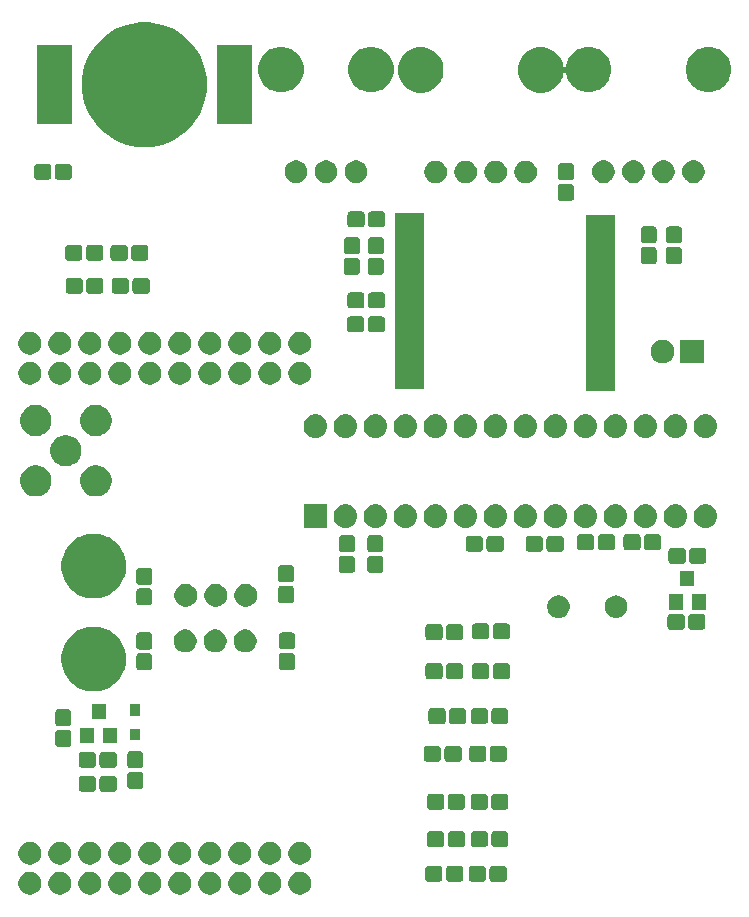
<source format=gbr>
G04 #@! TF.GenerationSoftware,KiCad,Pcbnew,(5.1.2)-1*
G04 #@! TF.CreationDate,2019-08-02T20:14:08-05:00*
G04 #@! TF.ProjectId,NavBoard_Hardware,4e617642-6f61-4726-945f-486172647761,rev?*
G04 #@! TF.SameCoordinates,Original*
G04 #@! TF.FileFunction,Soldermask,Top*
G04 #@! TF.FilePolarity,Negative*
%FSLAX46Y46*%
G04 Gerber Fmt 4.6, Leading zero omitted, Abs format (unit mm)*
G04 Created by KiCad (PCBNEW (5.1.2)-1) date 2019-08-02 20:14:08*
%MOMM*%
%LPD*%
G04 APERTURE LIST*
%ADD10C,0.100000*%
G04 APERTURE END LIST*
D10*
G36*
X116722487Y-124839246D02*
G01*
X116815222Y-124857692D01*
X116989931Y-124930059D01*
X117147164Y-125035119D01*
X117280881Y-125168836D01*
X117385941Y-125326069D01*
X117458308Y-125500778D01*
X117495200Y-125686248D01*
X117495200Y-125875352D01*
X117458308Y-126060822D01*
X117385941Y-126235531D01*
X117280881Y-126392764D01*
X117147164Y-126526481D01*
X116989931Y-126631541D01*
X116815222Y-126703908D01*
X116722487Y-126722354D01*
X116629753Y-126740800D01*
X116440647Y-126740800D01*
X116347913Y-126722354D01*
X116255178Y-126703908D01*
X116080469Y-126631541D01*
X115923236Y-126526481D01*
X115789519Y-126392764D01*
X115684459Y-126235531D01*
X115612092Y-126060822D01*
X115575200Y-125875352D01*
X115575200Y-125686248D01*
X115612092Y-125500778D01*
X115684459Y-125326069D01*
X115789519Y-125168836D01*
X115923236Y-125035119D01*
X116080469Y-124930059D01*
X116255178Y-124857692D01*
X116347913Y-124839246D01*
X116440647Y-124820800D01*
X116629753Y-124820800D01*
X116722487Y-124839246D01*
X116722487Y-124839246D01*
G37*
G36*
X137042487Y-124839246D02*
G01*
X137135222Y-124857692D01*
X137309931Y-124930059D01*
X137467164Y-125035119D01*
X137600881Y-125168836D01*
X137705941Y-125326069D01*
X137778308Y-125500778D01*
X137815200Y-125686248D01*
X137815200Y-125875352D01*
X137778308Y-126060822D01*
X137705941Y-126235531D01*
X137600881Y-126392764D01*
X137467164Y-126526481D01*
X137309931Y-126631541D01*
X137135222Y-126703908D01*
X137042487Y-126722354D01*
X136949753Y-126740800D01*
X136760647Y-126740800D01*
X136667913Y-126722354D01*
X136575178Y-126703908D01*
X136400469Y-126631541D01*
X136243236Y-126526481D01*
X136109519Y-126392764D01*
X136004459Y-126235531D01*
X135932092Y-126060822D01*
X135895200Y-125875352D01*
X135895200Y-125686248D01*
X135932092Y-125500778D01*
X136004459Y-125326069D01*
X136109519Y-125168836D01*
X136243236Y-125035119D01*
X136400469Y-124930059D01*
X136575178Y-124857692D01*
X136667913Y-124839246D01*
X136760647Y-124820800D01*
X136949753Y-124820800D01*
X137042487Y-124839246D01*
X137042487Y-124839246D01*
G37*
G36*
X139582487Y-124839246D02*
G01*
X139675222Y-124857692D01*
X139849931Y-124930059D01*
X140007164Y-125035119D01*
X140140881Y-125168836D01*
X140245941Y-125326069D01*
X140318308Y-125500778D01*
X140355200Y-125686248D01*
X140355200Y-125875352D01*
X140318308Y-126060822D01*
X140245941Y-126235531D01*
X140140881Y-126392764D01*
X140007164Y-126526481D01*
X139849931Y-126631541D01*
X139675222Y-126703908D01*
X139582487Y-126722354D01*
X139489753Y-126740800D01*
X139300647Y-126740800D01*
X139207913Y-126722354D01*
X139115178Y-126703908D01*
X138940469Y-126631541D01*
X138783236Y-126526481D01*
X138649519Y-126392764D01*
X138544459Y-126235531D01*
X138472092Y-126060822D01*
X138435200Y-125875352D01*
X138435200Y-125686248D01*
X138472092Y-125500778D01*
X138544459Y-125326069D01*
X138649519Y-125168836D01*
X138783236Y-125035119D01*
X138940469Y-124930059D01*
X139115178Y-124857692D01*
X139207913Y-124839246D01*
X139300647Y-124820800D01*
X139489753Y-124820800D01*
X139582487Y-124839246D01*
X139582487Y-124839246D01*
G37*
G36*
X134502487Y-124839246D02*
G01*
X134595222Y-124857692D01*
X134769931Y-124930059D01*
X134927164Y-125035119D01*
X135060881Y-125168836D01*
X135165941Y-125326069D01*
X135238308Y-125500778D01*
X135275200Y-125686248D01*
X135275200Y-125875352D01*
X135238308Y-126060822D01*
X135165941Y-126235531D01*
X135060881Y-126392764D01*
X134927164Y-126526481D01*
X134769931Y-126631541D01*
X134595222Y-126703908D01*
X134502487Y-126722354D01*
X134409753Y-126740800D01*
X134220647Y-126740800D01*
X134127913Y-126722354D01*
X134035178Y-126703908D01*
X133860469Y-126631541D01*
X133703236Y-126526481D01*
X133569519Y-126392764D01*
X133464459Y-126235531D01*
X133392092Y-126060822D01*
X133355200Y-125875352D01*
X133355200Y-125686248D01*
X133392092Y-125500778D01*
X133464459Y-125326069D01*
X133569519Y-125168836D01*
X133703236Y-125035119D01*
X133860469Y-124930059D01*
X134035178Y-124857692D01*
X134127913Y-124839246D01*
X134220647Y-124820800D01*
X134409753Y-124820800D01*
X134502487Y-124839246D01*
X134502487Y-124839246D01*
G37*
G36*
X131962487Y-124839246D02*
G01*
X132055222Y-124857692D01*
X132229931Y-124930059D01*
X132387164Y-125035119D01*
X132520881Y-125168836D01*
X132625941Y-125326069D01*
X132698308Y-125500778D01*
X132735200Y-125686248D01*
X132735200Y-125875352D01*
X132698308Y-126060822D01*
X132625941Y-126235531D01*
X132520881Y-126392764D01*
X132387164Y-126526481D01*
X132229931Y-126631541D01*
X132055222Y-126703908D01*
X131962487Y-126722354D01*
X131869753Y-126740800D01*
X131680647Y-126740800D01*
X131587913Y-126722354D01*
X131495178Y-126703908D01*
X131320469Y-126631541D01*
X131163236Y-126526481D01*
X131029519Y-126392764D01*
X130924459Y-126235531D01*
X130852092Y-126060822D01*
X130815200Y-125875352D01*
X130815200Y-125686248D01*
X130852092Y-125500778D01*
X130924459Y-125326069D01*
X131029519Y-125168836D01*
X131163236Y-125035119D01*
X131320469Y-124930059D01*
X131495178Y-124857692D01*
X131587913Y-124839246D01*
X131680647Y-124820800D01*
X131869753Y-124820800D01*
X131962487Y-124839246D01*
X131962487Y-124839246D01*
G37*
G36*
X129422487Y-124839246D02*
G01*
X129515222Y-124857692D01*
X129689931Y-124930059D01*
X129847164Y-125035119D01*
X129980881Y-125168836D01*
X130085941Y-125326069D01*
X130158308Y-125500778D01*
X130195200Y-125686248D01*
X130195200Y-125875352D01*
X130158308Y-126060822D01*
X130085941Y-126235531D01*
X129980881Y-126392764D01*
X129847164Y-126526481D01*
X129689931Y-126631541D01*
X129515222Y-126703908D01*
X129422487Y-126722354D01*
X129329753Y-126740800D01*
X129140647Y-126740800D01*
X129047913Y-126722354D01*
X128955178Y-126703908D01*
X128780469Y-126631541D01*
X128623236Y-126526481D01*
X128489519Y-126392764D01*
X128384459Y-126235531D01*
X128312092Y-126060822D01*
X128275200Y-125875352D01*
X128275200Y-125686248D01*
X128312092Y-125500778D01*
X128384459Y-125326069D01*
X128489519Y-125168836D01*
X128623236Y-125035119D01*
X128780469Y-124930059D01*
X128955178Y-124857692D01*
X129047913Y-124839246D01*
X129140647Y-124820800D01*
X129329753Y-124820800D01*
X129422487Y-124839246D01*
X129422487Y-124839246D01*
G37*
G36*
X124342487Y-124839246D02*
G01*
X124435222Y-124857692D01*
X124609931Y-124930059D01*
X124767164Y-125035119D01*
X124900881Y-125168836D01*
X125005941Y-125326069D01*
X125078308Y-125500778D01*
X125115200Y-125686248D01*
X125115200Y-125875352D01*
X125078308Y-126060822D01*
X125005941Y-126235531D01*
X124900881Y-126392764D01*
X124767164Y-126526481D01*
X124609931Y-126631541D01*
X124435222Y-126703908D01*
X124342487Y-126722354D01*
X124249753Y-126740800D01*
X124060647Y-126740800D01*
X123967913Y-126722354D01*
X123875178Y-126703908D01*
X123700469Y-126631541D01*
X123543236Y-126526481D01*
X123409519Y-126392764D01*
X123304459Y-126235531D01*
X123232092Y-126060822D01*
X123195200Y-125875352D01*
X123195200Y-125686248D01*
X123232092Y-125500778D01*
X123304459Y-125326069D01*
X123409519Y-125168836D01*
X123543236Y-125035119D01*
X123700469Y-124930059D01*
X123875178Y-124857692D01*
X123967913Y-124839246D01*
X124060647Y-124820800D01*
X124249753Y-124820800D01*
X124342487Y-124839246D01*
X124342487Y-124839246D01*
G37*
G36*
X126882487Y-124839246D02*
G01*
X126975222Y-124857692D01*
X127149931Y-124930059D01*
X127307164Y-125035119D01*
X127440881Y-125168836D01*
X127545941Y-125326069D01*
X127618308Y-125500778D01*
X127655200Y-125686248D01*
X127655200Y-125875352D01*
X127618308Y-126060822D01*
X127545941Y-126235531D01*
X127440881Y-126392764D01*
X127307164Y-126526481D01*
X127149931Y-126631541D01*
X126975222Y-126703908D01*
X126882487Y-126722354D01*
X126789753Y-126740800D01*
X126600647Y-126740800D01*
X126507913Y-126722354D01*
X126415178Y-126703908D01*
X126240469Y-126631541D01*
X126083236Y-126526481D01*
X125949519Y-126392764D01*
X125844459Y-126235531D01*
X125772092Y-126060822D01*
X125735200Y-125875352D01*
X125735200Y-125686248D01*
X125772092Y-125500778D01*
X125844459Y-125326069D01*
X125949519Y-125168836D01*
X126083236Y-125035119D01*
X126240469Y-124930059D01*
X126415178Y-124857692D01*
X126507913Y-124839246D01*
X126600647Y-124820800D01*
X126789753Y-124820800D01*
X126882487Y-124839246D01*
X126882487Y-124839246D01*
G37*
G36*
X119262487Y-124839246D02*
G01*
X119355222Y-124857692D01*
X119529931Y-124930059D01*
X119687164Y-125035119D01*
X119820881Y-125168836D01*
X119925941Y-125326069D01*
X119998308Y-125500778D01*
X120035200Y-125686248D01*
X120035200Y-125875352D01*
X119998308Y-126060822D01*
X119925941Y-126235531D01*
X119820881Y-126392764D01*
X119687164Y-126526481D01*
X119529931Y-126631541D01*
X119355222Y-126703908D01*
X119262487Y-126722354D01*
X119169753Y-126740800D01*
X118980647Y-126740800D01*
X118887913Y-126722354D01*
X118795178Y-126703908D01*
X118620469Y-126631541D01*
X118463236Y-126526481D01*
X118329519Y-126392764D01*
X118224459Y-126235531D01*
X118152092Y-126060822D01*
X118115200Y-125875352D01*
X118115200Y-125686248D01*
X118152092Y-125500778D01*
X118224459Y-125326069D01*
X118329519Y-125168836D01*
X118463236Y-125035119D01*
X118620469Y-124930059D01*
X118795178Y-124857692D01*
X118887913Y-124839246D01*
X118980647Y-124820800D01*
X119169753Y-124820800D01*
X119262487Y-124839246D01*
X119262487Y-124839246D01*
G37*
G36*
X121802487Y-124839246D02*
G01*
X121895222Y-124857692D01*
X122069931Y-124930059D01*
X122227164Y-125035119D01*
X122360881Y-125168836D01*
X122465941Y-125326069D01*
X122538308Y-125500778D01*
X122575200Y-125686248D01*
X122575200Y-125875352D01*
X122538308Y-126060822D01*
X122465941Y-126235531D01*
X122360881Y-126392764D01*
X122227164Y-126526481D01*
X122069931Y-126631541D01*
X121895222Y-126703908D01*
X121802487Y-126722354D01*
X121709753Y-126740800D01*
X121520647Y-126740800D01*
X121427913Y-126722354D01*
X121335178Y-126703908D01*
X121160469Y-126631541D01*
X121003236Y-126526481D01*
X120869519Y-126392764D01*
X120764459Y-126235531D01*
X120692092Y-126060822D01*
X120655200Y-125875352D01*
X120655200Y-125686248D01*
X120692092Y-125500778D01*
X120764459Y-125326069D01*
X120869519Y-125168836D01*
X121003236Y-125035119D01*
X121160469Y-124930059D01*
X121335178Y-124857692D01*
X121427913Y-124839246D01*
X121520647Y-124820800D01*
X121709753Y-124820800D01*
X121802487Y-124839246D01*
X121802487Y-124839246D01*
G37*
G36*
X153002530Y-124298877D02*
G01*
X153054010Y-124314493D01*
X153101445Y-124339848D01*
X153143027Y-124373973D01*
X153177152Y-124415555D01*
X153202507Y-124462990D01*
X153218123Y-124514470D01*
X153224000Y-124574140D01*
X153224000Y-125361860D01*
X153218123Y-125421530D01*
X153202507Y-125473010D01*
X153177152Y-125520445D01*
X153143027Y-125562027D01*
X153101445Y-125596152D01*
X153054010Y-125621507D01*
X153002530Y-125637123D01*
X152942860Y-125643000D01*
X152055140Y-125643000D01*
X151995470Y-125637123D01*
X151943990Y-125621507D01*
X151896555Y-125596152D01*
X151854973Y-125562027D01*
X151820848Y-125520445D01*
X151795493Y-125473010D01*
X151779877Y-125421530D01*
X151774000Y-125361860D01*
X151774000Y-124574140D01*
X151779877Y-124514470D01*
X151795493Y-124462990D01*
X151820848Y-124415555D01*
X151854973Y-124373973D01*
X151896555Y-124339848D01*
X151943990Y-124314493D01*
X151995470Y-124298877D01*
X152055140Y-124293000D01*
X152942860Y-124293000D01*
X153002530Y-124298877D01*
X153002530Y-124298877D01*
G37*
G36*
X151252530Y-124298877D02*
G01*
X151304010Y-124314493D01*
X151351445Y-124339848D01*
X151393027Y-124373973D01*
X151427152Y-124415555D01*
X151452507Y-124462990D01*
X151468123Y-124514470D01*
X151474000Y-124574140D01*
X151474000Y-125361860D01*
X151468123Y-125421530D01*
X151452507Y-125473010D01*
X151427152Y-125520445D01*
X151393027Y-125562027D01*
X151351445Y-125596152D01*
X151304010Y-125621507D01*
X151252530Y-125637123D01*
X151192860Y-125643000D01*
X150305140Y-125643000D01*
X150245470Y-125637123D01*
X150193990Y-125621507D01*
X150146555Y-125596152D01*
X150104973Y-125562027D01*
X150070848Y-125520445D01*
X150045493Y-125473010D01*
X150029877Y-125421530D01*
X150024000Y-125361860D01*
X150024000Y-124574140D01*
X150029877Y-124514470D01*
X150045493Y-124462990D01*
X150070848Y-124415555D01*
X150104973Y-124373973D01*
X150146555Y-124339848D01*
X150193990Y-124314493D01*
X150245470Y-124298877D01*
X150305140Y-124293000D01*
X151192860Y-124293000D01*
X151252530Y-124298877D01*
X151252530Y-124298877D01*
G37*
G36*
X154935530Y-124298877D02*
G01*
X154987010Y-124314493D01*
X155034445Y-124339848D01*
X155076027Y-124373973D01*
X155110152Y-124415555D01*
X155135507Y-124462990D01*
X155151123Y-124514470D01*
X155157000Y-124574140D01*
X155157000Y-125361860D01*
X155151123Y-125421530D01*
X155135507Y-125473010D01*
X155110152Y-125520445D01*
X155076027Y-125562027D01*
X155034445Y-125596152D01*
X154987010Y-125621507D01*
X154935530Y-125637123D01*
X154875860Y-125643000D01*
X153988140Y-125643000D01*
X153928470Y-125637123D01*
X153876990Y-125621507D01*
X153829555Y-125596152D01*
X153787973Y-125562027D01*
X153753848Y-125520445D01*
X153728493Y-125473010D01*
X153712877Y-125421530D01*
X153707000Y-125361860D01*
X153707000Y-124574140D01*
X153712877Y-124514470D01*
X153728493Y-124462990D01*
X153753848Y-124415555D01*
X153787973Y-124373973D01*
X153829555Y-124339848D01*
X153876990Y-124314493D01*
X153928470Y-124298877D01*
X153988140Y-124293000D01*
X154875860Y-124293000D01*
X154935530Y-124298877D01*
X154935530Y-124298877D01*
G37*
G36*
X156685530Y-124298877D02*
G01*
X156737010Y-124314493D01*
X156784445Y-124339848D01*
X156826027Y-124373973D01*
X156860152Y-124415555D01*
X156885507Y-124462990D01*
X156901123Y-124514470D01*
X156907000Y-124574140D01*
X156907000Y-125361860D01*
X156901123Y-125421530D01*
X156885507Y-125473010D01*
X156860152Y-125520445D01*
X156826027Y-125562027D01*
X156784445Y-125596152D01*
X156737010Y-125621507D01*
X156685530Y-125637123D01*
X156625860Y-125643000D01*
X155738140Y-125643000D01*
X155678470Y-125637123D01*
X155626990Y-125621507D01*
X155579555Y-125596152D01*
X155537973Y-125562027D01*
X155503848Y-125520445D01*
X155478493Y-125473010D01*
X155462877Y-125421530D01*
X155457000Y-125361860D01*
X155457000Y-124574140D01*
X155462877Y-124514470D01*
X155478493Y-124462990D01*
X155503848Y-124415555D01*
X155537973Y-124373973D01*
X155579555Y-124339848D01*
X155626990Y-124314493D01*
X155678470Y-124298877D01*
X155738140Y-124293000D01*
X156625860Y-124293000D01*
X156685530Y-124298877D01*
X156685530Y-124298877D01*
G37*
G36*
X126882487Y-122299246D02*
G01*
X126975222Y-122317692D01*
X127098759Y-122368863D01*
X127136511Y-122384500D01*
X127149931Y-122390059D01*
X127307164Y-122495119D01*
X127440881Y-122628836D01*
X127545941Y-122786069D01*
X127618308Y-122960778D01*
X127655200Y-123146248D01*
X127655200Y-123335352D01*
X127618308Y-123520822D01*
X127545941Y-123695531D01*
X127440881Y-123852764D01*
X127307164Y-123986481D01*
X127149931Y-124091541D01*
X126975222Y-124163908D01*
X126882487Y-124182354D01*
X126789753Y-124200800D01*
X126600647Y-124200800D01*
X126507913Y-124182354D01*
X126415178Y-124163908D01*
X126240469Y-124091541D01*
X126083236Y-123986481D01*
X125949519Y-123852764D01*
X125844459Y-123695531D01*
X125772092Y-123520822D01*
X125735200Y-123335352D01*
X125735200Y-123146248D01*
X125772092Y-122960778D01*
X125844459Y-122786069D01*
X125949519Y-122628836D01*
X126083236Y-122495119D01*
X126240469Y-122390059D01*
X126253890Y-122384500D01*
X126291641Y-122368863D01*
X126415178Y-122317692D01*
X126507913Y-122299246D01*
X126600647Y-122280800D01*
X126789753Y-122280800D01*
X126882487Y-122299246D01*
X126882487Y-122299246D01*
G37*
G36*
X116722487Y-122299246D02*
G01*
X116815222Y-122317692D01*
X116938759Y-122368863D01*
X116976511Y-122384500D01*
X116989931Y-122390059D01*
X117147164Y-122495119D01*
X117280881Y-122628836D01*
X117385941Y-122786069D01*
X117458308Y-122960778D01*
X117495200Y-123146248D01*
X117495200Y-123335352D01*
X117458308Y-123520822D01*
X117385941Y-123695531D01*
X117280881Y-123852764D01*
X117147164Y-123986481D01*
X116989931Y-124091541D01*
X116815222Y-124163908D01*
X116722487Y-124182354D01*
X116629753Y-124200800D01*
X116440647Y-124200800D01*
X116347913Y-124182354D01*
X116255178Y-124163908D01*
X116080469Y-124091541D01*
X115923236Y-123986481D01*
X115789519Y-123852764D01*
X115684459Y-123695531D01*
X115612092Y-123520822D01*
X115575200Y-123335352D01*
X115575200Y-123146248D01*
X115612092Y-122960778D01*
X115684459Y-122786069D01*
X115789519Y-122628836D01*
X115923236Y-122495119D01*
X116080469Y-122390059D01*
X116093890Y-122384500D01*
X116131641Y-122368863D01*
X116255178Y-122317692D01*
X116347913Y-122299246D01*
X116440647Y-122280800D01*
X116629753Y-122280800D01*
X116722487Y-122299246D01*
X116722487Y-122299246D01*
G37*
G36*
X119262487Y-122299246D02*
G01*
X119355222Y-122317692D01*
X119478759Y-122368863D01*
X119516511Y-122384500D01*
X119529931Y-122390059D01*
X119687164Y-122495119D01*
X119820881Y-122628836D01*
X119925941Y-122786069D01*
X119998308Y-122960778D01*
X120035200Y-123146248D01*
X120035200Y-123335352D01*
X119998308Y-123520822D01*
X119925941Y-123695531D01*
X119820881Y-123852764D01*
X119687164Y-123986481D01*
X119529931Y-124091541D01*
X119355222Y-124163908D01*
X119262487Y-124182354D01*
X119169753Y-124200800D01*
X118980647Y-124200800D01*
X118887913Y-124182354D01*
X118795178Y-124163908D01*
X118620469Y-124091541D01*
X118463236Y-123986481D01*
X118329519Y-123852764D01*
X118224459Y-123695531D01*
X118152092Y-123520822D01*
X118115200Y-123335352D01*
X118115200Y-123146248D01*
X118152092Y-122960778D01*
X118224459Y-122786069D01*
X118329519Y-122628836D01*
X118463236Y-122495119D01*
X118620469Y-122390059D01*
X118633890Y-122384500D01*
X118671641Y-122368863D01*
X118795178Y-122317692D01*
X118887913Y-122299246D01*
X118980647Y-122280800D01*
X119169753Y-122280800D01*
X119262487Y-122299246D01*
X119262487Y-122299246D01*
G37*
G36*
X121802487Y-122299246D02*
G01*
X121895222Y-122317692D01*
X122018759Y-122368863D01*
X122056511Y-122384500D01*
X122069931Y-122390059D01*
X122227164Y-122495119D01*
X122360881Y-122628836D01*
X122465941Y-122786069D01*
X122538308Y-122960778D01*
X122575200Y-123146248D01*
X122575200Y-123335352D01*
X122538308Y-123520822D01*
X122465941Y-123695531D01*
X122360881Y-123852764D01*
X122227164Y-123986481D01*
X122069931Y-124091541D01*
X121895222Y-124163908D01*
X121802487Y-124182354D01*
X121709753Y-124200800D01*
X121520647Y-124200800D01*
X121427913Y-124182354D01*
X121335178Y-124163908D01*
X121160469Y-124091541D01*
X121003236Y-123986481D01*
X120869519Y-123852764D01*
X120764459Y-123695531D01*
X120692092Y-123520822D01*
X120655200Y-123335352D01*
X120655200Y-123146248D01*
X120692092Y-122960778D01*
X120764459Y-122786069D01*
X120869519Y-122628836D01*
X121003236Y-122495119D01*
X121160469Y-122390059D01*
X121173890Y-122384500D01*
X121211641Y-122368863D01*
X121335178Y-122317692D01*
X121427913Y-122299246D01*
X121520647Y-122280800D01*
X121709753Y-122280800D01*
X121802487Y-122299246D01*
X121802487Y-122299246D01*
G37*
G36*
X124342487Y-122299246D02*
G01*
X124435222Y-122317692D01*
X124558759Y-122368863D01*
X124596511Y-122384500D01*
X124609931Y-122390059D01*
X124767164Y-122495119D01*
X124900881Y-122628836D01*
X125005941Y-122786069D01*
X125078308Y-122960778D01*
X125115200Y-123146248D01*
X125115200Y-123335352D01*
X125078308Y-123520822D01*
X125005941Y-123695531D01*
X124900881Y-123852764D01*
X124767164Y-123986481D01*
X124609931Y-124091541D01*
X124435222Y-124163908D01*
X124342487Y-124182354D01*
X124249753Y-124200800D01*
X124060647Y-124200800D01*
X123967913Y-124182354D01*
X123875178Y-124163908D01*
X123700469Y-124091541D01*
X123543236Y-123986481D01*
X123409519Y-123852764D01*
X123304459Y-123695531D01*
X123232092Y-123520822D01*
X123195200Y-123335352D01*
X123195200Y-123146248D01*
X123232092Y-122960778D01*
X123304459Y-122786069D01*
X123409519Y-122628836D01*
X123543236Y-122495119D01*
X123700469Y-122390059D01*
X123713890Y-122384500D01*
X123751641Y-122368863D01*
X123875178Y-122317692D01*
X123967913Y-122299246D01*
X124060647Y-122280800D01*
X124249753Y-122280800D01*
X124342487Y-122299246D01*
X124342487Y-122299246D01*
G37*
G36*
X129422487Y-122299246D02*
G01*
X129515222Y-122317692D01*
X129638759Y-122368863D01*
X129676511Y-122384500D01*
X129689931Y-122390059D01*
X129847164Y-122495119D01*
X129980881Y-122628836D01*
X130085941Y-122786069D01*
X130158308Y-122960778D01*
X130195200Y-123146248D01*
X130195200Y-123335352D01*
X130158308Y-123520822D01*
X130085941Y-123695531D01*
X129980881Y-123852764D01*
X129847164Y-123986481D01*
X129689931Y-124091541D01*
X129515222Y-124163908D01*
X129422487Y-124182354D01*
X129329753Y-124200800D01*
X129140647Y-124200800D01*
X129047913Y-124182354D01*
X128955178Y-124163908D01*
X128780469Y-124091541D01*
X128623236Y-123986481D01*
X128489519Y-123852764D01*
X128384459Y-123695531D01*
X128312092Y-123520822D01*
X128275200Y-123335352D01*
X128275200Y-123146248D01*
X128312092Y-122960778D01*
X128384459Y-122786069D01*
X128489519Y-122628836D01*
X128623236Y-122495119D01*
X128780469Y-122390059D01*
X128793890Y-122384500D01*
X128831641Y-122368863D01*
X128955178Y-122317692D01*
X129047913Y-122299246D01*
X129140647Y-122280800D01*
X129329753Y-122280800D01*
X129422487Y-122299246D01*
X129422487Y-122299246D01*
G37*
G36*
X131962487Y-122299246D02*
G01*
X132055222Y-122317692D01*
X132178759Y-122368863D01*
X132216511Y-122384500D01*
X132229931Y-122390059D01*
X132387164Y-122495119D01*
X132520881Y-122628836D01*
X132625941Y-122786069D01*
X132698308Y-122960778D01*
X132735200Y-123146248D01*
X132735200Y-123335352D01*
X132698308Y-123520822D01*
X132625941Y-123695531D01*
X132520881Y-123852764D01*
X132387164Y-123986481D01*
X132229931Y-124091541D01*
X132055222Y-124163908D01*
X131962487Y-124182354D01*
X131869753Y-124200800D01*
X131680647Y-124200800D01*
X131587913Y-124182354D01*
X131495178Y-124163908D01*
X131320469Y-124091541D01*
X131163236Y-123986481D01*
X131029519Y-123852764D01*
X130924459Y-123695531D01*
X130852092Y-123520822D01*
X130815200Y-123335352D01*
X130815200Y-123146248D01*
X130852092Y-122960778D01*
X130924459Y-122786069D01*
X131029519Y-122628836D01*
X131163236Y-122495119D01*
X131320469Y-122390059D01*
X131333890Y-122384500D01*
X131371641Y-122368863D01*
X131495178Y-122317692D01*
X131587913Y-122299246D01*
X131680647Y-122280800D01*
X131869753Y-122280800D01*
X131962487Y-122299246D01*
X131962487Y-122299246D01*
G37*
G36*
X134502487Y-122299246D02*
G01*
X134595222Y-122317692D01*
X134718759Y-122368863D01*
X134756511Y-122384500D01*
X134769931Y-122390059D01*
X134927164Y-122495119D01*
X135060881Y-122628836D01*
X135165941Y-122786069D01*
X135238308Y-122960778D01*
X135275200Y-123146248D01*
X135275200Y-123335352D01*
X135238308Y-123520822D01*
X135165941Y-123695531D01*
X135060881Y-123852764D01*
X134927164Y-123986481D01*
X134769931Y-124091541D01*
X134595222Y-124163908D01*
X134502487Y-124182354D01*
X134409753Y-124200800D01*
X134220647Y-124200800D01*
X134127913Y-124182354D01*
X134035178Y-124163908D01*
X133860469Y-124091541D01*
X133703236Y-123986481D01*
X133569519Y-123852764D01*
X133464459Y-123695531D01*
X133392092Y-123520822D01*
X133355200Y-123335352D01*
X133355200Y-123146248D01*
X133392092Y-122960778D01*
X133464459Y-122786069D01*
X133569519Y-122628836D01*
X133703236Y-122495119D01*
X133860469Y-122390059D01*
X133873890Y-122384500D01*
X133911641Y-122368863D01*
X134035178Y-122317692D01*
X134127913Y-122299246D01*
X134220647Y-122280800D01*
X134409753Y-122280800D01*
X134502487Y-122299246D01*
X134502487Y-122299246D01*
G37*
G36*
X139582487Y-122299246D02*
G01*
X139675222Y-122317692D01*
X139798759Y-122368863D01*
X139836511Y-122384500D01*
X139849931Y-122390059D01*
X140007164Y-122495119D01*
X140140881Y-122628836D01*
X140245941Y-122786069D01*
X140318308Y-122960778D01*
X140355200Y-123146248D01*
X140355200Y-123335352D01*
X140318308Y-123520822D01*
X140245941Y-123695531D01*
X140140881Y-123852764D01*
X140007164Y-123986481D01*
X139849931Y-124091541D01*
X139675222Y-124163908D01*
X139582487Y-124182354D01*
X139489753Y-124200800D01*
X139300647Y-124200800D01*
X139207913Y-124182354D01*
X139115178Y-124163908D01*
X138940469Y-124091541D01*
X138783236Y-123986481D01*
X138649519Y-123852764D01*
X138544459Y-123695531D01*
X138472092Y-123520822D01*
X138435200Y-123335352D01*
X138435200Y-123146248D01*
X138472092Y-122960778D01*
X138544459Y-122786069D01*
X138649519Y-122628836D01*
X138783236Y-122495119D01*
X138940469Y-122390059D01*
X138953890Y-122384500D01*
X138991641Y-122368863D01*
X139115178Y-122317692D01*
X139207913Y-122299246D01*
X139300647Y-122280800D01*
X139489753Y-122280800D01*
X139582487Y-122299246D01*
X139582487Y-122299246D01*
G37*
G36*
X137042487Y-122299246D02*
G01*
X137135222Y-122317692D01*
X137258759Y-122368863D01*
X137296511Y-122384500D01*
X137309931Y-122390059D01*
X137467164Y-122495119D01*
X137600881Y-122628836D01*
X137705941Y-122786069D01*
X137778308Y-122960778D01*
X137815200Y-123146248D01*
X137815200Y-123335352D01*
X137778308Y-123520822D01*
X137705941Y-123695531D01*
X137600881Y-123852764D01*
X137467164Y-123986481D01*
X137309931Y-124091541D01*
X137135222Y-124163908D01*
X137042487Y-124182354D01*
X136949753Y-124200800D01*
X136760647Y-124200800D01*
X136667913Y-124182354D01*
X136575178Y-124163908D01*
X136400469Y-124091541D01*
X136243236Y-123986481D01*
X136109519Y-123852764D01*
X136004459Y-123695531D01*
X135932092Y-123520822D01*
X135895200Y-123335352D01*
X135895200Y-123146248D01*
X135932092Y-122960778D01*
X136004459Y-122786069D01*
X136109519Y-122628836D01*
X136243236Y-122495119D01*
X136400469Y-122390059D01*
X136413890Y-122384500D01*
X136451641Y-122368863D01*
X136575178Y-122317692D01*
X136667913Y-122299246D01*
X136760647Y-122280800D01*
X136949753Y-122280800D01*
X137042487Y-122299246D01*
X137042487Y-122299246D01*
G37*
G36*
X153143530Y-121377877D02*
G01*
X153195010Y-121393493D01*
X153242445Y-121418848D01*
X153284027Y-121452973D01*
X153318152Y-121494555D01*
X153343507Y-121541990D01*
X153359123Y-121593470D01*
X153365000Y-121653140D01*
X153365000Y-122440860D01*
X153359123Y-122500530D01*
X153343507Y-122552010D01*
X153318152Y-122599445D01*
X153284027Y-122641027D01*
X153242445Y-122675152D01*
X153195010Y-122700507D01*
X153143530Y-122716123D01*
X153083860Y-122722000D01*
X152196140Y-122722000D01*
X152136470Y-122716123D01*
X152084990Y-122700507D01*
X152037555Y-122675152D01*
X151995973Y-122641027D01*
X151961848Y-122599445D01*
X151936493Y-122552010D01*
X151920877Y-122500530D01*
X151915000Y-122440860D01*
X151915000Y-121653140D01*
X151920877Y-121593470D01*
X151936493Y-121541990D01*
X151961848Y-121494555D01*
X151995973Y-121452973D01*
X152037555Y-121418848D01*
X152084990Y-121393493D01*
X152136470Y-121377877D01*
X152196140Y-121372000D01*
X153083860Y-121372000D01*
X153143530Y-121377877D01*
X153143530Y-121377877D01*
G37*
G36*
X151393530Y-121377877D02*
G01*
X151445010Y-121393493D01*
X151492445Y-121418848D01*
X151534027Y-121452973D01*
X151568152Y-121494555D01*
X151593507Y-121541990D01*
X151609123Y-121593470D01*
X151615000Y-121653140D01*
X151615000Y-122440860D01*
X151609123Y-122500530D01*
X151593507Y-122552010D01*
X151568152Y-122599445D01*
X151534027Y-122641027D01*
X151492445Y-122675152D01*
X151445010Y-122700507D01*
X151393530Y-122716123D01*
X151333860Y-122722000D01*
X150446140Y-122722000D01*
X150386470Y-122716123D01*
X150334990Y-122700507D01*
X150287555Y-122675152D01*
X150245973Y-122641027D01*
X150211848Y-122599445D01*
X150186493Y-122552010D01*
X150170877Y-122500530D01*
X150165000Y-122440860D01*
X150165000Y-121653140D01*
X150170877Y-121593470D01*
X150186493Y-121541990D01*
X150211848Y-121494555D01*
X150245973Y-121452973D01*
X150287555Y-121418848D01*
X150334990Y-121393493D01*
X150386470Y-121377877D01*
X150446140Y-121372000D01*
X151333860Y-121372000D01*
X151393530Y-121377877D01*
X151393530Y-121377877D01*
G37*
G36*
X155090530Y-121372794D02*
G01*
X155142010Y-121388410D01*
X155189445Y-121413765D01*
X155231027Y-121447890D01*
X155265152Y-121489472D01*
X155290507Y-121536907D01*
X155306123Y-121588387D01*
X155312000Y-121648057D01*
X155312000Y-122435777D01*
X155306123Y-122495447D01*
X155290507Y-122546927D01*
X155265152Y-122594362D01*
X155231027Y-122635944D01*
X155189445Y-122670069D01*
X155142010Y-122695424D01*
X155090530Y-122711040D01*
X155030860Y-122716917D01*
X154143140Y-122716917D01*
X154083470Y-122711040D01*
X154031990Y-122695424D01*
X153984555Y-122670069D01*
X153942973Y-122635944D01*
X153908848Y-122594362D01*
X153883493Y-122546927D01*
X153867877Y-122495447D01*
X153862000Y-122435777D01*
X153862000Y-121648057D01*
X153867877Y-121588387D01*
X153883493Y-121536907D01*
X153908848Y-121489472D01*
X153942973Y-121447890D01*
X153984555Y-121413765D01*
X154031990Y-121388410D01*
X154083470Y-121372794D01*
X154143140Y-121366917D01*
X155030860Y-121366917D01*
X155090530Y-121372794D01*
X155090530Y-121372794D01*
G37*
G36*
X156840530Y-121372794D02*
G01*
X156892010Y-121388410D01*
X156939445Y-121413765D01*
X156981027Y-121447890D01*
X157015152Y-121489472D01*
X157040507Y-121536907D01*
X157056123Y-121588387D01*
X157062000Y-121648057D01*
X157062000Y-122435777D01*
X157056123Y-122495447D01*
X157040507Y-122546927D01*
X157015152Y-122594362D01*
X156981027Y-122635944D01*
X156939445Y-122670069D01*
X156892010Y-122695424D01*
X156840530Y-122711040D01*
X156780860Y-122716917D01*
X155893140Y-122716917D01*
X155833470Y-122711040D01*
X155781990Y-122695424D01*
X155734555Y-122670069D01*
X155692973Y-122635944D01*
X155658848Y-122594362D01*
X155633493Y-122546927D01*
X155617877Y-122495447D01*
X155612000Y-122435777D01*
X155612000Y-121648057D01*
X155617877Y-121588387D01*
X155633493Y-121536907D01*
X155658848Y-121489472D01*
X155692973Y-121447890D01*
X155734555Y-121413765D01*
X155781990Y-121388410D01*
X155833470Y-121372794D01*
X155893140Y-121366917D01*
X156780860Y-121366917D01*
X156840530Y-121372794D01*
X156840530Y-121372794D01*
G37*
G36*
X156840530Y-118202877D02*
G01*
X156892010Y-118218493D01*
X156939445Y-118243848D01*
X156981027Y-118277973D01*
X157015152Y-118319555D01*
X157040507Y-118366990D01*
X157056123Y-118418470D01*
X157062000Y-118478140D01*
X157062000Y-119265860D01*
X157056123Y-119325530D01*
X157040507Y-119377010D01*
X157015152Y-119424445D01*
X156981027Y-119466027D01*
X156939445Y-119500152D01*
X156892010Y-119525507D01*
X156840530Y-119541123D01*
X156780860Y-119547000D01*
X155893140Y-119547000D01*
X155833470Y-119541123D01*
X155781990Y-119525507D01*
X155734555Y-119500152D01*
X155692973Y-119466027D01*
X155658848Y-119424445D01*
X155633493Y-119377010D01*
X155617877Y-119325530D01*
X155612000Y-119265860D01*
X155612000Y-118478140D01*
X155617877Y-118418470D01*
X155633493Y-118366990D01*
X155658848Y-118319555D01*
X155692973Y-118277973D01*
X155734555Y-118243848D01*
X155781990Y-118218493D01*
X155833470Y-118202877D01*
X155893140Y-118197000D01*
X156780860Y-118197000D01*
X156840530Y-118202877D01*
X156840530Y-118202877D01*
G37*
G36*
X153149030Y-118202877D02*
G01*
X153200510Y-118218493D01*
X153247945Y-118243848D01*
X153289527Y-118277973D01*
X153323652Y-118319555D01*
X153349007Y-118366990D01*
X153364623Y-118418470D01*
X153370500Y-118478140D01*
X153370500Y-119265860D01*
X153364623Y-119325530D01*
X153349007Y-119377010D01*
X153323652Y-119424445D01*
X153289527Y-119466027D01*
X153247945Y-119500152D01*
X153200510Y-119525507D01*
X153149030Y-119541123D01*
X153089360Y-119547000D01*
X152201640Y-119547000D01*
X152141970Y-119541123D01*
X152090490Y-119525507D01*
X152043055Y-119500152D01*
X152001473Y-119466027D01*
X151967348Y-119424445D01*
X151941993Y-119377010D01*
X151926377Y-119325530D01*
X151920500Y-119265860D01*
X151920500Y-118478140D01*
X151926377Y-118418470D01*
X151941993Y-118366990D01*
X151967348Y-118319555D01*
X152001473Y-118277973D01*
X152043055Y-118243848D01*
X152090490Y-118218493D01*
X152141970Y-118202877D01*
X152201640Y-118197000D01*
X153089360Y-118197000D01*
X153149030Y-118202877D01*
X153149030Y-118202877D01*
G37*
G36*
X151399030Y-118202877D02*
G01*
X151450510Y-118218493D01*
X151497945Y-118243848D01*
X151539527Y-118277973D01*
X151573652Y-118319555D01*
X151599007Y-118366990D01*
X151614623Y-118418470D01*
X151620500Y-118478140D01*
X151620500Y-119265860D01*
X151614623Y-119325530D01*
X151599007Y-119377010D01*
X151573652Y-119424445D01*
X151539527Y-119466027D01*
X151497945Y-119500152D01*
X151450510Y-119525507D01*
X151399030Y-119541123D01*
X151339360Y-119547000D01*
X150451640Y-119547000D01*
X150391970Y-119541123D01*
X150340490Y-119525507D01*
X150293055Y-119500152D01*
X150251473Y-119466027D01*
X150217348Y-119424445D01*
X150191993Y-119377010D01*
X150176377Y-119325530D01*
X150170500Y-119265860D01*
X150170500Y-118478140D01*
X150176377Y-118418470D01*
X150191993Y-118366990D01*
X150217348Y-118319555D01*
X150251473Y-118277973D01*
X150293055Y-118243848D01*
X150340490Y-118218493D01*
X150391970Y-118202877D01*
X150451640Y-118197000D01*
X151339360Y-118197000D01*
X151399030Y-118202877D01*
X151399030Y-118202877D01*
G37*
G36*
X155090530Y-118202877D02*
G01*
X155142010Y-118218493D01*
X155189445Y-118243848D01*
X155231027Y-118277973D01*
X155265152Y-118319555D01*
X155290507Y-118366990D01*
X155306123Y-118418470D01*
X155312000Y-118478140D01*
X155312000Y-119265860D01*
X155306123Y-119325530D01*
X155290507Y-119377010D01*
X155265152Y-119424445D01*
X155231027Y-119466027D01*
X155189445Y-119500152D01*
X155142010Y-119525507D01*
X155090530Y-119541123D01*
X155030860Y-119547000D01*
X154143140Y-119547000D01*
X154083470Y-119541123D01*
X154031990Y-119525507D01*
X153984555Y-119500152D01*
X153942973Y-119466027D01*
X153908848Y-119424445D01*
X153883493Y-119377010D01*
X153867877Y-119325530D01*
X153862000Y-119265860D01*
X153862000Y-118478140D01*
X153867877Y-118418470D01*
X153883493Y-118366990D01*
X153908848Y-118319555D01*
X153942973Y-118277973D01*
X153984555Y-118243848D01*
X154031990Y-118218493D01*
X154083470Y-118202877D01*
X154143140Y-118197000D01*
X155030860Y-118197000D01*
X155090530Y-118202877D01*
X155090530Y-118202877D01*
G37*
G36*
X121915530Y-116678877D02*
G01*
X121967010Y-116694493D01*
X122014445Y-116719848D01*
X122056027Y-116753973D01*
X122090152Y-116795555D01*
X122115507Y-116842990D01*
X122131123Y-116894470D01*
X122137000Y-116954140D01*
X122137000Y-117741860D01*
X122131123Y-117801530D01*
X122115507Y-117853010D01*
X122090152Y-117900445D01*
X122056027Y-117942027D01*
X122014445Y-117976152D01*
X121967010Y-118001507D01*
X121915530Y-118017123D01*
X121855860Y-118023000D01*
X120968140Y-118023000D01*
X120908470Y-118017123D01*
X120856990Y-118001507D01*
X120809555Y-117976152D01*
X120767973Y-117942027D01*
X120733848Y-117900445D01*
X120708493Y-117853010D01*
X120692877Y-117801530D01*
X120687000Y-117741860D01*
X120687000Y-116954140D01*
X120692877Y-116894470D01*
X120708493Y-116842990D01*
X120733848Y-116795555D01*
X120767973Y-116753973D01*
X120809555Y-116719848D01*
X120856990Y-116694493D01*
X120908470Y-116678877D01*
X120968140Y-116673000D01*
X121855860Y-116673000D01*
X121915530Y-116678877D01*
X121915530Y-116678877D01*
G37*
G36*
X123665530Y-116678877D02*
G01*
X123717010Y-116694493D01*
X123764445Y-116719848D01*
X123806027Y-116753973D01*
X123840152Y-116795555D01*
X123865507Y-116842990D01*
X123881123Y-116894470D01*
X123887000Y-116954140D01*
X123887000Y-117741860D01*
X123881123Y-117801530D01*
X123865507Y-117853010D01*
X123840152Y-117900445D01*
X123806027Y-117942027D01*
X123764445Y-117976152D01*
X123717010Y-118001507D01*
X123665530Y-118017123D01*
X123605860Y-118023000D01*
X122718140Y-118023000D01*
X122658470Y-118017123D01*
X122606990Y-118001507D01*
X122559555Y-117976152D01*
X122517973Y-117942027D01*
X122483848Y-117900445D01*
X122458493Y-117853010D01*
X122442877Y-117801530D01*
X122437000Y-117741860D01*
X122437000Y-116954140D01*
X122442877Y-116894470D01*
X122458493Y-116842990D01*
X122483848Y-116795555D01*
X122517973Y-116753973D01*
X122559555Y-116719848D01*
X122606990Y-116694493D01*
X122658470Y-116678877D01*
X122718140Y-116673000D01*
X123605860Y-116673000D01*
X123665530Y-116678877D01*
X123665530Y-116678877D01*
G37*
G36*
X125929530Y-116346877D02*
G01*
X125981010Y-116362493D01*
X126028445Y-116387848D01*
X126070027Y-116421973D01*
X126104152Y-116463555D01*
X126129507Y-116510990D01*
X126145123Y-116562470D01*
X126151000Y-116622140D01*
X126151000Y-117509860D01*
X126145123Y-117569530D01*
X126129507Y-117621010D01*
X126104152Y-117668445D01*
X126070027Y-117710027D01*
X126028445Y-117744152D01*
X125981010Y-117769507D01*
X125929530Y-117785123D01*
X125869860Y-117791000D01*
X125082140Y-117791000D01*
X125022470Y-117785123D01*
X124970990Y-117769507D01*
X124923555Y-117744152D01*
X124881973Y-117710027D01*
X124847848Y-117668445D01*
X124822493Y-117621010D01*
X124806877Y-117569530D01*
X124801000Y-117509860D01*
X124801000Y-116622140D01*
X124806877Y-116562470D01*
X124822493Y-116510990D01*
X124847848Y-116463555D01*
X124881973Y-116421973D01*
X124923555Y-116387848D01*
X124970990Y-116362493D01*
X125022470Y-116346877D01*
X125082140Y-116341000D01*
X125869860Y-116341000D01*
X125929530Y-116346877D01*
X125929530Y-116346877D01*
G37*
G36*
X125929530Y-114596877D02*
G01*
X125981010Y-114612493D01*
X126028445Y-114637848D01*
X126070027Y-114671973D01*
X126104152Y-114713555D01*
X126129507Y-114760990D01*
X126145123Y-114812470D01*
X126151000Y-114872140D01*
X126151000Y-115759860D01*
X126145123Y-115819530D01*
X126129507Y-115871010D01*
X126104152Y-115918445D01*
X126070027Y-115960027D01*
X126028445Y-115994152D01*
X125981010Y-116019507D01*
X125929530Y-116035123D01*
X125869860Y-116041000D01*
X125082140Y-116041000D01*
X125022470Y-116035123D01*
X124970990Y-116019507D01*
X124923555Y-115994152D01*
X124881973Y-115960027D01*
X124847848Y-115918445D01*
X124822493Y-115871010D01*
X124806877Y-115819530D01*
X124801000Y-115759860D01*
X124801000Y-114872140D01*
X124806877Y-114812470D01*
X124822493Y-114760990D01*
X124847848Y-114713555D01*
X124881973Y-114671973D01*
X124923555Y-114637848D01*
X124970990Y-114612493D01*
X125022470Y-114596877D01*
X125082140Y-114591000D01*
X125869860Y-114591000D01*
X125929530Y-114596877D01*
X125929530Y-114596877D01*
G37*
G36*
X123665530Y-114646877D02*
G01*
X123717010Y-114662493D01*
X123764445Y-114687848D01*
X123806027Y-114721973D01*
X123840152Y-114763555D01*
X123865507Y-114810990D01*
X123881123Y-114862470D01*
X123887000Y-114922140D01*
X123887000Y-115709860D01*
X123881123Y-115769530D01*
X123865507Y-115821010D01*
X123840152Y-115868445D01*
X123806027Y-115910027D01*
X123764445Y-115944152D01*
X123717010Y-115969507D01*
X123665530Y-115985123D01*
X123605860Y-115991000D01*
X122718140Y-115991000D01*
X122658470Y-115985123D01*
X122606990Y-115969507D01*
X122559555Y-115944152D01*
X122517973Y-115910027D01*
X122483848Y-115868445D01*
X122458493Y-115821010D01*
X122442877Y-115769530D01*
X122437000Y-115709860D01*
X122437000Y-114922140D01*
X122442877Y-114862470D01*
X122458493Y-114810990D01*
X122483848Y-114763555D01*
X122517973Y-114721973D01*
X122559555Y-114687848D01*
X122606990Y-114662493D01*
X122658470Y-114646877D01*
X122718140Y-114641000D01*
X123605860Y-114641000D01*
X123665530Y-114646877D01*
X123665530Y-114646877D01*
G37*
G36*
X121915530Y-114646877D02*
G01*
X121967010Y-114662493D01*
X122014445Y-114687848D01*
X122056027Y-114721973D01*
X122090152Y-114763555D01*
X122115507Y-114810990D01*
X122131123Y-114862470D01*
X122137000Y-114922140D01*
X122137000Y-115709860D01*
X122131123Y-115769530D01*
X122115507Y-115821010D01*
X122090152Y-115868445D01*
X122056027Y-115910027D01*
X122014445Y-115944152D01*
X121967010Y-115969507D01*
X121915530Y-115985123D01*
X121855860Y-115991000D01*
X120968140Y-115991000D01*
X120908470Y-115985123D01*
X120856990Y-115969507D01*
X120809555Y-115944152D01*
X120767973Y-115910027D01*
X120733848Y-115868445D01*
X120708493Y-115821010D01*
X120692877Y-115769530D01*
X120687000Y-115709860D01*
X120687000Y-114922140D01*
X120692877Y-114862470D01*
X120708493Y-114810990D01*
X120733848Y-114763555D01*
X120767973Y-114721973D01*
X120809555Y-114687848D01*
X120856990Y-114662493D01*
X120908470Y-114646877D01*
X120968140Y-114641000D01*
X121855860Y-114641000D01*
X121915530Y-114646877D01*
X121915530Y-114646877D01*
G37*
G36*
X151125530Y-114138877D02*
G01*
X151177010Y-114154493D01*
X151224445Y-114179848D01*
X151266027Y-114213973D01*
X151300152Y-114255555D01*
X151325507Y-114302990D01*
X151341123Y-114354470D01*
X151347000Y-114414140D01*
X151347000Y-115201860D01*
X151341123Y-115261530D01*
X151325507Y-115313010D01*
X151300152Y-115360445D01*
X151266027Y-115402027D01*
X151224445Y-115436152D01*
X151177010Y-115461507D01*
X151125530Y-115477123D01*
X151065860Y-115483000D01*
X150178140Y-115483000D01*
X150118470Y-115477123D01*
X150066990Y-115461507D01*
X150019555Y-115436152D01*
X149977973Y-115402027D01*
X149943848Y-115360445D01*
X149918493Y-115313010D01*
X149902877Y-115261530D01*
X149897000Y-115201860D01*
X149897000Y-114414140D01*
X149902877Y-114354470D01*
X149918493Y-114302990D01*
X149943848Y-114255555D01*
X149977973Y-114213973D01*
X150019555Y-114179848D01*
X150066990Y-114154493D01*
X150118470Y-114138877D01*
X150178140Y-114133000D01*
X151065860Y-114133000D01*
X151125530Y-114138877D01*
X151125530Y-114138877D01*
G37*
G36*
X152875530Y-114138877D02*
G01*
X152927010Y-114154493D01*
X152974445Y-114179848D01*
X153016027Y-114213973D01*
X153050152Y-114255555D01*
X153075507Y-114302990D01*
X153091123Y-114354470D01*
X153097000Y-114414140D01*
X153097000Y-115201860D01*
X153091123Y-115261530D01*
X153075507Y-115313010D01*
X153050152Y-115360445D01*
X153016027Y-115402027D01*
X152974445Y-115436152D01*
X152927010Y-115461507D01*
X152875530Y-115477123D01*
X152815860Y-115483000D01*
X151928140Y-115483000D01*
X151868470Y-115477123D01*
X151816990Y-115461507D01*
X151769555Y-115436152D01*
X151727973Y-115402027D01*
X151693848Y-115360445D01*
X151668493Y-115313010D01*
X151652877Y-115261530D01*
X151647000Y-115201860D01*
X151647000Y-114414140D01*
X151652877Y-114354470D01*
X151668493Y-114302990D01*
X151693848Y-114255555D01*
X151727973Y-114213973D01*
X151769555Y-114179848D01*
X151816990Y-114154493D01*
X151868470Y-114138877D01*
X151928140Y-114133000D01*
X152815860Y-114133000D01*
X152875530Y-114138877D01*
X152875530Y-114138877D01*
G37*
G36*
X154949530Y-114138877D02*
G01*
X155001010Y-114154493D01*
X155048445Y-114179848D01*
X155090027Y-114213973D01*
X155124152Y-114255555D01*
X155149507Y-114302990D01*
X155165123Y-114354470D01*
X155171000Y-114414140D01*
X155171000Y-115201860D01*
X155165123Y-115261530D01*
X155149507Y-115313010D01*
X155124152Y-115360445D01*
X155090027Y-115402027D01*
X155048445Y-115436152D01*
X155001010Y-115461507D01*
X154949530Y-115477123D01*
X154889860Y-115483000D01*
X154002140Y-115483000D01*
X153942470Y-115477123D01*
X153890990Y-115461507D01*
X153843555Y-115436152D01*
X153801973Y-115402027D01*
X153767848Y-115360445D01*
X153742493Y-115313010D01*
X153726877Y-115261530D01*
X153721000Y-115201860D01*
X153721000Y-114414140D01*
X153726877Y-114354470D01*
X153742493Y-114302990D01*
X153767848Y-114255555D01*
X153801973Y-114213973D01*
X153843555Y-114179848D01*
X153890990Y-114154493D01*
X153942470Y-114138877D01*
X154002140Y-114133000D01*
X154889860Y-114133000D01*
X154949530Y-114138877D01*
X154949530Y-114138877D01*
G37*
G36*
X156699530Y-114138877D02*
G01*
X156751010Y-114154493D01*
X156798445Y-114179848D01*
X156840027Y-114213973D01*
X156874152Y-114255555D01*
X156899507Y-114302990D01*
X156915123Y-114354470D01*
X156921000Y-114414140D01*
X156921000Y-115201860D01*
X156915123Y-115261530D01*
X156899507Y-115313010D01*
X156874152Y-115360445D01*
X156840027Y-115402027D01*
X156798445Y-115436152D01*
X156751010Y-115461507D01*
X156699530Y-115477123D01*
X156639860Y-115483000D01*
X155752140Y-115483000D01*
X155692470Y-115477123D01*
X155640990Y-115461507D01*
X155593555Y-115436152D01*
X155551973Y-115402027D01*
X155517848Y-115360445D01*
X155492493Y-115313010D01*
X155476877Y-115261530D01*
X155471000Y-115201860D01*
X155471000Y-114414140D01*
X155476877Y-114354470D01*
X155492493Y-114302990D01*
X155517848Y-114255555D01*
X155551973Y-114213973D01*
X155593555Y-114179848D01*
X155640990Y-114154493D01*
X155692470Y-114138877D01*
X155752140Y-114133000D01*
X156639860Y-114133000D01*
X156699530Y-114138877D01*
X156699530Y-114138877D01*
G37*
G36*
X119833530Y-112790877D02*
G01*
X119885010Y-112806493D01*
X119932445Y-112831848D01*
X119974027Y-112865973D01*
X120008152Y-112907555D01*
X120033507Y-112954990D01*
X120049123Y-113006470D01*
X120055000Y-113066140D01*
X120055000Y-113953860D01*
X120049123Y-114013530D01*
X120033507Y-114065010D01*
X120008152Y-114112445D01*
X119974027Y-114154027D01*
X119932445Y-114188152D01*
X119885010Y-114213507D01*
X119833530Y-114229123D01*
X119773860Y-114235000D01*
X118986140Y-114235000D01*
X118926470Y-114229123D01*
X118874990Y-114213507D01*
X118827555Y-114188152D01*
X118785973Y-114154027D01*
X118751848Y-114112445D01*
X118726493Y-114065010D01*
X118710877Y-114013530D01*
X118705000Y-113953860D01*
X118705000Y-113066140D01*
X118710877Y-113006470D01*
X118726493Y-112954990D01*
X118751848Y-112907555D01*
X118785973Y-112865973D01*
X118827555Y-112831848D01*
X118874990Y-112806493D01*
X118926470Y-112790877D01*
X118986140Y-112785000D01*
X119773860Y-112785000D01*
X119833530Y-112790877D01*
X119833530Y-112790877D01*
G37*
G36*
X123912000Y-113902000D02*
G01*
X122712000Y-113902000D01*
X122712000Y-112602000D01*
X123912000Y-112602000D01*
X123912000Y-113902000D01*
X123912000Y-113902000D01*
G37*
G36*
X122012000Y-113902000D02*
G01*
X120812000Y-113902000D01*
X120812000Y-112602000D01*
X122012000Y-112602000D01*
X122012000Y-113902000D01*
X122012000Y-113902000D01*
G37*
G36*
X125901000Y-113691000D02*
G01*
X125051000Y-113691000D01*
X125051000Y-112691000D01*
X125901000Y-112691000D01*
X125901000Y-113691000D01*
X125901000Y-113691000D01*
G37*
G36*
X119833530Y-111040877D02*
G01*
X119885010Y-111056493D01*
X119932445Y-111081848D01*
X119974027Y-111115973D01*
X120008152Y-111157555D01*
X120033507Y-111204990D01*
X120049123Y-111256470D01*
X120055000Y-111316140D01*
X120055000Y-112203860D01*
X120049123Y-112263530D01*
X120033507Y-112315010D01*
X120008152Y-112362445D01*
X119974027Y-112404027D01*
X119932445Y-112438152D01*
X119885010Y-112463507D01*
X119833530Y-112479123D01*
X119773860Y-112485000D01*
X118986140Y-112485000D01*
X118926470Y-112479123D01*
X118874990Y-112463507D01*
X118827555Y-112438152D01*
X118785973Y-112404027D01*
X118751848Y-112362445D01*
X118726493Y-112315010D01*
X118710877Y-112263530D01*
X118705000Y-112203860D01*
X118705000Y-111316140D01*
X118710877Y-111256470D01*
X118726493Y-111204990D01*
X118751848Y-111157555D01*
X118785973Y-111115973D01*
X118827555Y-111081848D01*
X118874990Y-111056493D01*
X118926470Y-111040877D01*
X118986140Y-111035000D01*
X119773860Y-111035000D01*
X119833530Y-111040877D01*
X119833530Y-111040877D01*
G37*
G36*
X151520530Y-110963877D02*
G01*
X151572010Y-110979493D01*
X151619445Y-111004848D01*
X151661027Y-111038973D01*
X151695152Y-111080555D01*
X151720507Y-111127990D01*
X151736123Y-111179470D01*
X151742000Y-111239140D01*
X151742000Y-112026860D01*
X151736123Y-112086530D01*
X151720507Y-112138010D01*
X151695152Y-112185445D01*
X151661027Y-112227027D01*
X151619445Y-112261152D01*
X151572010Y-112286507D01*
X151520530Y-112302123D01*
X151460860Y-112308000D01*
X150573140Y-112308000D01*
X150513470Y-112302123D01*
X150461990Y-112286507D01*
X150414555Y-112261152D01*
X150372973Y-112227027D01*
X150338848Y-112185445D01*
X150313493Y-112138010D01*
X150297877Y-112086530D01*
X150292000Y-112026860D01*
X150292000Y-111239140D01*
X150297877Y-111179470D01*
X150313493Y-111127990D01*
X150338848Y-111080555D01*
X150372973Y-111038973D01*
X150414555Y-111004848D01*
X150461990Y-110979493D01*
X150513470Y-110963877D01*
X150573140Y-110958000D01*
X151460860Y-110958000D01*
X151520530Y-110963877D01*
X151520530Y-110963877D01*
G37*
G36*
X153270530Y-110963877D02*
G01*
X153322010Y-110979493D01*
X153369445Y-111004848D01*
X153411027Y-111038973D01*
X153445152Y-111080555D01*
X153470507Y-111127990D01*
X153486123Y-111179470D01*
X153492000Y-111239140D01*
X153492000Y-112026860D01*
X153486123Y-112086530D01*
X153470507Y-112138010D01*
X153445152Y-112185445D01*
X153411027Y-112227027D01*
X153369445Y-112261152D01*
X153322010Y-112286507D01*
X153270530Y-112302123D01*
X153210860Y-112308000D01*
X152323140Y-112308000D01*
X152263470Y-112302123D01*
X152211990Y-112286507D01*
X152164555Y-112261152D01*
X152122973Y-112227027D01*
X152088848Y-112185445D01*
X152063493Y-112138010D01*
X152047877Y-112086530D01*
X152042000Y-112026860D01*
X152042000Y-111239140D01*
X152047877Y-111179470D01*
X152063493Y-111127990D01*
X152088848Y-111080555D01*
X152122973Y-111038973D01*
X152164555Y-111004848D01*
X152211990Y-110979493D01*
X152263470Y-110963877D01*
X152323140Y-110958000D01*
X153210860Y-110958000D01*
X153270530Y-110963877D01*
X153270530Y-110963877D01*
G37*
G36*
X156840530Y-110955377D02*
G01*
X156892010Y-110970993D01*
X156939445Y-110996348D01*
X156981027Y-111030473D01*
X157015152Y-111072055D01*
X157040507Y-111119490D01*
X157056123Y-111170970D01*
X157062000Y-111230640D01*
X157062000Y-112018360D01*
X157056123Y-112078030D01*
X157040507Y-112129510D01*
X157015152Y-112176945D01*
X156981027Y-112218527D01*
X156939445Y-112252652D01*
X156892010Y-112278007D01*
X156840530Y-112293623D01*
X156780860Y-112299500D01*
X155893140Y-112299500D01*
X155833470Y-112293623D01*
X155781990Y-112278007D01*
X155734555Y-112252652D01*
X155692973Y-112218527D01*
X155658848Y-112176945D01*
X155633493Y-112129510D01*
X155617877Y-112078030D01*
X155612000Y-112018360D01*
X155612000Y-111230640D01*
X155617877Y-111170970D01*
X155633493Y-111119490D01*
X155658848Y-111072055D01*
X155692973Y-111030473D01*
X155734555Y-110996348D01*
X155781990Y-110970993D01*
X155833470Y-110955377D01*
X155893140Y-110949500D01*
X156780860Y-110949500D01*
X156840530Y-110955377D01*
X156840530Y-110955377D01*
G37*
G36*
X155090530Y-110955377D02*
G01*
X155142010Y-110970993D01*
X155189445Y-110996348D01*
X155231027Y-111030473D01*
X155265152Y-111072055D01*
X155290507Y-111119490D01*
X155306123Y-111170970D01*
X155312000Y-111230640D01*
X155312000Y-112018360D01*
X155306123Y-112078030D01*
X155290507Y-112129510D01*
X155265152Y-112176945D01*
X155231027Y-112218527D01*
X155189445Y-112252652D01*
X155142010Y-112278007D01*
X155090530Y-112293623D01*
X155030860Y-112299500D01*
X154143140Y-112299500D01*
X154083470Y-112293623D01*
X154031990Y-112278007D01*
X153984555Y-112252652D01*
X153942973Y-112218527D01*
X153908848Y-112176945D01*
X153883493Y-112129510D01*
X153867877Y-112078030D01*
X153862000Y-112018360D01*
X153862000Y-111230640D01*
X153867877Y-111170970D01*
X153883493Y-111119490D01*
X153908848Y-111072055D01*
X153942973Y-111030473D01*
X153984555Y-110996348D01*
X154031990Y-110970993D01*
X154083470Y-110955377D01*
X154143140Y-110949500D01*
X155030860Y-110949500D01*
X155090530Y-110955377D01*
X155090530Y-110955377D01*
G37*
G36*
X122962000Y-111902000D02*
G01*
X121762000Y-111902000D01*
X121762000Y-110602000D01*
X122962000Y-110602000D01*
X122962000Y-111902000D01*
X122962000Y-111902000D01*
G37*
G36*
X125901000Y-111591000D02*
G01*
X125051000Y-111591000D01*
X125051000Y-110591000D01*
X125901000Y-110591000D01*
X125901000Y-111591000D01*
X125901000Y-111591000D01*
G37*
G36*
X122483527Y-104120360D02*
G01*
X122744629Y-104172296D01*
X123243277Y-104378843D01*
X123692048Y-104678703D01*
X124073697Y-105060352D01*
X124373557Y-105509123D01*
X124578889Y-106004837D01*
X124580104Y-106007772D01*
X124685400Y-106537132D01*
X124685400Y-107076868D01*
X124651588Y-107246851D01*
X124580104Y-107606229D01*
X124373557Y-108104877D01*
X124073697Y-108553648D01*
X123692048Y-108935297D01*
X123243277Y-109235157D01*
X122744629Y-109441704D01*
X122568175Y-109476803D01*
X122215268Y-109547000D01*
X121675532Y-109547000D01*
X121322625Y-109476803D01*
X121146171Y-109441704D01*
X120647523Y-109235157D01*
X120198752Y-108935297D01*
X119817103Y-108553648D01*
X119517243Y-108104877D01*
X119310696Y-107606229D01*
X119239212Y-107246851D01*
X119205400Y-107076868D01*
X119205400Y-106537132D01*
X119310696Y-106007772D01*
X119311912Y-106004837D01*
X119517243Y-105509123D01*
X119817103Y-105060352D01*
X120198752Y-104678703D01*
X120647523Y-104378843D01*
X121146171Y-104172296D01*
X121407273Y-104120360D01*
X121675532Y-104067000D01*
X122215268Y-104067000D01*
X122483527Y-104120360D01*
X122483527Y-104120360D01*
G37*
G36*
X155217530Y-107153877D02*
G01*
X155269010Y-107169493D01*
X155316445Y-107194848D01*
X155358027Y-107228973D01*
X155392152Y-107270555D01*
X155417507Y-107317990D01*
X155433123Y-107369470D01*
X155439000Y-107429140D01*
X155439000Y-108216860D01*
X155433123Y-108276530D01*
X155417507Y-108328010D01*
X155392152Y-108375445D01*
X155358027Y-108417027D01*
X155316445Y-108451152D01*
X155269010Y-108476507D01*
X155217530Y-108492123D01*
X155157860Y-108498000D01*
X154270140Y-108498000D01*
X154210470Y-108492123D01*
X154158990Y-108476507D01*
X154111555Y-108451152D01*
X154069973Y-108417027D01*
X154035848Y-108375445D01*
X154010493Y-108328010D01*
X153994877Y-108276530D01*
X153989000Y-108216860D01*
X153989000Y-107429140D01*
X153994877Y-107369470D01*
X154010493Y-107317990D01*
X154035848Y-107270555D01*
X154069973Y-107228973D01*
X154111555Y-107194848D01*
X154158990Y-107169493D01*
X154210470Y-107153877D01*
X154270140Y-107148000D01*
X155157860Y-107148000D01*
X155217530Y-107153877D01*
X155217530Y-107153877D01*
G37*
G36*
X156967530Y-107153877D02*
G01*
X157019010Y-107169493D01*
X157066445Y-107194848D01*
X157108027Y-107228973D01*
X157142152Y-107270555D01*
X157167507Y-107317990D01*
X157183123Y-107369470D01*
X157189000Y-107429140D01*
X157189000Y-108216860D01*
X157183123Y-108276530D01*
X157167507Y-108328010D01*
X157142152Y-108375445D01*
X157108027Y-108417027D01*
X157066445Y-108451152D01*
X157019010Y-108476507D01*
X156967530Y-108492123D01*
X156907860Y-108498000D01*
X156020140Y-108498000D01*
X155960470Y-108492123D01*
X155908990Y-108476507D01*
X155861555Y-108451152D01*
X155819973Y-108417027D01*
X155785848Y-108375445D01*
X155760493Y-108328010D01*
X155744877Y-108276530D01*
X155739000Y-108216860D01*
X155739000Y-107429140D01*
X155744877Y-107369470D01*
X155760493Y-107317990D01*
X155785848Y-107270555D01*
X155819973Y-107228973D01*
X155861555Y-107194848D01*
X155908990Y-107169493D01*
X155960470Y-107153877D01*
X156020140Y-107148000D01*
X156907860Y-107148000D01*
X156967530Y-107153877D01*
X156967530Y-107153877D01*
G37*
G36*
X151266530Y-107153877D02*
G01*
X151318010Y-107169493D01*
X151365445Y-107194848D01*
X151407027Y-107228973D01*
X151441152Y-107270555D01*
X151466507Y-107317990D01*
X151482123Y-107369470D01*
X151488000Y-107429140D01*
X151488000Y-108216860D01*
X151482123Y-108276530D01*
X151466507Y-108328010D01*
X151441152Y-108375445D01*
X151407027Y-108417027D01*
X151365445Y-108451152D01*
X151318010Y-108476507D01*
X151266530Y-108492123D01*
X151206860Y-108498000D01*
X150319140Y-108498000D01*
X150259470Y-108492123D01*
X150207990Y-108476507D01*
X150160555Y-108451152D01*
X150118973Y-108417027D01*
X150084848Y-108375445D01*
X150059493Y-108328010D01*
X150043877Y-108276530D01*
X150038000Y-108216860D01*
X150038000Y-107429140D01*
X150043877Y-107369470D01*
X150059493Y-107317990D01*
X150084848Y-107270555D01*
X150118973Y-107228973D01*
X150160555Y-107194848D01*
X150207990Y-107169493D01*
X150259470Y-107153877D01*
X150319140Y-107148000D01*
X151206860Y-107148000D01*
X151266530Y-107153877D01*
X151266530Y-107153877D01*
G37*
G36*
X153016530Y-107153877D02*
G01*
X153068010Y-107169493D01*
X153115445Y-107194848D01*
X153157027Y-107228973D01*
X153191152Y-107270555D01*
X153216507Y-107317990D01*
X153232123Y-107369470D01*
X153238000Y-107429140D01*
X153238000Y-108216860D01*
X153232123Y-108276530D01*
X153216507Y-108328010D01*
X153191152Y-108375445D01*
X153157027Y-108417027D01*
X153115445Y-108451152D01*
X153068010Y-108476507D01*
X153016530Y-108492123D01*
X152956860Y-108498000D01*
X152069140Y-108498000D01*
X152009470Y-108492123D01*
X151957990Y-108476507D01*
X151910555Y-108451152D01*
X151868973Y-108417027D01*
X151834848Y-108375445D01*
X151809493Y-108328010D01*
X151793877Y-108276530D01*
X151788000Y-108216860D01*
X151788000Y-107429140D01*
X151793877Y-107369470D01*
X151809493Y-107317990D01*
X151834848Y-107270555D01*
X151868973Y-107228973D01*
X151910555Y-107194848D01*
X151957990Y-107169493D01*
X152009470Y-107153877D01*
X152069140Y-107148000D01*
X152956860Y-107148000D01*
X153016530Y-107153877D01*
X153016530Y-107153877D01*
G37*
G36*
X126691530Y-106302477D02*
G01*
X126743010Y-106318093D01*
X126790445Y-106343448D01*
X126832027Y-106377573D01*
X126866152Y-106419155D01*
X126891507Y-106466590D01*
X126907123Y-106518070D01*
X126913000Y-106577740D01*
X126913000Y-107465460D01*
X126907123Y-107525130D01*
X126891507Y-107576610D01*
X126866152Y-107624045D01*
X126832027Y-107665627D01*
X126790445Y-107699752D01*
X126743010Y-107725107D01*
X126691530Y-107740723D01*
X126631860Y-107746600D01*
X125844140Y-107746600D01*
X125784470Y-107740723D01*
X125732990Y-107725107D01*
X125685555Y-107699752D01*
X125643973Y-107665627D01*
X125609848Y-107624045D01*
X125584493Y-107576610D01*
X125568877Y-107525130D01*
X125563000Y-107465460D01*
X125563000Y-106577740D01*
X125568877Y-106518070D01*
X125584493Y-106466590D01*
X125609848Y-106419155D01*
X125643973Y-106377573D01*
X125685555Y-106343448D01*
X125732990Y-106318093D01*
X125784470Y-106302477D01*
X125844140Y-106296600D01*
X126631860Y-106296600D01*
X126691530Y-106302477D01*
X126691530Y-106302477D01*
G37*
G36*
X138756530Y-106288477D02*
G01*
X138808010Y-106304093D01*
X138855445Y-106329448D01*
X138897027Y-106363573D01*
X138931152Y-106405155D01*
X138956507Y-106452590D01*
X138972123Y-106504070D01*
X138978000Y-106563740D01*
X138978000Y-107451460D01*
X138972123Y-107511130D01*
X138956507Y-107562610D01*
X138931152Y-107610045D01*
X138897027Y-107651627D01*
X138855445Y-107685752D01*
X138808010Y-107711107D01*
X138756530Y-107726723D01*
X138696860Y-107732600D01*
X137909140Y-107732600D01*
X137849470Y-107726723D01*
X137797990Y-107711107D01*
X137750555Y-107685752D01*
X137708973Y-107651627D01*
X137674848Y-107610045D01*
X137649493Y-107562610D01*
X137633877Y-107511130D01*
X137628000Y-107451460D01*
X137628000Y-106563740D01*
X137633877Y-106504070D01*
X137649493Y-106452590D01*
X137674848Y-106405155D01*
X137708973Y-106363573D01*
X137750555Y-106329448D01*
X137797990Y-106304093D01*
X137849470Y-106288477D01*
X137909140Y-106282600D01*
X138696860Y-106282600D01*
X138756530Y-106288477D01*
X138756530Y-106288477D01*
G37*
G36*
X132513004Y-104332568D02*
G01*
X132600542Y-104368828D01*
X132688078Y-104405086D01*
X132688079Y-104405087D01*
X132845637Y-104510363D01*
X132979637Y-104644363D01*
X133052940Y-104754070D01*
X133084914Y-104801922D01*
X133085881Y-104804257D01*
X133157432Y-104976996D01*
X133194400Y-105162850D01*
X133194400Y-105352350D01*
X133157432Y-105538204D01*
X133084914Y-105713278D01*
X133067407Y-105739479D01*
X132979637Y-105870837D01*
X132845637Y-106004837D01*
X132714279Y-106092607D01*
X132688078Y-106110114D01*
X132513004Y-106182632D01*
X132327150Y-106219600D01*
X132137650Y-106219600D01*
X131951796Y-106182632D01*
X131776722Y-106110114D01*
X131750521Y-106092607D01*
X131619163Y-106004837D01*
X131485163Y-105870837D01*
X131397393Y-105739479D01*
X131379886Y-105713278D01*
X131307368Y-105538204D01*
X131270400Y-105352350D01*
X131270400Y-105162850D01*
X131307368Y-104976996D01*
X131378919Y-104804257D01*
X131379886Y-104801922D01*
X131411860Y-104754070D01*
X131485163Y-104644363D01*
X131619163Y-104510363D01*
X131776721Y-104405087D01*
X131776722Y-104405086D01*
X131864258Y-104368828D01*
X131951796Y-104332568D01*
X132137650Y-104295600D01*
X132327150Y-104295600D01*
X132513004Y-104332568D01*
X132513004Y-104332568D01*
G37*
G36*
X129973004Y-104332568D02*
G01*
X130060542Y-104368828D01*
X130148078Y-104405086D01*
X130148079Y-104405087D01*
X130305637Y-104510363D01*
X130439637Y-104644363D01*
X130512940Y-104754070D01*
X130544914Y-104801922D01*
X130545881Y-104804257D01*
X130617432Y-104976996D01*
X130654400Y-105162850D01*
X130654400Y-105352350D01*
X130617432Y-105538204D01*
X130544914Y-105713278D01*
X130527407Y-105739479D01*
X130439637Y-105870837D01*
X130305637Y-106004837D01*
X130174279Y-106092607D01*
X130148078Y-106110114D01*
X129973004Y-106182632D01*
X129787150Y-106219600D01*
X129597650Y-106219600D01*
X129411796Y-106182632D01*
X129236722Y-106110114D01*
X129210521Y-106092607D01*
X129079163Y-106004837D01*
X128945163Y-105870837D01*
X128857393Y-105739479D01*
X128839886Y-105713278D01*
X128767368Y-105538204D01*
X128730400Y-105352350D01*
X128730400Y-105162850D01*
X128767368Y-104976996D01*
X128838919Y-104804257D01*
X128839886Y-104801922D01*
X128871860Y-104754070D01*
X128945163Y-104644363D01*
X129079163Y-104510363D01*
X129236721Y-104405087D01*
X129236722Y-104405086D01*
X129324258Y-104368828D01*
X129411796Y-104332568D01*
X129597650Y-104295600D01*
X129787150Y-104295600D01*
X129973004Y-104332568D01*
X129973004Y-104332568D01*
G37*
G36*
X135053004Y-104332568D02*
G01*
X135140542Y-104368828D01*
X135228078Y-104405086D01*
X135228079Y-104405087D01*
X135385637Y-104510363D01*
X135519637Y-104644363D01*
X135592940Y-104754070D01*
X135624914Y-104801922D01*
X135625881Y-104804257D01*
X135697432Y-104976996D01*
X135734400Y-105162850D01*
X135734400Y-105352350D01*
X135697432Y-105538204D01*
X135624914Y-105713278D01*
X135607407Y-105739479D01*
X135519637Y-105870837D01*
X135385637Y-106004837D01*
X135254279Y-106092607D01*
X135228078Y-106110114D01*
X135053004Y-106182632D01*
X134867150Y-106219600D01*
X134677650Y-106219600D01*
X134491796Y-106182632D01*
X134316722Y-106110114D01*
X134290521Y-106092607D01*
X134159163Y-106004837D01*
X134025163Y-105870837D01*
X133937393Y-105739479D01*
X133919886Y-105713278D01*
X133847368Y-105538204D01*
X133810400Y-105352350D01*
X133810400Y-105162850D01*
X133847368Y-104976996D01*
X133918919Y-104804257D01*
X133919886Y-104801922D01*
X133951860Y-104754070D01*
X134025163Y-104644363D01*
X134159163Y-104510363D01*
X134316721Y-104405087D01*
X134316722Y-104405086D01*
X134404258Y-104368828D01*
X134491796Y-104332568D01*
X134677650Y-104295600D01*
X134867150Y-104295600D01*
X135053004Y-104332568D01*
X135053004Y-104332568D01*
G37*
G36*
X126691530Y-104552477D02*
G01*
X126743010Y-104568093D01*
X126790445Y-104593448D01*
X126832027Y-104627573D01*
X126866152Y-104669155D01*
X126891507Y-104716590D01*
X126907123Y-104768070D01*
X126913000Y-104827740D01*
X126913000Y-105715460D01*
X126907123Y-105775130D01*
X126891507Y-105826610D01*
X126866152Y-105874045D01*
X126832027Y-105915627D01*
X126790445Y-105949752D01*
X126743010Y-105975107D01*
X126691530Y-105990723D01*
X126631860Y-105996600D01*
X125844140Y-105996600D01*
X125784470Y-105990723D01*
X125732990Y-105975107D01*
X125685555Y-105949752D01*
X125643973Y-105915627D01*
X125609848Y-105874045D01*
X125584493Y-105826610D01*
X125568877Y-105775130D01*
X125563000Y-105715460D01*
X125563000Y-104827740D01*
X125568877Y-104768070D01*
X125584493Y-104716590D01*
X125609848Y-104669155D01*
X125643973Y-104627573D01*
X125685555Y-104593448D01*
X125732990Y-104568093D01*
X125784470Y-104552477D01*
X125844140Y-104546600D01*
X126631860Y-104546600D01*
X126691530Y-104552477D01*
X126691530Y-104552477D01*
G37*
G36*
X138756530Y-104538477D02*
G01*
X138808010Y-104554093D01*
X138855445Y-104579448D01*
X138897027Y-104613573D01*
X138931152Y-104655155D01*
X138956507Y-104702590D01*
X138972123Y-104754070D01*
X138978000Y-104813740D01*
X138978000Y-105701460D01*
X138972123Y-105761130D01*
X138956507Y-105812610D01*
X138931152Y-105860045D01*
X138897027Y-105901627D01*
X138855445Y-105935752D01*
X138808010Y-105961107D01*
X138756530Y-105976723D01*
X138696860Y-105982600D01*
X137909140Y-105982600D01*
X137849470Y-105976723D01*
X137797990Y-105961107D01*
X137750555Y-105935752D01*
X137708973Y-105901627D01*
X137674848Y-105860045D01*
X137649493Y-105812610D01*
X137633877Y-105761130D01*
X137628000Y-105701460D01*
X137628000Y-104813740D01*
X137633877Y-104754070D01*
X137649493Y-104702590D01*
X137674848Y-104655155D01*
X137708973Y-104613573D01*
X137750555Y-104579448D01*
X137797990Y-104554093D01*
X137849470Y-104538477D01*
X137909140Y-104532600D01*
X138696860Y-104532600D01*
X138756530Y-104538477D01*
X138756530Y-104538477D01*
G37*
G36*
X153016530Y-103851877D02*
G01*
X153068010Y-103867493D01*
X153115445Y-103892848D01*
X153157027Y-103926973D01*
X153191152Y-103968555D01*
X153216507Y-104015990D01*
X153232123Y-104067470D01*
X153238000Y-104127140D01*
X153238000Y-104914860D01*
X153232123Y-104974530D01*
X153216507Y-105026010D01*
X153191152Y-105073445D01*
X153157027Y-105115027D01*
X153115445Y-105149152D01*
X153068010Y-105174507D01*
X153016530Y-105190123D01*
X152956860Y-105196000D01*
X152069140Y-105196000D01*
X152009470Y-105190123D01*
X151957990Y-105174507D01*
X151910555Y-105149152D01*
X151868973Y-105115027D01*
X151834848Y-105073445D01*
X151809493Y-105026010D01*
X151793877Y-104974530D01*
X151788000Y-104914860D01*
X151788000Y-104127140D01*
X151793877Y-104067470D01*
X151809493Y-104015990D01*
X151834848Y-103968555D01*
X151868973Y-103926973D01*
X151910555Y-103892848D01*
X151957990Y-103867493D01*
X152009470Y-103851877D01*
X152069140Y-103846000D01*
X152956860Y-103846000D01*
X153016530Y-103851877D01*
X153016530Y-103851877D01*
G37*
G36*
X151266530Y-103851877D02*
G01*
X151318010Y-103867493D01*
X151365445Y-103892848D01*
X151407027Y-103926973D01*
X151441152Y-103968555D01*
X151466507Y-104015990D01*
X151482123Y-104067470D01*
X151488000Y-104127140D01*
X151488000Y-104914860D01*
X151482123Y-104974530D01*
X151466507Y-105026010D01*
X151441152Y-105073445D01*
X151407027Y-105115027D01*
X151365445Y-105149152D01*
X151318010Y-105174507D01*
X151266530Y-105190123D01*
X151206860Y-105196000D01*
X150319140Y-105196000D01*
X150259470Y-105190123D01*
X150207990Y-105174507D01*
X150160555Y-105149152D01*
X150118973Y-105115027D01*
X150084848Y-105073445D01*
X150059493Y-105026010D01*
X150043877Y-104974530D01*
X150038000Y-104914860D01*
X150038000Y-104127140D01*
X150043877Y-104067470D01*
X150059493Y-104015990D01*
X150084848Y-103968555D01*
X150118973Y-103926973D01*
X150160555Y-103892848D01*
X150207990Y-103867493D01*
X150259470Y-103851877D01*
X150319140Y-103846000D01*
X151206860Y-103846000D01*
X151266530Y-103851877D01*
X151266530Y-103851877D01*
G37*
G36*
X155217530Y-103788737D02*
G01*
X155269010Y-103804353D01*
X155316445Y-103829708D01*
X155358027Y-103863833D01*
X155392152Y-103905415D01*
X155417507Y-103952850D01*
X155433123Y-104004330D01*
X155439000Y-104064000D01*
X155439000Y-104851720D01*
X155433123Y-104911390D01*
X155417507Y-104962870D01*
X155392152Y-105010305D01*
X155358027Y-105051887D01*
X155316445Y-105086012D01*
X155269010Y-105111367D01*
X155217530Y-105126983D01*
X155157860Y-105132860D01*
X154270140Y-105132860D01*
X154210470Y-105126983D01*
X154158990Y-105111367D01*
X154111555Y-105086012D01*
X154069973Y-105051887D01*
X154035848Y-105010305D01*
X154010493Y-104962870D01*
X153994877Y-104911390D01*
X153989000Y-104851720D01*
X153989000Y-104064000D01*
X153994877Y-104004330D01*
X154010493Y-103952850D01*
X154035848Y-103905415D01*
X154069973Y-103863833D01*
X154111555Y-103829708D01*
X154158990Y-103804353D01*
X154210470Y-103788737D01*
X154270140Y-103782860D01*
X155157860Y-103782860D01*
X155217530Y-103788737D01*
X155217530Y-103788737D01*
G37*
G36*
X156967530Y-103788737D02*
G01*
X157019010Y-103804353D01*
X157066445Y-103829708D01*
X157108027Y-103863833D01*
X157142152Y-103905415D01*
X157167507Y-103952850D01*
X157183123Y-104004330D01*
X157189000Y-104064000D01*
X157189000Y-104851720D01*
X157183123Y-104911390D01*
X157167507Y-104962870D01*
X157142152Y-105010305D01*
X157108027Y-105051887D01*
X157066445Y-105086012D01*
X157019010Y-105111367D01*
X156967530Y-105126983D01*
X156907860Y-105132860D01*
X156020140Y-105132860D01*
X155960470Y-105126983D01*
X155908990Y-105111367D01*
X155861555Y-105086012D01*
X155819973Y-105051887D01*
X155785848Y-105010305D01*
X155760493Y-104962870D01*
X155744877Y-104911390D01*
X155739000Y-104851720D01*
X155739000Y-104064000D01*
X155744877Y-104004330D01*
X155760493Y-103952850D01*
X155785848Y-103905415D01*
X155819973Y-103863833D01*
X155861555Y-103829708D01*
X155908990Y-103804353D01*
X155960470Y-103788737D01*
X156020140Y-103782860D01*
X156907860Y-103782860D01*
X156967530Y-103788737D01*
X156967530Y-103788737D01*
G37*
G36*
X173502930Y-102962877D02*
G01*
X173554410Y-102978493D01*
X173601845Y-103003848D01*
X173643427Y-103037973D01*
X173677552Y-103079555D01*
X173702907Y-103126990D01*
X173718523Y-103178470D01*
X173724400Y-103238140D01*
X173724400Y-104025860D01*
X173718523Y-104085530D01*
X173702907Y-104137010D01*
X173677552Y-104184445D01*
X173643427Y-104226027D01*
X173601845Y-104260152D01*
X173554410Y-104285507D01*
X173502930Y-104301123D01*
X173443260Y-104307000D01*
X172555540Y-104307000D01*
X172495870Y-104301123D01*
X172444390Y-104285507D01*
X172396955Y-104260152D01*
X172355373Y-104226027D01*
X172321248Y-104184445D01*
X172295893Y-104137010D01*
X172280277Y-104085530D01*
X172274400Y-104025860D01*
X172274400Y-103238140D01*
X172280277Y-103178470D01*
X172295893Y-103126990D01*
X172321248Y-103079555D01*
X172355373Y-103037973D01*
X172396955Y-103003848D01*
X172444390Y-102978493D01*
X172495870Y-102962877D01*
X172555540Y-102957000D01*
X173443260Y-102957000D01*
X173502930Y-102962877D01*
X173502930Y-102962877D01*
G37*
G36*
X171752930Y-102962877D02*
G01*
X171804410Y-102978493D01*
X171851845Y-103003848D01*
X171893427Y-103037973D01*
X171927552Y-103079555D01*
X171952907Y-103126990D01*
X171968523Y-103178470D01*
X171974400Y-103238140D01*
X171974400Y-104025860D01*
X171968523Y-104085530D01*
X171952907Y-104137010D01*
X171927552Y-104184445D01*
X171893427Y-104226027D01*
X171851845Y-104260152D01*
X171804410Y-104285507D01*
X171752930Y-104301123D01*
X171693260Y-104307000D01*
X170805540Y-104307000D01*
X170745870Y-104301123D01*
X170694390Y-104285507D01*
X170646955Y-104260152D01*
X170605373Y-104226027D01*
X170571248Y-104184445D01*
X170545893Y-104137010D01*
X170530277Y-104085530D01*
X170524400Y-104025860D01*
X170524400Y-103238140D01*
X170530277Y-103178470D01*
X170545893Y-103126990D01*
X170571248Y-103079555D01*
X170605373Y-103037973D01*
X170646955Y-103003848D01*
X170694390Y-102978493D01*
X170745870Y-102962877D01*
X170805540Y-102957000D01*
X171693260Y-102957000D01*
X171752930Y-102962877D01*
X171752930Y-102962877D01*
G37*
G36*
X166355336Y-101430254D02*
G01*
X166447105Y-101448508D01*
X166619994Y-101520121D01*
X166775590Y-101624087D01*
X166907913Y-101756410D01*
X167011879Y-101912006D01*
X167083492Y-102084895D01*
X167083492Y-102084896D01*
X167118363Y-102260200D01*
X167120000Y-102268433D01*
X167120000Y-102455567D01*
X167083492Y-102639105D01*
X167011879Y-102811994D01*
X166907913Y-102967590D01*
X166775590Y-103099913D01*
X166619994Y-103203879D01*
X166447105Y-103275492D01*
X166355336Y-103293746D01*
X166263568Y-103312000D01*
X166076432Y-103312000D01*
X165984664Y-103293746D01*
X165892895Y-103275492D01*
X165720006Y-103203879D01*
X165564410Y-103099913D01*
X165432087Y-102967590D01*
X165328121Y-102811994D01*
X165256508Y-102639105D01*
X165220000Y-102455567D01*
X165220000Y-102268433D01*
X165221638Y-102260200D01*
X165256508Y-102084896D01*
X165256508Y-102084895D01*
X165328121Y-101912006D01*
X165432087Y-101756410D01*
X165564410Y-101624087D01*
X165720006Y-101520121D01*
X165892895Y-101448508D01*
X165984664Y-101430254D01*
X166076432Y-101412000D01*
X166263568Y-101412000D01*
X166355336Y-101430254D01*
X166355336Y-101430254D01*
G37*
G36*
X161475336Y-101430254D02*
G01*
X161567105Y-101448508D01*
X161739994Y-101520121D01*
X161895590Y-101624087D01*
X162027913Y-101756410D01*
X162131879Y-101912006D01*
X162203492Y-102084895D01*
X162203492Y-102084896D01*
X162238363Y-102260200D01*
X162240000Y-102268433D01*
X162240000Y-102455567D01*
X162203492Y-102639105D01*
X162131879Y-102811994D01*
X162027913Y-102967590D01*
X161895590Y-103099913D01*
X161739994Y-103203879D01*
X161567105Y-103275492D01*
X161475336Y-103293746D01*
X161383568Y-103312000D01*
X161196432Y-103312000D01*
X161104664Y-103293746D01*
X161012895Y-103275492D01*
X160840006Y-103203879D01*
X160684410Y-103099913D01*
X160552087Y-102967590D01*
X160448121Y-102811994D01*
X160376508Y-102639105D01*
X160340000Y-102455567D01*
X160340000Y-102268433D01*
X160341638Y-102260200D01*
X160376508Y-102084896D01*
X160376508Y-102084895D01*
X160448121Y-101912006D01*
X160552087Y-101756410D01*
X160684410Y-101624087D01*
X160840006Y-101520121D01*
X161012895Y-101448508D01*
X161104664Y-101430254D01*
X161196432Y-101412000D01*
X161383568Y-101412000D01*
X161475336Y-101430254D01*
X161475336Y-101430254D01*
G37*
G36*
X173762000Y-102615000D02*
G01*
X172562000Y-102615000D01*
X172562000Y-101315000D01*
X173762000Y-101315000D01*
X173762000Y-102615000D01*
X173762000Y-102615000D01*
G37*
G36*
X171862000Y-102615000D02*
G01*
X170662000Y-102615000D01*
X170662000Y-101315000D01*
X171862000Y-101315000D01*
X171862000Y-102615000D01*
X171862000Y-102615000D01*
G37*
G36*
X130021582Y-100487137D02*
G01*
X130196656Y-100559655D01*
X130196657Y-100559656D01*
X130354215Y-100664932D01*
X130488215Y-100798932D01*
X130575985Y-100930290D01*
X130593492Y-100956491D01*
X130595026Y-100960195D01*
X130666010Y-101131565D01*
X130702978Y-101317419D01*
X130702978Y-101506919D01*
X130666010Y-101692773D01*
X130654939Y-101719500D01*
X130593492Y-101867847D01*
X130575985Y-101894048D01*
X130488215Y-102025406D01*
X130354215Y-102159406D01*
X130222857Y-102247176D01*
X130196656Y-102264683D01*
X130109120Y-102300941D01*
X130021582Y-102337201D01*
X129835728Y-102374169D01*
X129646228Y-102374169D01*
X129460374Y-102337201D01*
X129285300Y-102264683D01*
X129259099Y-102247176D01*
X129127741Y-102159406D01*
X128993741Y-102025406D01*
X128905971Y-101894048D01*
X128888464Y-101867847D01*
X128827017Y-101719500D01*
X128815946Y-101692773D01*
X128778978Y-101506919D01*
X128778978Y-101317419D01*
X128815946Y-101131565D01*
X128886930Y-100960195D01*
X128888464Y-100956491D01*
X128905971Y-100930290D01*
X128993741Y-100798932D01*
X129127741Y-100664932D01*
X129285299Y-100559656D01*
X129285300Y-100559655D01*
X129460374Y-100487137D01*
X129646228Y-100450169D01*
X129835728Y-100450169D01*
X130021582Y-100487137D01*
X130021582Y-100487137D01*
G37*
G36*
X132561582Y-100487137D02*
G01*
X132736656Y-100559655D01*
X132736657Y-100559656D01*
X132894215Y-100664932D01*
X133028215Y-100798932D01*
X133115985Y-100930290D01*
X133133492Y-100956491D01*
X133135026Y-100960195D01*
X133206010Y-101131565D01*
X133242978Y-101317419D01*
X133242978Y-101506919D01*
X133206010Y-101692773D01*
X133194939Y-101719500D01*
X133133492Y-101867847D01*
X133115985Y-101894048D01*
X133028215Y-102025406D01*
X132894215Y-102159406D01*
X132762857Y-102247176D01*
X132736656Y-102264683D01*
X132649120Y-102300941D01*
X132561582Y-102337201D01*
X132375728Y-102374169D01*
X132186228Y-102374169D01*
X132000374Y-102337201D01*
X131825300Y-102264683D01*
X131799099Y-102247176D01*
X131667741Y-102159406D01*
X131533741Y-102025406D01*
X131445971Y-101894048D01*
X131428464Y-101867847D01*
X131367017Y-101719500D01*
X131355946Y-101692773D01*
X131318978Y-101506919D01*
X131318978Y-101317419D01*
X131355946Y-101131565D01*
X131426930Y-100960195D01*
X131428464Y-100956491D01*
X131445971Y-100930290D01*
X131533741Y-100798932D01*
X131667741Y-100664932D01*
X131825299Y-100559656D01*
X131825300Y-100559655D01*
X132000374Y-100487137D01*
X132186228Y-100450169D01*
X132375728Y-100450169D01*
X132561582Y-100487137D01*
X132561582Y-100487137D01*
G37*
G36*
X135101582Y-100487137D02*
G01*
X135276656Y-100559655D01*
X135276657Y-100559656D01*
X135434215Y-100664932D01*
X135568215Y-100798932D01*
X135655985Y-100930290D01*
X135673492Y-100956491D01*
X135675026Y-100960195D01*
X135746010Y-101131565D01*
X135782978Y-101317419D01*
X135782978Y-101506919D01*
X135746010Y-101692773D01*
X135734939Y-101719500D01*
X135673492Y-101867847D01*
X135655985Y-101894048D01*
X135568215Y-102025406D01*
X135434215Y-102159406D01*
X135302857Y-102247176D01*
X135276656Y-102264683D01*
X135189120Y-102300941D01*
X135101582Y-102337201D01*
X134915728Y-102374169D01*
X134726228Y-102374169D01*
X134540374Y-102337201D01*
X134365300Y-102264683D01*
X134339099Y-102247176D01*
X134207741Y-102159406D01*
X134073741Y-102025406D01*
X133985971Y-101894048D01*
X133968464Y-101867847D01*
X133907017Y-101719500D01*
X133895946Y-101692773D01*
X133858978Y-101506919D01*
X133858978Y-101317419D01*
X133895946Y-101131565D01*
X133966930Y-100960195D01*
X133968464Y-100956491D01*
X133985971Y-100930290D01*
X134073741Y-100798932D01*
X134207741Y-100664932D01*
X134365299Y-100559656D01*
X134365300Y-100559655D01*
X134540374Y-100487137D01*
X134726228Y-100450169D01*
X134915728Y-100450169D01*
X135101582Y-100487137D01*
X135101582Y-100487137D01*
G37*
G36*
X126691530Y-100816077D02*
G01*
X126743010Y-100831693D01*
X126790445Y-100857048D01*
X126832027Y-100891173D01*
X126866152Y-100932755D01*
X126891507Y-100980190D01*
X126907123Y-101031670D01*
X126913000Y-101091340D01*
X126913000Y-101979060D01*
X126907123Y-102038730D01*
X126891507Y-102090210D01*
X126866152Y-102137645D01*
X126832027Y-102179227D01*
X126790445Y-102213352D01*
X126743010Y-102238707D01*
X126691530Y-102254323D01*
X126631860Y-102260200D01*
X125844140Y-102260200D01*
X125784470Y-102254323D01*
X125732990Y-102238707D01*
X125685555Y-102213352D01*
X125643973Y-102179227D01*
X125609848Y-102137645D01*
X125584493Y-102090210D01*
X125568877Y-102038730D01*
X125563000Y-101979060D01*
X125563000Y-101091340D01*
X125568877Y-101031670D01*
X125584493Y-100980190D01*
X125609848Y-100932755D01*
X125643973Y-100891173D01*
X125685555Y-100857048D01*
X125732990Y-100831693D01*
X125784470Y-100816077D01*
X125844140Y-100810200D01*
X126631860Y-100810200D01*
X126691530Y-100816077D01*
X126691530Y-100816077D01*
G37*
G36*
X138680330Y-100612877D02*
G01*
X138731810Y-100628493D01*
X138779245Y-100653848D01*
X138820827Y-100687973D01*
X138854952Y-100729555D01*
X138880307Y-100776990D01*
X138895923Y-100828470D01*
X138901800Y-100888140D01*
X138901800Y-101775860D01*
X138895923Y-101835530D01*
X138880307Y-101887010D01*
X138854952Y-101934445D01*
X138820827Y-101976027D01*
X138779245Y-102010152D01*
X138731810Y-102035507D01*
X138680330Y-102051123D01*
X138620660Y-102057000D01*
X137832940Y-102057000D01*
X137773270Y-102051123D01*
X137721790Y-102035507D01*
X137674355Y-102010152D01*
X137632773Y-101976027D01*
X137598648Y-101934445D01*
X137573293Y-101887010D01*
X137557677Y-101835530D01*
X137551800Y-101775860D01*
X137551800Y-100888140D01*
X137557677Y-100828470D01*
X137573293Y-100776990D01*
X137598648Y-100729555D01*
X137632773Y-100687973D01*
X137674355Y-100653848D01*
X137721790Y-100628493D01*
X137773270Y-100612877D01*
X137832940Y-100607000D01*
X138620660Y-100607000D01*
X138680330Y-100612877D01*
X138680330Y-100612877D01*
G37*
G36*
X122489223Y-96247493D02*
G01*
X122744629Y-96298296D01*
X123085658Y-96439555D01*
X123225929Y-96497657D01*
X123243277Y-96504843D01*
X123692048Y-96804703D01*
X124073697Y-97186352D01*
X124364807Y-97622027D01*
X124373558Y-97635125D01*
X124399238Y-97697123D01*
X124576007Y-98123879D01*
X124580104Y-98133772D01*
X124685400Y-98663132D01*
X124685400Y-99202868D01*
X124645363Y-99404149D01*
X124580104Y-99732229D01*
X124373557Y-100230877D01*
X124073697Y-100679648D01*
X123692048Y-101061297D01*
X123243277Y-101361157D01*
X122744629Y-101567704D01*
X122568175Y-101602803D01*
X122215268Y-101673000D01*
X121675532Y-101673000D01*
X121322625Y-101602803D01*
X121146171Y-101567704D01*
X120647523Y-101361157D01*
X120198752Y-101061297D01*
X119817103Y-100679648D01*
X119517243Y-100230877D01*
X119310696Y-99732229D01*
X119245437Y-99404149D01*
X119205400Y-99202868D01*
X119205400Y-98663132D01*
X119310696Y-98133772D01*
X119314794Y-98123879D01*
X119491562Y-97697123D01*
X119517242Y-97635125D01*
X119525994Y-97622027D01*
X119817103Y-97186352D01*
X120198752Y-96804703D01*
X120647523Y-96504843D01*
X120664872Y-96497657D01*
X120805142Y-96439555D01*
X121146171Y-96298296D01*
X121401577Y-96247493D01*
X121675532Y-96193000D01*
X122215268Y-96193000D01*
X122489223Y-96247493D01*
X122489223Y-96247493D01*
G37*
G36*
X172812000Y-100615000D02*
G01*
X171612000Y-100615000D01*
X171612000Y-99315000D01*
X172812000Y-99315000D01*
X172812000Y-100615000D01*
X172812000Y-100615000D01*
G37*
G36*
X126691530Y-99066077D02*
G01*
X126743010Y-99081693D01*
X126790445Y-99107048D01*
X126832027Y-99141173D01*
X126866152Y-99182755D01*
X126891507Y-99230190D01*
X126907123Y-99281670D01*
X126913000Y-99341340D01*
X126913000Y-100229060D01*
X126907123Y-100288730D01*
X126891507Y-100340210D01*
X126866152Y-100387645D01*
X126832027Y-100429227D01*
X126790445Y-100463352D01*
X126743010Y-100488707D01*
X126691530Y-100504323D01*
X126631860Y-100510200D01*
X125844140Y-100510200D01*
X125784470Y-100504323D01*
X125732990Y-100488707D01*
X125685555Y-100463352D01*
X125643973Y-100429227D01*
X125609848Y-100387645D01*
X125584493Y-100340210D01*
X125568877Y-100288730D01*
X125563000Y-100229060D01*
X125563000Y-99341340D01*
X125568877Y-99281670D01*
X125584493Y-99230190D01*
X125609848Y-99182755D01*
X125643973Y-99141173D01*
X125685555Y-99107048D01*
X125732990Y-99081693D01*
X125784470Y-99066077D01*
X125844140Y-99060200D01*
X126631860Y-99060200D01*
X126691530Y-99066077D01*
X126691530Y-99066077D01*
G37*
G36*
X138680330Y-98862877D02*
G01*
X138731810Y-98878493D01*
X138779245Y-98903848D01*
X138820827Y-98937973D01*
X138854952Y-98979555D01*
X138880307Y-99026990D01*
X138895923Y-99078470D01*
X138901800Y-99138140D01*
X138901800Y-100025860D01*
X138895923Y-100085530D01*
X138880307Y-100137010D01*
X138854952Y-100184445D01*
X138820827Y-100226027D01*
X138779245Y-100260152D01*
X138731810Y-100285507D01*
X138680330Y-100301123D01*
X138620660Y-100307000D01*
X137832940Y-100307000D01*
X137773270Y-100301123D01*
X137721790Y-100285507D01*
X137674355Y-100260152D01*
X137632773Y-100226027D01*
X137598648Y-100184445D01*
X137573293Y-100137010D01*
X137557677Y-100085530D01*
X137551800Y-100025860D01*
X137551800Y-99138140D01*
X137557677Y-99078470D01*
X137573293Y-99026990D01*
X137598648Y-98979555D01*
X137632773Y-98937973D01*
X137674355Y-98903848D01*
X137721790Y-98878493D01*
X137773270Y-98862877D01*
X137832940Y-98857000D01*
X138620660Y-98857000D01*
X138680330Y-98862877D01*
X138680330Y-98862877D01*
G37*
G36*
X143836530Y-98072877D02*
G01*
X143888010Y-98088493D01*
X143935445Y-98113848D01*
X143977027Y-98147973D01*
X144011152Y-98189555D01*
X144036507Y-98236990D01*
X144052123Y-98288470D01*
X144058000Y-98348140D01*
X144058000Y-99235860D01*
X144052123Y-99295530D01*
X144036507Y-99347010D01*
X144011152Y-99394445D01*
X143977027Y-99436027D01*
X143935445Y-99470152D01*
X143888010Y-99495507D01*
X143836530Y-99511123D01*
X143776860Y-99517000D01*
X142989140Y-99517000D01*
X142929470Y-99511123D01*
X142877990Y-99495507D01*
X142830555Y-99470152D01*
X142788973Y-99436027D01*
X142754848Y-99394445D01*
X142729493Y-99347010D01*
X142713877Y-99295530D01*
X142708000Y-99235860D01*
X142708000Y-98348140D01*
X142713877Y-98288470D01*
X142729493Y-98236990D01*
X142754848Y-98189555D01*
X142788973Y-98147973D01*
X142830555Y-98113848D01*
X142877990Y-98088493D01*
X142929470Y-98072877D01*
X142989140Y-98067000D01*
X143776860Y-98067000D01*
X143836530Y-98072877D01*
X143836530Y-98072877D01*
G37*
G36*
X146249530Y-98058877D02*
G01*
X146301010Y-98074493D01*
X146348445Y-98099848D01*
X146390027Y-98133973D01*
X146424152Y-98175555D01*
X146449507Y-98222990D01*
X146465123Y-98274470D01*
X146471000Y-98334140D01*
X146471000Y-99221860D01*
X146465123Y-99281530D01*
X146449507Y-99333010D01*
X146424152Y-99380445D01*
X146390027Y-99422027D01*
X146348445Y-99456152D01*
X146301010Y-99481507D01*
X146249530Y-99497123D01*
X146189860Y-99503000D01*
X145402140Y-99503000D01*
X145342470Y-99497123D01*
X145290990Y-99481507D01*
X145243555Y-99456152D01*
X145201973Y-99422027D01*
X145167848Y-99380445D01*
X145142493Y-99333010D01*
X145126877Y-99281530D01*
X145121000Y-99221860D01*
X145121000Y-98334140D01*
X145126877Y-98274470D01*
X145142493Y-98222990D01*
X145167848Y-98175555D01*
X145201973Y-98133973D01*
X145243555Y-98099848D01*
X145290990Y-98074493D01*
X145342470Y-98058877D01*
X145402140Y-98053000D01*
X146189860Y-98053000D01*
X146249530Y-98058877D01*
X146249530Y-98058877D01*
G37*
G36*
X171840530Y-97374877D02*
G01*
X171892010Y-97390493D01*
X171939445Y-97415848D01*
X171981027Y-97449973D01*
X172015152Y-97491555D01*
X172040507Y-97538990D01*
X172056123Y-97590470D01*
X172062000Y-97650140D01*
X172062000Y-98437860D01*
X172056123Y-98497530D01*
X172040507Y-98549010D01*
X172015152Y-98596445D01*
X171981027Y-98638027D01*
X171939445Y-98672152D01*
X171892010Y-98697507D01*
X171840530Y-98713123D01*
X171780860Y-98719000D01*
X170893140Y-98719000D01*
X170833470Y-98713123D01*
X170781990Y-98697507D01*
X170734555Y-98672152D01*
X170692973Y-98638027D01*
X170658848Y-98596445D01*
X170633493Y-98549010D01*
X170617877Y-98497530D01*
X170612000Y-98437860D01*
X170612000Y-97650140D01*
X170617877Y-97590470D01*
X170633493Y-97538990D01*
X170658848Y-97491555D01*
X170692973Y-97449973D01*
X170734555Y-97415848D01*
X170781990Y-97390493D01*
X170833470Y-97374877D01*
X170893140Y-97369000D01*
X171780860Y-97369000D01*
X171840530Y-97374877D01*
X171840530Y-97374877D01*
G37*
G36*
X173590530Y-97374877D02*
G01*
X173642010Y-97390493D01*
X173689445Y-97415848D01*
X173731027Y-97449973D01*
X173765152Y-97491555D01*
X173790507Y-97538990D01*
X173806123Y-97590470D01*
X173812000Y-97650140D01*
X173812000Y-98437860D01*
X173806123Y-98497530D01*
X173790507Y-98549010D01*
X173765152Y-98596445D01*
X173731027Y-98638027D01*
X173689445Y-98672152D01*
X173642010Y-98697507D01*
X173590530Y-98713123D01*
X173530860Y-98719000D01*
X172643140Y-98719000D01*
X172583470Y-98713123D01*
X172531990Y-98697507D01*
X172484555Y-98672152D01*
X172442973Y-98638027D01*
X172408848Y-98596445D01*
X172383493Y-98549010D01*
X172367877Y-98497530D01*
X172362000Y-98437860D01*
X172362000Y-97650140D01*
X172367877Y-97590470D01*
X172383493Y-97538990D01*
X172408848Y-97491555D01*
X172442973Y-97449973D01*
X172484555Y-97415848D01*
X172531990Y-97390493D01*
X172583470Y-97374877D01*
X172643140Y-97369000D01*
X173530860Y-97369000D01*
X173590530Y-97374877D01*
X173590530Y-97374877D01*
G37*
G36*
X143836530Y-96322877D02*
G01*
X143888010Y-96338493D01*
X143935445Y-96363848D01*
X143977027Y-96397973D01*
X144011152Y-96439555D01*
X144036507Y-96486990D01*
X144052123Y-96538470D01*
X144058000Y-96598140D01*
X144058000Y-97485860D01*
X144052123Y-97545530D01*
X144036507Y-97597010D01*
X144011152Y-97644445D01*
X143977027Y-97686027D01*
X143935445Y-97720152D01*
X143888010Y-97745507D01*
X143836530Y-97761123D01*
X143776860Y-97767000D01*
X142989140Y-97767000D01*
X142929470Y-97761123D01*
X142877990Y-97745507D01*
X142830555Y-97720152D01*
X142788973Y-97686027D01*
X142754848Y-97644445D01*
X142729493Y-97597010D01*
X142713877Y-97545530D01*
X142708000Y-97485860D01*
X142708000Y-96598140D01*
X142713877Y-96538470D01*
X142729493Y-96486990D01*
X142754848Y-96439555D01*
X142788973Y-96397973D01*
X142830555Y-96363848D01*
X142877990Y-96338493D01*
X142929470Y-96322877D01*
X142989140Y-96317000D01*
X143776860Y-96317000D01*
X143836530Y-96322877D01*
X143836530Y-96322877D01*
G37*
G36*
X146249530Y-96308877D02*
G01*
X146301010Y-96324493D01*
X146348445Y-96349848D01*
X146390027Y-96383973D01*
X146424152Y-96425555D01*
X146449507Y-96472990D01*
X146465123Y-96524470D01*
X146471000Y-96584140D01*
X146471000Y-97471860D01*
X146465123Y-97531530D01*
X146449507Y-97583010D01*
X146424152Y-97630445D01*
X146390027Y-97672027D01*
X146348445Y-97706152D01*
X146301010Y-97731507D01*
X146249530Y-97747123D01*
X146189860Y-97753000D01*
X145402140Y-97753000D01*
X145342470Y-97747123D01*
X145290990Y-97731507D01*
X145243555Y-97706152D01*
X145201973Y-97672027D01*
X145167848Y-97630445D01*
X145142493Y-97583010D01*
X145126877Y-97531530D01*
X145121000Y-97471860D01*
X145121000Y-96584140D01*
X145126877Y-96524470D01*
X145142493Y-96472990D01*
X145167848Y-96425555D01*
X145201973Y-96383973D01*
X145243555Y-96349848D01*
X145290990Y-96324493D01*
X145342470Y-96308877D01*
X145402140Y-96303000D01*
X146189860Y-96303000D01*
X146249530Y-96308877D01*
X146249530Y-96308877D01*
G37*
G36*
X159761530Y-96358877D02*
G01*
X159813010Y-96374493D01*
X159860445Y-96399848D01*
X159902027Y-96433973D01*
X159936152Y-96475555D01*
X159961507Y-96522990D01*
X159977123Y-96574470D01*
X159983000Y-96634140D01*
X159983000Y-97421860D01*
X159977123Y-97481530D01*
X159961507Y-97533010D01*
X159936152Y-97580445D01*
X159902027Y-97622027D01*
X159860445Y-97656152D01*
X159813010Y-97681507D01*
X159761530Y-97697123D01*
X159701860Y-97703000D01*
X158814140Y-97703000D01*
X158754470Y-97697123D01*
X158702990Y-97681507D01*
X158655555Y-97656152D01*
X158613973Y-97622027D01*
X158579848Y-97580445D01*
X158554493Y-97533010D01*
X158538877Y-97481530D01*
X158533000Y-97421860D01*
X158533000Y-96634140D01*
X158538877Y-96574470D01*
X158554493Y-96522990D01*
X158579848Y-96475555D01*
X158613973Y-96433973D01*
X158655555Y-96399848D01*
X158702990Y-96374493D01*
X158754470Y-96358877D01*
X158814140Y-96353000D01*
X159701860Y-96353000D01*
X159761530Y-96358877D01*
X159761530Y-96358877D01*
G37*
G36*
X161511530Y-96358877D02*
G01*
X161563010Y-96374493D01*
X161610445Y-96399848D01*
X161652027Y-96433973D01*
X161686152Y-96475555D01*
X161711507Y-96522990D01*
X161727123Y-96574470D01*
X161733000Y-96634140D01*
X161733000Y-97421860D01*
X161727123Y-97481530D01*
X161711507Y-97533010D01*
X161686152Y-97580445D01*
X161652027Y-97622027D01*
X161610445Y-97656152D01*
X161563010Y-97681507D01*
X161511530Y-97697123D01*
X161451860Y-97703000D01*
X160564140Y-97703000D01*
X160504470Y-97697123D01*
X160452990Y-97681507D01*
X160405555Y-97656152D01*
X160363973Y-97622027D01*
X160329848Y-97580445D01*
X160304493Y-97533010D01*
X160288877Y-97481530D01*
X160283000Y-97421860D01*
X160283000Y-96634140D01*
X160288877Y-96574470D01*
X160304493Y-96522990D01*
X160329848Y-96475555D01*
X160363973Y-96433973D01*
X160405555Y-96399848D01*
X160452990Y-96374493D01*
X160504470Y-96358877D01*
X160564140Y-96353000D01*
X161451860Y-96353000D01*
X161511530Y-96358877D01*
X161511530Y-96358877D01*
G37*
G36*
X156431530Y-96358877D02*
G01*
X156483010Y-96374493D01*
X156530445Y-96399848D01*
X156572027Y-96433973D01*
X156606152Y-96475555D01*
X156631507Y-96522990D01*
X156647123Y-96574470D01*
X156653000Y-96634140D01*
X156653000Y-97421860D01*
X156647123Y-97481530D01*
X156631507Y-97533010D01*
X156606152Y-97580445D01*
X156572027Y-97622027D01*
X156530445Y-97656152D01*
X156483010Y-97681507D01*
X156431530Y-97697123D01*
X156371860Y-97703000D01*
X155484140Y-97703000D01*
X155424470Y-97697123D01*
X155372990Y-97681507D01*
X155325555Y-97656152D01*
X155283973Y-97622027D01*
X155249848Y-97580445D01*
X155224493Y-97533010D01*
X155208877Y-97481530D01*
X155203000Y-97421860D01*
X155203000Y-96634140D01*
X155208877Y-96574470D01*
X155224493Y-96522990D01*
X155249848Y-96475555D01*
X155283973Y-96433973D01*
X155325555Y-96399848D01*
X155372990Y-96374493D01*
X155424470Y-96358877D01*
X155484140Y-96353000D01*
X156371860Y-96353000D01*
X156431530Y-96358877D01*
X156431530Y-96358877D01*
G37*
G36*
X154681530Y-96358877D02*
G01*
X154733010Y-96374493D01*
X154780445Y-96399848D01*
X154822027Y-96433973D01*
X154856152Y-96475555D01*
X154881507Y-96522990D01*
X154897123Y-96574470D01*
X154903000Y-96634140D01*
X154903000Y-97421860D01*
X154897123Y-97481530D01*
X154881507Y-97533010D01*
X154856152Y-97580445D01*
X154822027Y-97622027D01*
X154780445Y-97656152D01*
X154733010Y-97681507D01*
X154681530Y-97697123D01*
X154621860Y-97703000D01*
X153734140Y-97703000D01*
X153674470Y-97697123D01*
X153622990Y-97681507D01*
X153575555Y-97656152D01*
X153533973Y-97622027D01*
X153499848Y-97580445D01*
X153474493Y-97533010D01*
X153458877Y-97481530D01*
X153453000Y-97421860D01*
X153453000Y-96634140D01*
X153458877Y-96574470D01*
X153474493Y-96522990D01*
X153499848Y-96475555D01*
X153533973Y-96433973D01*
X153575555Y-96399848D01*
X153622990Y-96374493D01*
X153674470Y-96358877D01*
X153734140Y-96353000D01*
X154621860Y-96353000D01*
X154681530Y-96358877D01*
X154681530Y-96358877D01*
G37*
G36*
X169780530Y-96231877D02*
G01*
X169832010Y-96247493D01*
X169879445Y-96272848D01*
X169921027Y-96306973D01*
X169955152Y-96348555D01*
X169980507Y-96395990D01*
X169996123Y-96447470D01*
X170002000Y-96507140D01*
X170002000Y-97294860D01*
X169996123Y-97354530D01*
X169980507Y-97406010D01*
X169955152Y-97453445D01*
X169921027Y-97495027D01*
X169879445Y-97529152D01*
X169832010Y-97554507D01*
X169780530Y-97570123D01*
X169720860Y-97576000D01*
X168833140Y-97576000D01*
X168773470Y-97570123D01*
X168721990Y-97554507D01*
X168674555Y-97529152D01*
X168632973Y-97495027D01*
X168598848Y-97453445D01*
X168573493Y-97406010D01*
X168557877Y-97354530D01*
X168552000Y-97294860D01*
X168552000Y-96507140D01*
X168557877Y-96447470D01*
X168573493Y-96395990D01*
X168598848Y-96348555D01*
X168632973Y-96306973D01*
X168674555Y-96272848D01*
X168721990Y-96247493D01*
X168773470Y-96231877D01*
X168833140Y-96226000D01*
X169720860Y-96226000D01*
X169780530Y-96231877D01*
X169780530Y-96231877D01*
G37*
G36*
X164093530Y-96231877D02*
G01*
X164145010Y-96247493D01*
X164192445Y-96272848D01*
X164234027Y-96306973D01*
X164268152Y-96348555D01*
X164293507Y-96395990D01*
X164309123Y-96447470D01*
X164315000Y-96507140D01*
X164315000Y-97294860D01*
X164309123Y-97354530D01*
X164293507Y-97406010D01*
X164268152Y-97453445D01*
X164234027Y-97495027D01*
X164192445Y-97529152D01*
X164145010Y-97554507D01*
X164093530Y-97570123D01*
X164033860Y-97576000D01*
X163146140Y-97576000D01*
X163086470Y-97570123D01*
X163034990Y-97554507D01*
X162987555Y-97529152D01*
X162945973Y-97495027D01*
X162911848Y-97453445D01*
X162886493Y-97406010D01*
X162870877Y-97354530D01*
X162865000Y-97294860D01*
X162865000Y-96507140D01*
X162870877Y-96447470D01*
X162886493Y-96395990D01*
X162911848Y-96348555D01*
X162945973Y-96306973D01*
X162987555Y-96272848D01*
X163034990Y-96247493D01*
X163086470Y-96231877D01*
X163146140Y-96226000D01*
X164033860Y-96226000D01*
X164093530Y-96231877D01*
X164093530Y-96231877D01*
G37*
G36*
X168030530Y-96231877D02*
G01*
X168082010Y-96247493D01*
X168129445Y-96272848D01*
X168171027Y-96306973D01*
X168205152Y-96348555D01*
X168230507Y-96395990D01*
X168246123Y-96447470D01*
X168252000Y-96507140D01*
X168252000Y-97294860D01*
X168246123Y-97354530D01*
X168230507Y-97406010D01*
X168205152Y-97453445D01*
X168171027Y-97495027D01*
X168129445Y-97529152D01*
X168082010Y-97554507D01*
X168030530Y-97570123D01*
X167970860Y-97576000D01*
X167083140Y-97576000D01*
X167023470Y-97570123D01*
X166971990Y-97554507D01*
X166924555Y-97529152D01*
X166882973Y-97495027D01*
X166848848Y-97453445D01*
X166823493Y-97406010D01*
X166807877Y-97354530D01*
X166802000Y-97294860D01*
X166802000Y-96507140D01*
X166807877Y-96447470D01*
X166823493Y-96395990D01*
X166848848Y-96348555D01*
X166882973Y-96306973D01*
X166924555Y-96272848D01*
X166971990Y-96247493D01*
X167023470Y-96231877D01*
X167083140Y-96226000D01*
X167970860Y-96226000D01*
X168030530Y-96231877D01*
X168030530Y-96231877D01*
G37*
G36*
X165843530Y-96231877D02*
G01*
X165895010Y-96247493D01*
X165942445Y-96272848D01*
X165984027Y-96306973D01*
X166018152Y-96348555D01*
X166043507Y-96395990D01*
X166059123Y-96447470D01*
X166065000Y-96507140D01*
X166065000Y-97294860D01*
X166059123Y-97354530D01*
X166043507Y-97406010D01*
X166018152Y-97453445D01*
X165984027Y-97495027D01*
X165942445Y-97529152D01*
X165895010Y-97554507D01*
X165843530Y-97570123D01*
X165783860Y-97576000D01*
X164896140Y-97576000D01*
X164836470Y-97570123D01*
X164784990Y-97554507D01*
X164737555Y-97529152D01*
X164695973Y-97495027D01*
X164661848Y-97453445D01*
X164636493Y-97406010D01*
X164620877Y-97354530D01*
X164615000Y-97294860D01*
X164615000Y-96507140D01*
X164620877Y-96447470D01*
X164636493Y-96395990D01*
X164661848Y-96348555D01*
X164695973Y-96306973D01*
X164737555Y-96272848D01*
X164784990Y-96247493D01*
X164836470Y-96231877D01*
X164896140Y-96226000D01*
X165783860Y-96226000D01*
X165843530Y-96231877D01*
X165843530Y-96231877D01*
G37*
G36*
X173932032Y-93705669D02*
G01*
X174026284Y-93734260D01*
X174120535Y-93762851D01*
X174120537Y-93762852D01*
X174294258Y-93855707D01*
X174446528Y-93980672D01*
X174571493Y-94132942D01*
X174664348Y-94306663D01*
X174721531Y-94495168D01*
X174740838Y-94691200D01*
X174721531Y-94887232D01*
X174664348Y-95075737D01*
X174571493Y-95249458D01*
X174446528Y-95401728D01*
X174294258Y-95526693D01*
X174120537Y-95619548D01*
X174120535Y-95619549D01*
X174026285Y-95648139D01*
X173932032Y-95676731D01*
X173785124Y-95691200D01*
X173686876Y-95691200D01*
X173539968Y-95676731D01*
X173445715Y-95648139D01*
X173351465Y-95619549D01*
X173351463Y-95619548D01*
X173177742Y-95526693D01*
X173025472Y-95401728D01*
X172900507Y-95249458D01*
X172807652Y-95075737D01*
X172750469Y-94887232D01*
X172731162Y-94691200D01*
X172750469Y-94495168D01*
X172807652Y-94306663D01*
X172900507Y-94132942D01*
X173025472Y-93980672D01*
X173177742Y-93855707D01*
X173351463Y-93762852D01*
X173351465Y-93762851D01*
X173445716Y-93734260D01*
X173539968Y-93705669D01*
X173686876Y-93691200D01*
X173785124Y-93691200D01*
X173932032Y-93705669D01*
X173932032Y-93705669D01*
G37*
G36*
X171392032Y-93705669D02*
G01*
X171486284Y-93734260D01*
X171580535Y-93762851D01*
X171580537Y-93762852D01*
X171754258Y-93855707D01*
X171906528Y-93980672D01*
X172031493Y-94132942D01*
X172124348Y-94306663D01*
X172181531Y-94495168D01*
X172200838Y-94691200D01*
X172181531Y-94887232D01*
X172124348Y-95075737D01*
X172031493Y-95249458D01*
X171906528Y-95401728D01*
X171754258Y-95526693D01*
X171580537Y-95619548D01*
X171580535Y-95619549D01*
X171486285Y-95648139D01*
X171392032Y-95676731D01*
X171245124Y-95691200D01*
X171146876Y-95691200D01*
X170999968Y-95676731D01*
X170905715Y-95648139D01*
X170811465Y-95619549D01*
X170811463Y-95619548D01*
X170637742Y-95526693D01*
X170485472Y-95401728D01*
X170360507Y-95249458D01*
X170267652Y-95075737D01*
X170210469Y-94887232D01*
X170191162Y-94691200D01*
X170210469Y-94495168D01*
X170267652Y-94306663D01*
X170360507Y-94132942D01*
X170485472Y-93980672D01*
X170637742Y-93855707D01*
X170811463Y-93762852D01*
X170811465Y-93762851D01*
X170905716Y-93734260D01*
X170999968Y-93705669D01*
X171146876Y-93691200D01*
X171245124Y-93691200D01*
X171392032Y-93705669D01*
X171392032Y-93705669D01*
G37*
G36*
X168852032Y-93705669D02*
G01*
X168946284Y-93734260D01*
X169040535Y-93762851D01*
X169040537Y-93762852D01*
X169214258Y-93855707D01*
X169366528Y-93980672D01*
X169491493Y-94132942D01*
X169584348Y-94306663D01*
X169641531Y-94495168D01*
X169660838Y-94691200D01*
X169641531Y-94887232D01*
X169584348Y-95075737D01*
X169491493Y-95249458D01*
X169366528Y-95401728D01*
X169214258Y-95526693D01*
X169040537Y-95619548D01*
X169040535Y-95619549D01*
X168946285Y-95648139D01*
X168852032Y-95676731D01*
X168705124Y-95691200D01*
X168606876Y-95691200D01*
X168459968Y-95676731D01*
X168365715Y-95648139D01*
X168271465Y-95619549D01*
X168271463Y-95619548D01*
X168097742Y-95526693D01*
X167945472Y-95401728D01*
X167820507Y-95249458D01*
X167727652Y-95075737D01*
X167670469Y-94887232D01*
X167651162Y-94691200D01*
X167670469Y-94495168D01*
X167727652Y-94306663D01*
X167820507Y-94132942D01*
X167945472Y-93980672D01*
X168097742Y-93855707D01*
X168271463Y-93762852D01*
X168271465Y-93762851D01*
X168365716Y-93734260D01*
X168459968Y-93705669D01*
X168606876Y-93691200D01*
X168705124Y-93691200D01*
X168852032Y-93705669D01*
X168852032Y-93705669D01*
G37*
G36*
X143452032Y-93705669D02*
G01*
X143546284Y-93734260D01*
X143640535Y-93762851D01*
X143640537Y-93762852D01*
X143814258Y-93855707D01*
X143966528Y-93980672D01*
X144091493Y-94132942D01*
X144184348Y-94306663D01*
X144241531Y-94495168D01*
X144260838Y-94691200D01*
X144241531Y-94887232D01*
X144184348Y-95075737D01*
X144091493Y-95249458D01*
X143966528Y-95401728D01*
X143814258Y-95526693D01*
X143640537Y-95619548D01*
X143640535Y-95619549D01*
X143546285Y-95648139D01*
X143452032Y-95676731D01*
X143305124Y-95691200D01*
X143206876Y-95691200D01*
X143059968Y-95676731D01*
X142965715Y-95648139D01*
X142871465Y-95619549D01*
X142871463Y-95619548D01*
X142697742Y-95526693D01*
X142545472Y-95401728D01*
X142420507Y-95249458D01*
X142327652Y-95075737D01*
X142270469Y-94887232D01*
X142251162Y-94691200D01*
X142270469Y-94495168D01*
X142327652Y-94306663D01*
X142420507Y-94132942D01*
X142545472Y-93980672D01*
X142697742Y-93855707D01*
X142871463Y-93762852D01*
X142871465Y-93762851D01*
X142965716Y-93734260D01*
X143059968Y-93705669D01*
X143206876Y-93691200D01*
X143305124Y-93691200D01*
X143452032Y-93705669D01*
X143452032Y-93705669D01*
G37*
G36*
X166312032Y-93705669D02*
G01*
X166406284Y-93734260D01*
X166500535Y-93762851D01*
X166500537Y-93762852D01*
X166674258Y-93855707D01*
X166826528Y-93980672D01*
X166951493Y-94132942D01*
X167044348Y-94306663D01*
X167101531Y-94495168D01*
X167120838Y-94691200D01*
X167101531Y-94887232D01*
X167044348Y-95075737D01*
X166951493Y-95249458D01*
X166826528Y-95401728D01*
X166674258Y-95526693D01*
X166500537Y-95619548D01*
X166500535Y-95619549D01*
X166406285Y-95648139D01*
X166312032Y-95676731D01*
X166165124Y-95691200D01*
X166066876Y-95691200D01*
X165919968Y-95676731D01*
X165825715Y-95648139D01*
X165731465Y-95619549D01*
X165731463Y-95619548D01*
X165557742Y-95526693D01*
X165405472Y-95401728D01*
X165280507Y-95249458D01*
X165187652Y-95075737D01*
X165130469Y-94887232D01*
X165111162Y-94691200D01*
X165130469Y-94495168D01*
X165187652Y-94306663D01*
X165280507Y-94132942D01*
X165405472Y-93980672D01*
X165557742Y-93855707D01*
X165731463Y-93762852D01*
X165731465Y-93762851D01*
X165825716Y-93734260D01*
X165919968Y-93705669D01*
X166066876Y-93691200D01*
X166165124Y-93691200D01*
X166312032Y-93705669D01*
X166312032Y-93705669D01*
G37*
G36*
X163772032Y-93705669D02*
G01*
X163866284Y-93734260D01*
X163960535Y-93762851D01*
X163960537Y-93762852D01*
X164134258Y-93855707D01*
X164286528Y-93980672D01*
X164411493Y-94132942D01*
X164504348Y-94306663D01*
X164561531Y-94495168D01*
X164580838Y-94691200D01*
X164561531Y-94887232D01*
X164504348Y-95075737D01*
X164411493Y-95249458D01*
X164286528Y-95401728D01*
X164134258Y-95526693D01*
X163960537Y-95619548D01*
X163960535Y-95619549D01*
X163866285Y-95648139D01*
X163772032Y-95676731D01*
X163625124Y-95691200D01*
X163526876Y-95691200D01*
X163379968Y-95676731D01*
X163285715Y-95648139D01*
X163191465Y-95619549D01*
X163191463Y-95619548D01*
X163017742Y-95526693D01*
X162865472Y-95401728D01*
X162740507Y-95249458D01*
X162647652Y-95075737D01*
X162590469Y-94887232D01*
X162571162Y-94691200D01*
X162590469Y-94495168D01*
X162647652Y-94306663D01*
X162740507Y-94132942D01*
X162865472Y-93980672D01*
X163017742Y-93855707D01*
X163191463Y-93762852D01*
X163191465Y-93762851D01*
X163285716Y-93734260D01*
X163379968Y-93705669D01*
X163526876Y-93691200D01*
X163625124Y-93691200D01*
X163772032Y-93705669D01*
X163772032Y-93705669D01*
G37*
G36*
X158692032Y-93705669D02*
G01*
X158786284Y-93734260D01*
X158880535Y-93762851D01*
X158880537Y-93762852D01*
X159054258Y-93855707D01*
X159206528Y-93980672D01*
X159331493Y-94132942D01*
X159424348Y-94306663D01*
X159481531Y-94495168D01*
X159500838Y-94691200D01*
X159481531Y-94887232D01*
X159424348Y-95075737D01*
X159331493Y-95249458D01*
X159206528Y-95401728D01*
X159054258Y-95526693D01*
X158880537Y-95619548D01*
X158880535Y-95619549D01*
X158786285Y-95648139D01*
X158692032Y-95676731D01*
X158545124Y-95691200D01*
X158446876Y-95691200D01*
X158299968Y-95676731D01*
X158205715Y-95648139D01*
X158111465Y-95619549D01*
X158111463Y-95619548D01*
X157937742Y-95526693D01*
X157785472Y-95401728D01*
X157660507Y-95249458D01*
X157567652Y-95075737D01*
X157510469Y-94887232D01*
X157491162Y-94691200D01*
X157510469Y-94495168D01*
X157567652Y-94306663D01*
X157660507Y-94132942D01*
X157785472Y-93980672D01*
X157937742Y-93855707D01*
X158111463Y-93762852D01*
X158111465Y-93762851D01*
X158205716Y-93734260D01*
X158299968Y-93705669D01*
X158446876Y-93691200D01*
X158545124Y-93691200D01*
X158692032Y-93705669D01*
X158692032Y-93705669D01*
G37*
G36*
X153612032Y-93705669D02*
G01*
X153706284Y-93734260D01*
X153800535Y-93762851D01*
X153800537Y-93762852D01*
X153974258Y-93855707D01*
X154126528Y-93980672D01*
X154251493Y-94132942D01*
X154344348Y-94306663D01*
X154401531Y-94495168D01*
X154420838Y-94691200D01*
X154401531Y-94887232D01*
X154344348Y-95075737D01*
X154251493Y-95249458D01*
X154126528Y-95401728D01*
X153974258Y-95526693D01*
X153800537Y-95619548D01*
X153800535Y-95619549D01*
X153706285Y-95648139D01*
X153612032Y-95676731D01*
X153465124Y-95691200D01*
X153366876Y-95691200D01*
X153219968Y-95676731D01*
X153125715Y-95648139D01*
X153031465Y-95619549D01*
X153031463Y-95619548D01*
X152857742Y-95526693D01*
X152705472Y-95401728D01*
X152580507Y-95249458D01*
X152487652Y-95075737D01*
X152430469Y-94887232D01*
X152411162Y-94691200D01*
X152430469Y-94495168D01*
X152487652Y-94306663D01*
X152580507Y-94132942D01*
X152705472Y-93980672D01*
X152857742Y-93855707D01*
X153031463Y-93762852D01*
X153031465Y-93762851D01*
X153125716Y-93734260D01*
X153219968Y-93705669D01*
X153366876Y-93691200D01*
X153465124Y-93691200D01*
X153612032Y-93705669D01*
X153612032Y-93705669D01*
G37*
G36*
X151072032Y-93705669D02*
G01*
X151166284Y-93734260D01*
X151260535Y-93762851D01*
X151260537Y-93762852D01*
X151434258Y-93855707D01*
X151586528Y-93980672D01*
X151711493Y-94132942D01*
X151804348Y-94306663D01*
X151861531Y-94495168D01*
X151880838Y-94691200D01*
X151861531Y-94887232D01*
X151804348Y-95075737D01*
X151711493Y-95249458D01*
X151586528Y-95401728D01*
X151434258Y-95526693D01*
X151260537Y-95619548D01*
X151260535Y-95619549D01*
X151166285Y-95648139D01*
X151072032Y-95676731D01*
X150925124Y-95691200D01*
X150826876Y-95691200D01*
X150679968Y-95676731D01*
X150585715Y-95648139D01*
X150491465Y-95619549D01*
X150491463Y-95619548D01*
X150317742Y-95526693D01*
X150165472Y-95401728D01*
X150040507Y-95249458D01*
X149947652Y-95075737D01*
X149890469Y-94887232D01*
X149871162Y-94691200D01*
X149890469Y-94495168D01*
X149947652Y-94306663D01*
X150040507Y-94132942D01*
X150165472Y-93980672D01*
X150317742Y-93855707D01*
X150491463Y-93762852D01*
X150491465Y-93762851D01*
X150585716Y-93734260D01*
X150679968Y-93705669D01*
X150826876Y-93691200D01*
X150925124Y-93691200D01*
X151072032Y-93705669D01*
X151072032Y-93705669D01*
G37*
G36*
X148532032Y-93705669D02*
G01*
X148626284Y-93734260D01*
X148720535Y-93762851D01*
X148720537Y-93762852D01*
X148894258Y-93855707D01*
X149046528Y-93980672D01*
X149171493Y-94132942D01*
X149264348Y-94306663D01*
X149321531Y-94495168D01*
X149340838Y-94691200D01*
X149321531Y-94887232D01*
X149264348Y-95075737D01*
X149171493Y-95249458D01*
X149046528Y-95401728D01*
X148894258Y-95526693D01*
X148720537Y-95619548D01*
X148720535Y-95619549D01*
X148626285Y-95648139D01*
X148532032Y-95676731D01*
X148385124Y-95691200D01*
X148286876Y-95691200D01*
X148139968Y-95676731D01*
X148045715Y-95648139D01*
X147951465Y-95619549D01*
X147951463Y-95619548D01*
X147777742Y-95526693D01*
X147625472Y-95401728D01*
X147500507Y-95249458D01*
X147407652Y-95075737D01*
X147350469Y-94887232D01*
X147331162Y-94691200D01*
X147350469Y-94495168D01*
X147407652Y-94306663D01*
X147500507Y-94132942D01*
X147625472Y-93980672D01*
X147777742Y-93855707D01*
X147951463Y-93762852D01*
X147951465Y-93762851D01*
X148045716Y-93734260D01*
X148139968Y-93705669D01*
X148286876Y-93691200D01*
X148385124Y-93691200D01*
X148532032Y-93705669D01*
X148532032Y-93705669D01*
G37*
G36*
X141716000Y-95691200D02*
G01*
X139716000Y-95691200D01*
X139716000Y-93691200D01*
X141716000Y-93691200D01*
X141716000Y-95691200D01*
X141716000Y-95691200D01*
G37*
G36*
X161232032Y-93705669D02*
G01*
X161326284Y-93734260D01*
X161420535Y-93762851D01*
X161420537Y-93762852D01*
X161594258Y-93855707D01*
X161746528Y-93980672D01*
X161871493Y-94132942D01*
X161964348Y-94306663D01*
X162021531Y-94495168D01*
X162040838Y-94691200D01*
X162021531Y-94887232D01*
X161964348Y-95075737D01*
X161871493Y-95249458D01*
X161746528Y-95401728D01*
X161594258Y-95526693D01*
X161420537Y-95619548D01*
X161420535Y-95619549D01*
X161326285Y-95648139D01*
X161232032Y-95676731D01*
X161085124Y-95691200D01*
X160986876Y-95691200D01*
X160839968Y-95676731D01*
X160745715Y-95648139D01*
X160651465Y-95619549D01*
X160651463Y-95619548D01*
X160477742Y-95526693D01*
X160325472Y-95401728D01*
X160200507Y-95249458D01*
X160107652Y-95075737D01*
X160050469Y-94887232D01*
X160031162Y-94691200D01*
X160050469Y-94495168D01*
X160107652Y-94306663D01*
X160200507Y-94132942D01*
X160325472Y-93980672D01*
X160477742Y-93855707D01*
X160651463Y-93762852D01*
X160651465Y-93762851D01*
X160745716Y-93734260D01*
X160839968Y-93705669D01*
X160986876Y-93691200D01*
X161085124Y-93691200D01*
X161232032Y-93705669D01*
X161232032Y-93705669D01*
G37*
G36*
X145992032Y-93705669D02*
G01*
X146086284Y-93734260D01*
X146180535Y-93762851D01*
X146180537Y-93762852D01*
X146354258Y-93855707D01*
X146506528Y-93980672D01*
X146631493Y-94132942D01*
X146724348Y-94306663D01*
X146781531Y-94495168D01*
X146800838Y-94691200D01*
X146781531Y-94887232D01*
X146724348Y-95075737D01*
X146631493Y-95249458D01*
X146506528Y-95401728D01*
X146354258Y-95526693D01*
X146180537Y-95619548D01*
X146180535Y-95619549D01*
X146086285Y-95648139D01*
X145992032Y-95676731D01*
X145845124Y-95691200D01*
X145746876Y-95691200D01*
X145599968Y-95676731D01*
X145505715Y-95648139D01*
X145411465Y-95619549D01*
X145411463Y-95619548D01*
X145237742Y-95526693D01*
X145085472Y-95401728D01*
X144960507Y-95249458D01*
X144867652Y-95075737D01*
X144810469Y-94887232D01*
X144791162Y-94691200D01*
X144810469Y-94495168D01*
X144867652Y-94306663D01*
X144960507Y-94132942D01*
X145085472Y-93980672D01*
X145237742Y-93855707D01*
X145411463Y-93762852D01*
X145411465Y-93762851D01*
X145505716Y-93734260D01*
X145599968Y-93705669D01*
X145746876Y-93691200D01*
X145845124Y-93691200D01*
X145992032Y-93705669D01*
X145992032Y-93705669D01*
G37*
G36*
X156152032Y-93705669D02*
G01*
X156246284Y-93734260D01*
X156340535Y-93762851D01*
X156340537Y-93762852D01*
X156514258Y-93855707D01*
X156666528Y-93980672D01*
X156791493Y-94132942D01*
X156884348Y-94306663D01*
X156941531Y-94495168D01*
X156960838Y-94691200D01*
X156941531Y-94887232D01*
X156884348Y-95075737D01*
X156791493Y-95249458D01*
X156666528Y-95401728D01*
X156514258Y-95526693D01*
X156340537Y-95619548D01*
X156340535Y-95619549D01*
X156246285Y-95648139D01*
X156152032Y-95676731D01*
X156005124Y-95691200D01*
X155906876Y-95691200D01*
X155759968Y-95676731D01*
X155665715Y-95648139D01*
X155571465Y-95619549D01*
X155571463Y-95619548D01*
X155397742Y-95526693D01*
X155245472Y-95401728D01*
X155120507Y-95249458D01*
X155027652Y-95075737D01*
X154970469Y-94887232D01*
X154951162Y-94691200D01*
X154970469Y-94495168D01*
X155027652Y-94306663D01*
X155120507Y-94132942D01*
X155245472Y-93980672D01*
X155397742Y-93855707D01*
X155571463Y-93762852D01*
X155571465Y-93762851D01*
X155665716Y-93734260D01*
X155759968Y-93705669D01*
X155906876Y-93691200D01*
X156005124Y-93691200D01*
X156152032Y-93705669D01*
X156152032Y-93705669D01*
G37*
G36*
X122519688Y-90429919D02*
G01*
X122760822Y-90529799D01*
X122977838Y-90674805D01*
X123162395Y-90859362D01*
X123307401Y-91076378D01*
X123407281Y-91317512D01*
X123458200Y-91573498D01*
X123458200Y-91834502D01*
X123407281Y-92090488D01*
X123307401Y-92331622D01*
X123162395Y-92548638D01*
X122977838Y-92733195D01*
X122760822Y-92878201D01*
X122519688Y-92978081D01*
X122263702Y-93029000D01*
X122002698Y-93029000D01*
X121746712Y-92978081D01*
X121505578Y-92878201D01*
X121288562Y-92733195D01*
X121104005Y-92548638D01*
X120958999Y-92331622D01*
X120859119Y-92090488D01*
X120808200Y-91834502D01*
X120808200Y-91573498D01*
X120859119Y-91317512D01*
X120958999Y-91076378D01*
X121104005Y-90859362D01*
X121288562Y-90674805D01*
X121505578Y-90529799D01*
X121746712Y-90429919D01*
X122002698Y-90379000D01*
X122263702Y-90379000D01*
X122519688Y-90429919D01*
X122519688Y-90429919D01*
G37*
G36*
X117419688Y-90429919D02*
G01*
X117660822Y-90529799D01*
X117877838Y-90674805D01*
X118062395Y-90859362D01*
X118207401Y-91076378D01*
X118307281Y-91317512D01*
X118358200Y-91573498D01*
X118358200Y-91834502D01*
X118307281Y-92090488D01*
X118207401Y-92331622D01*
X118062395Y-92548638D01*
X117877838Y-92733195D01*
X117660822Y-92878201D01*
X117419688Y-92978081D01*
X117163702Y-93029000D01*
X116902698Y-93029000D01*
X116646712Y-92978081D01*
X116405578Y-92878201D01*
X116188562Y-92733195D01*
X116004005Y-92548638D01*
X115858999Y-92331622D01*
X115759119Y-92090488D01*
X115708200Y-91834502D01*
X115708200Y-91573498D01*
X115759119Y-91317512D01*
X115858999Y-91076378D01*
X116004005Y-90859362D01*
X116188562Y-90674805D01*
X116405578Y-90529799D01*
X116646712Y-90429919D01*
X116902698Y-90379000D01*
X117163702Y-90379000D01*
X117419688Y-90429919D01*
X117419688Y-90429919D01*
G37*
G36*
X119969688Y-87879919D02*
G01*
X120210822Y-87979799D01*
X120427838Y-88124805D01*
X120612395Y-88309362D01*
X120757401Y-88526378D01*
X120857281Y-88767512D01*
X120908200Y-89023498D01*
X120908200Y-89284502D01*
X120857281Y-89540488D01*
X120757401Y-89781622D01*
X120612395Y-89998638D01*
X120427838Y-90183195D01*
X120210822Y-90328201D01*
X119969688Y-90428081D01*
X119713702Y-90479000D01*
X119452698Y-90479000D01*
X119196712Y-90428081D01*
X118955578Y-90328201D01*
X118738562Y-90183195D01*
X118554005Y-89998638D01*
X118408999Y-89781622D01*
X118309119Y-89540488D01*
X118258200Y-89284502D01*
X118258200Y-89023498D01*
X118309119Y-88767512D01*
X118408999Y-88526378D01*
X118554005Y-88309362D01*
X118738562Y-88124805D01*
X118955578Y-87979799D01*
X119196712Y-87879919D01*
X119452698Y-87829000D01*
X119713702Y-87829000D01*
X119969688Y-87879919D01*
X119969688Y-87879919D01*
G37*
G36*
X156152032Y-86085669D02*
G01*
X156246284Y-86114260D01*
X156340535Y-86142851D01*
X156340537Y-86142852D01*
X156514258Y-86235707D01*
X156666528Y-86360672D01*
X156791493Y-86512942D01*
X156884348Y-86686663D01*
X156941531Y-86875168D01*
X156960838Y-87071200D01*
X156941531Y-87267232D01*
X156941530Y-87267234D01*
X156886502Y-87448638D01*
X156884348Y-87455737D01*
X156791493Y-87629458D01*
X156666528Y-87781728D01*
X156514258Y-87906693D01*
X156377485Y-87979799D01*
X156340535Y-87999549D01*
X156246285Y-88028139D01*
X156152032Y-88056731D01*
X156005124Y-88071200D01*
X155906876Y-88071200D01*
X155759968Y-88056731D01*
X155665715Y-88028139D01*
X155571465Y-87999549D01*
X155534515Y-87979799D01*
X155397742Y-87906693D01*
X155245472Y-87781728D01*
X155120507Y-87629458D01*
X155027652Y-87455737D01*
X155025499Y-87448638D01*
X154970470Y-87267234D01*
X154970469Y-87267232D01*
X154951162Y-87071200D01*
X154970469Y-86875168D01*
X155027652Y-86686663D01*
X155120507Y-86512942D01*
X155245472Y-86360672D01*
X155397742Y-86235707D01*
X155571463Y-86142852D01*
X155571465Y-86142851D01*
X155665716Y-86114260D01*
X155759968Y-86085669D01*
X155906876Y-86071200D01*
X156005124Y-86071200D01*
X156152032Y-86085669D01*
X156152032Y-86085669D01*
G37*
G36*
X158692032Y-86085669D02*
G01*
X158786284Y-86114260D01*
X158880535Y-86142851D01*
X158880537Y-86142852D01*
X159054258Y-86235707D01*
X159206528Y-86360672D01*
X159331493Y-86512942D01*
X159424348Y-86686663D01*
X159481531Y-86875168D01*
X159500838Y-87071200D01*
X159481531Y-87267232D01*
X159481530Y-87267234D01*
X159426502Y-87448638D01*
X159424348Y-87455737D01*
X159331493Y-87629458D01*
X159206528Y-87781728D01*
X159054258Y-87906693D01*
X158917485Y-87979799D01*
X158880535Y-87999549D01*
X158786285Y-88028139D01*
X158692032Y-88056731D01*
X158545124Y-88071200D01*
X158446876Y-88071200D01*
X158299968Y-88056731D01*
X158205715Y-88028139D01*
X158111465Y-87999549D01*
X158074515Y-87979799D01*
X157937742Y-87906693D01*
X157785472Y-87781728D01*
X157660507Y-87629458D01*
X157567652Y-87455737D01*
X157565499Y-87448638D01*
X157510470Y-87267234D01*
X157510469Y-87267232D01*
X157491162Y-87071200D01*
X157510469Y-86875168D01*
X157567652Y-86686663D01*
X157660507Y-86512942D01*
X157785472Y-86360672D01*
X157937742Y-86235707D01*
X158111463Y-86142852D01*
X158111465Y-86142851D01*
X158205716Y-86114260D01*
X158299968Y-86085669D01*
X158446876Y-86071200D01*
X158545124Y-86071200D01*
X158692032Y-86085669D01*
X158692032Y-86085669D01*
G37*
G36*
X153612032Y-86085669D02*
G01*
X153706284Y-86114260D01*
X153800535Y-86142851D01*
X153800537Y-86142852D01*
X153974258Y-86235707D01*
X154126528Y-86360672D01*
X154251493Y-86512942D01*
X154344348Y-86686663D01*
X154401531Y-86875168D01*
X154420838Y-87071200D01*
X154401531Y-87267232D01*
X154401530Y-87267234D01*
X154346502Y-87448638D01*
X154344348Y-87455737D01*
X154251493Y-87629458D01*
X154126528Y-87781728D01*
X153974258Y-87906693D01*
X153837485Y-87979799D01*
X153800535Y-87999549D01*
X153706285Y-88028139D01*
X153612032Y-88056731D01*
X153465124Y-88071200D01*
X153366876Y-88071200D01*
X153219968Y-88056731D01*
X153125715Y-88028139D01*
X153031465Y-87999549D01*
X152994515Y-87979799D01*
X152857742Y-87906693D01*
X152705472Y-87781728D01*
X152580507Y-87629458D01*
X152487652Y-87455737D01*
X152485499Y-87448638D01*
X152430470Y-87267234D01*
X152430469Y-87267232D01*
X152411162Y-87071200D01*
X152430469Y-86875168D01*
X152487652Y-86686663D01*
X152580507Y-86512942D01*
X152705472Y-86360672D01*
X152857742Y-86235707D01*
X153031463Y-86142852D01*
X153031465Y-86142851D01*
X153125716Y-86114260D01*
X153219968Y-86085669D01*
X153366876Y-86071200D01*
X153465124Y-86071200D01*
X153612032Y-86085669D01*
X153612032Y-86085669D01*
G37*
G36*
X151072032Y-86085669D02*
G01*
X151166284Y-86114260D01*
X151260535Y-86142851D01*
X151260537Y-86142852D01*
X151434258Y-86235707D01*
X151586528Y-86360672D01*
X151711493Y-86512942D01*
X151804348Y-86686663D01*
X151861531Y-86875168D01*
X151880838Y-87071200D01*
X151861531Y-87267232D01*
X151861530Y-87267234D01*
X151806502Y-87448638D01*
X151804348Y-87455737D01*
X151711493Y-87629458D01*
X151586528Y-87781728D01*
X151434258Y-87906693D01*
X151297485Y-87979799D01*
X151260535Y-87999549D01*
X151166285Y-88028139D01*
X151072032Y-88056731D01*
X150925124Y-88071200D01*
X150826876Y-88071200D01*
X150679968Y-88056731D01*
X150585715Y-88028139D01*
X150491465Y-87999549D01*
X150454515Y-87979799D01*
X150317742Y-87906693D01*
X150165472Y-87781728D01*
X150040507Y-87629458D01*
X149947652Y-87455737D01*
X149945499Y-87448638D01*
X149890470Y-87267234D01*
X149890469Y-87267232D01*
X149871162Y-87071200D01*
X149890469Y-86875168D01*
X149947652Y-86686663D01*
X150040507Y-86512942D01*
X150165472Y-86360672D01*
X150317742Y-86235707D01*
X150491463Y-86142852D01*
X150491465Y-86142851D01*
X150585716Y-86114260D01*
X150679968Y-86085669D01*
X150826876Y-86071200D01*
X150925124Y-86071200D01*
X151072032Y-86085669D01*
X151072032Y-86085669D01*
G37*
G36*
X163772032Y-86085669D02*
G01*
X163866284Y-86114260D01*
X163960535Y-86142851D01*
X163960537Y-86142852D01*
X164134258Y-86235707D01*
X164286528Y-86360672D01*
X164411493Y-86512942D01*
X164504348Y-86686663D01*
X164561531Y-86875168D01*
X164580838Y-87071200D01*
X164561531Y-87267232D01*
X164561530Y-87267234D01*
X164506502Y-87448638D01*
X164504348Y-87455737D01*
X164411493Y-87629458D01*
X164286528Y-87781728D01*
X164134258Y-87906693D01*
X163997485Y-87979799D01*
X163960535Y-87999549D01*
X163866285Y-88028139D01*
X163772032Y-88056731D01*
X163625124Y-88071200D01*
X163526876Y-88071200D01*
X163379968Y-88056731D01*
X163285715Y-88028139D01*
X163191465Y-87999549D01*
X163154515Y-87979799D01*
X163017742Y-87906693D01*
X162865472Y-87781728D01*
X162740507Y-87629458D01*
X162647652Y-87455737D01*
X162645499Y-87448638D01*
X162590470Y-87267234D01*
X162590469Y-87267232D01*
X162571162Y-87071200D01*
X162590469Y-86875168D01*
X162647652Y-86686663D01*
X162740507Y-86512942D01*
X162865472Y-86360672D01*
X163017742Y-86235707D01*
X163191463Y-86142852D01*
X163191465Y-86142851D01*
X163285716Y-86114260D01*
X163379968Y-86085669D01*
X163526876Y-86071200D01*
X163625124Y-86071200D01*
X163772032Y-86085669D01*
X163772032Y-86085669D01*
G37*
G36*
X166312032Y-86085669D02*
G01*
X166406284Y-86114260D01*
X166500535Y-86142851D01*
X166500537Y-86142852D01*
X166674258Y-86235707D01*
X166826528Y-86360672D01*
X166951493Y-86512942D01*
X167044348Y-86686663D01*
X167101531Y-86875168D01*
X167120838Y-87071200D01*
X167101531Y-87267232D01*
X167101530Y-87267234D01*
X167046502Y-87448638D01*
X167044348Y-87455737D01*
X166951493Y-87629458D01*
X166826528Y-87781728D01*
X166674258Y-87906693D01*
X166537485Y-87979799D01*
X166500535Y-87999549D01*
X166406285Y-88028139D01*
X166312032Y-88056731D01*
X166165124Y-88071200D01*
X166066876Y-88071200D01*
X165919968Y-88056731D01*
X165825715Y-88028139D01*
X165731465Y-87999549D01*
X165694515Y-87979799D01*
X165557742Y-87906693D01*
X165405472Y-87781728D01*
X165280507Y-87629458D01*
X165187652Y-87455737D01*
X165185499Y-87448638D01*
X165130470Y-87267234D01*
X165130469Y-87267232D01*
X165111162Y-87071200D01*
X165130469Y-86875168D01*
X165187652Y-86686663D01*
X165280507Y-86512942D01*
X165405472Y-86360672D01*
X165557742Y-86235707D01*
X165731463Y-86142852D01*
X165731465Y-86142851D01*
X165825716Y-86114260D01*
X165919968Y-86085669D01*
X166066876Y-86071200D01*
X166165124Y-86071200D01*
X166312032Y-86085669D01*
X166312032Y-86085669D01*
G37*
G36*
X168852032Y-86085669D02*
G01*
X168946284Y-86114260D01*
X169040535Y-86142851D01*
X169040537Y-86142852D01*
X169214258Y-86235707D01*
X169366528Y-86360672D01*
X169491493Y-86512942D01*
X169584348Y-86686663D01*
X169641531Y-86875168D01*
X169660838Y-87071200D01*
X169641531Y-87267232D01*
X169641530Y-87267234D01*
X169586502Y-87448638D01*
X169584348Y-87455737D01*
X169491493Y-87629458D01*
X169366528Y-87781728D01*
X169214258Y-87906693D01*
X169077485Y-87979799D01*
X169040535Y-87999549D01*
X168946285Y-88028139D01*
X168852032Y-88056731D01*
X168705124Y-88071200D01*
X168606876Y-88071200D01*
X168459968Y-88056731D01*
X168365715Y-88028139D01*
X168271465Y-87999549D01*
X168234515Y-87979799D01*
X168097742Y-87906693D01*
X167945472Y-87781728D01*
X167820507Y-87629458D01*
X167727652Y-87455737D01*
X167725499Y-87448638D01*
X167670470Y-87267234D01*
X167670469Y-87267232D01*
X167651162Y-87071200D01*
X167670469Y-86875168D01*
X167727652Y-86686663D01*
X167820507Y-86512942D01*
X167945472Y-86360672D01*
X168097742Y-86235707D01*
X168271463Y-86142852D01*
X168271465Y-86142851D01*
X168365716Y-86114260D01*
X168459968Y-86085669D01*
X168606876Y-86071200D01*
X168705124Y-86071200D01*
X168852032Y-86085669D01*
X168852032Y-86085669D01*
G37*
G36*
X173932032Y-86085669D02*
G01*
X174026284Y-86114260D01*
X174120535Y-86142851D01*
X174120537Y-86142852D01*
X174294258Y-86235707D01*
X174446528Y-86360672D01*
X174571493Y-86512942D01*
X174664348Y-86686663D01*
X174721531Y-86875168D01*
X174740838Y-87071200D01*
X174721531Y-87267232D01*
X174721530Y-87267234D01*
X174666502Y-87448638D01*
X174664348Y-87455737D01*
X174571493Y-87629458D01*
X174446528Y-87781728D01*
X174294258Y-87906693D01*
X174157485Y-87979799D01*
X174120535Y-87999549D01*
X174026285Y-88028139D01*
X173932032Y-88056731D01*
X173785124Y-88071200D01*
X173686876Y-88071200D01*
X173539968Y-88056731D01*
X173445715Y-88028139D01*
X173351465Y-87999549D01*
X173314515Y-87979799D01*
X173177742Y-87906693D01*
X173025472Y-87781728D01*
X172900507Y-87629458D01*
X172807652Y-87455737D01*
X172805499Y-87448638D01*
X172750470Y-87267234D01*
X172750469Y-87267232D01*
X172731162Y-87071200D01*
X172750469Y-86875168D01*
X172807652Y-86686663D01*
X172900507Y-86512942D01*
X173025472Y-86360672D01*
X173177742Y-86235707D01*
X173351463Y-86142852D01*
X173351465Y-86142851D01*
X173445716Y-86114260D01*
X173539968Y-86085669D01*
X173686876Y-86071200D01*
X173785124Y-86071200D01*
X173932032Y-86085669D01*
X173932032Y-86085669D01*
G37*
G36*
X161232032Y-86085669D02*
G01*
X161326284Y-86114260D01*
X161420535Y-86142851D01*
X161420537Y-86142852D01*
X161594258Y-86235707D01*
X161746528Y-86360672D01*
X161871493Y-86512942D01*
X161964348Y-86686663D01*
X162021531Y-86875168D01*
X162040838Y-87071200D01*
X162021531Y-87267232D01*
X162021530Y-87267234D01*
X161966502Y-87448638D01*
X161964348Y-87455737D01*
X161871493Y-87629458D01*
X161746528Y-87781728D01*
X161594258Y-87906693D01*
X161457485Y-87979799D01*
X161420535Y-87999549D01*
X161326285Y-88028139D01*
X161232032Y-88056731D01*
X161085124Y-88071200D01*
X160986876Y-88071200D01*
X160839968Y-88056731D01*
X160745715Y-88028139D01*
X160651465Y-87999549D01*
X160614515Y-87979799D01*
X160477742Y-87906693D01*
X160325472Y-87781728D01*
X160200507Y-87629458D01*
X160107652Y-87455737D01*
X160105499Y-87448638D01*
X160050470Y-87267234D01*
X160050469Y-87267232D01*
X160031162Y-87071200D01*
X160050469Y-86875168D01*
X160107652Y-86686663D01*
X160200507Y-86512942D01*
X160325472Y-86360672D01*
X160477742Y-86235707D01*
X160651463Y-86142852D01*
X160651465Y-86142851D01*
X160745716Y-86114260D01*
X160839968Y-86085669D01*
X160986876Y-86071200D01*
X161085124Y-86071200D01*
X161232032Y-86085669D01*
X161232032Y-86085669D01*
G37*
G36*
X145992032Y-86085669D02*
G01*
X146086284Y-86114260D01*
X146180535Y-86142851D01*
X146180537Y-86142852D01*
X146354258Y-86235707D01*
X146506528Y-86360672D01*
X146631493Y-86512942D01*
X146724348Y-86686663D01*
X146781531Y-86875168D01*
X146800838Y-87071200D01*
X146781531Y-87267232D01*
X146781530Y-87267234D01*
X146726502Y-87448638D01*
X146724348Y-87455737D01*
X146631493Y-87629458D01*
X146506528Y-87781728D01*
X146354258Y-87906693D01*
X146217485Y-87979799D01*
X146180535Y-87999549D01*
X146086285Y-88028139D01*
X145992032Y-88056731D01*
X145845124Y-88071200D01*
X145746876Y-88071200D01*
X145599968Y-88056731D01*
X145505715Y-88028139D01*
X145411465Y-87999549D01*
X145374515Y-87979799D01*
X145237742Y-87906693D01*
X145085472Y-87781728D01*
X144960507Y-87629458D01*
X144867652Y-87455737D01*
X144865499Y-87448638D01*
X144810470Y-87267234D01*
X144810469Y-87267232D01*
X144791162Y-87071200D01*
X144810469Y-86875168D01*
X144867652Y-86686663D01*
X144960507Y-86512942D01*
X145085472Y-86360672D01*
X145237742Y-86235707D01*
X145411463Y-86142852D01*
X145411465Y-86142851D01*
X145505716Y-86114260D01*
X145599968Y-86085669D01*
X145746876Y-86071200D01*
X145845124Y-86071200D01*
X145992032Y-86085669D01*
X145992032Y-86085669D01*
G37*
G36*
X140912032Y-86085669D02*
G01*
X141006284Y-86114260D01*
X141100535Y-86142851D01*
X141100537Y-86142852D01*
X141274258Y-86235707D01*
X141426528Y-86360672D01*
X141551493Y-86512942D01*
X141644348Y-86686663D01*
X141701531Y-86875168D01*
X141720838Y-87071200D01*
X141701531Y-87267232D01*
X141701530Y-87267234D01*
X141646502Y-87448638D01*
X141644348Y-87455737D01*
X141551493Y-87629458D01*
X141426528Y-87781728D01*
X141274258Y-87906693D01*
X141137485Y-87979799D01*
X141100535Y-87999549D01*
X141006285Y-88028139D01*
X140912032Y-88056731D01*
X140765124Y-88071200D01*
X140666876Y-88071200D01*
X140519968Y-88056731D01*
X140425715Y-88028139D01*
X140331465Y-87999549D01*
X140294515Y-87979799D01*
X140157742Y-87906693D01*
X140005472Y-87781728D01*
X139880507Y-87629458D01*
X139787652Y-87455737D01*
X139785499Y-87448638D01*
X139730470Y-87267234D01*
X139730469Y-87267232D01*
X139711162Y-87071200D01*
X139730469Y-86875168D01*
X139787652Y-86686663D01*
X139880507Y-86512942D01*
X140005472Y-86360672D01*
X140157742Y-86235707D01*
X140331463Y-86142852D01*
X140331465Y-86142851D01*
X140425716Y-86114260D01*
X140519968Y-86085669D01*
X140666876Y-86071200D01*
X140765124Y-86071200D01*
X140912032Y-86085669D01*
X140912032Y-86085669D01*
G37*
G36*
X143452032Y-86085669D02*
G01*
X143546284Y-86114260D01*
X143640535Y-86142851D01*
X143640537Y-86142852D01*
X143814258Y-86235707D01*
X143966528Y-86360672D01*
X144091493Y-86512942D01*
X144184348Y-86686663D01*
X144241531Y-86875168D01*
X144260838Y-87071200D01*
X144241531Y-87267232D01*
X144241530Y-87267234D01*
X144186502Y-87448638D01*
X144184348Y-87455737D01*
X144091493Y-87629458D01*
X143966528Y-87781728D01*
X143814258Y-87906693D01*
X143677485Y-87979799D01*
X143640535Y-87999549D01*
X143546285Y-88028139D01*
X143452032Y-88056731D01*
X143305124Y-88071200D01*
X143206876Y-88071200D01*
X143059968Y-88056731D01*
X142965715Y-88028139D01*
X142871465Y-87999549D01*
X142834515Y-87979799D01*
X142697742Y-87906693D01*
X142545472Y-87781728D01*
X142420507Y-87629458D01*
X142327652Y-87455737D01*
X142325499Y-87448638D01*
X142270470Y-87267234D01*
X142270469Y-87267232D01*
X142251162Y-87071200D01*
X142270469Y-86875168D01*
X142327652Y-86686663D01*
X142420507Y-86512942D01*
X142545472Y-86360672D01*
X142697742Y-86235707D01*
X142871463Y-86142852D01*
X142871465Y-86142851D01*
X142965716Y-86114260D01*
X143059968Y-86085669D01*
X143206876Y-86071200D01*
X143305124Y-86071200D01*
X143452032Y-86085669D01*
X143452032Y-86085669D01*
G37*
G36*
X148532032Y-86085669D02*
G01*
X148626284Y-86114260D01*
X148720535Y-86142851D01*
X148720537Y-86142852D01*
X148894258Y-86235707D01*
X149046528Y-86360672D01*
X149171493Y-86512942D01*
X149264348Y-86686663D01*
X149321531Y-86875168D01*
X149340838Y-87071200D01*
X149321531Y-87267232D01*
X149321530Y-87267234D01*
X149266502Y-87448638D01*
X149264348Y-87455737D01*
X149171493Y-87629458D01*
X149046528Y-87781728D01*
X148894258Y-87906693D01*
X148757485Y-87979799D01*
X148720535Y-87999549D01*
X148626285Y-88028139D01*
X148532032Y-88056731D01*
X148385124Y-88071200D01*
X148286876Y-88071200D01*
X148139968Y-88056731D01*
X148045715Y-88028139D01*
X147951465Y-87999549D01*
X147914515Y-87979799D01*
X147777742Y-87906693D01*
X147625472Y-87781728D01*
X147500507Y-87629458D01*
X147407652Y-87455737D01*
X147405499Y-87448638D01*
X147350470Y-87267234D01*
X147350469Y-87267232D01*
X147331162Y-87071200D01*
X147350469Y-86875168D01*
X147407652Y-86686663D01*
X147500507Y-86512942D01*
X147625472Y-86360672D01*
X147777742Y-86235707D01*
X147951463Y-86142852D01*
X147951465Y-86142851D01*
X148045716Y-86114260D01*
X148139968Y-86085669D01*
X148286876Y-86071200D01*
X148385124Y-86071200D01*
X148532032Y-86085669D01*
X148532032Y-86085669D01*
G37*
G36*
X171392032Y-86085669D02*
G01*
X171486284Y-86114260D01*
X171580535Y-86142851D01*
X171580537Y-86142852D01*
X171754258Y-86235707D01*
X171906528Y-86360672D01*
X172031493Y-86512942D01*
X172124348Y-86686663D01*
X172181531Y-86875168D01*
X172200838Y-87071200D01*
X172181531Y-87267232D01*
X172181530Y-87267234D01*
X172126502Y-87448638D01*
X172124348Y-87455737D01*
X172031493Y-87629458D01*
X171906528Y-87781728D01*
X171754258Y-87906693D01*
X171617485Y-87979799D01*
X171580535Y-87999549D01*
X171486285Y-88028139D01*
X171392032Y-88056731D01*
X171245124Y-88071200D01*
X171146876Y-88071200D01*
X170999968Y-88056731D01*
X170905715Y-88028139D01*
X170811465Y-87999549D01*
X170774515Y-87979799D01*
X170637742Y-87906693D01*
X170485472Y-87781728D01*
X170360507Y-87629458D01*
X170267652Y-87455737D01*
X170265499Y-87448638D01*
X170210470Y-87267234D01*
X170210469Y-87267232D01*
X170191162Y-87071200D01*
X170210469Y-86875168D01*
X170267652Y-86686663D01*
X170360507Y-86512942D01*
X170485472Y-86360672D01*
X170637742Y-86235707D01*
X170811463Y-86142852D01*
X170811465Y-86142851D01*
X170905716Y-86114260D01*
X170999968Y-86085669D01*
X171146876Y-86071200D01*
X171245124Y-86071200D01*
X171392032Y-86085669D01*
X171392032Y-86085669D01*
G37*
G36*
X122519688Y-85329919D02*
G01*
X122760822Y-85429799D01*
X122977838Y-85574805D01*
X123162395Y-85759362D01*
X123307401Y-85976378D01*
X123407281Y-86217512D01*
X123458200Y-86473498D01*
X123458200Y-86734502D01*
X123407281Y-86990488D01*
X123307401Y-87231622D01*
X123162395Y-87448638D01*
X122977838Y-87633195D01*
X122760822Y-87778201D01*
X122519688Y-87878081D01*
X122263702Y-87929000D01*
X122002698Y-87929000D01*
X121746712Y-87878081D01*
X121505578Y-87778201D01*
X121288562Y-87633195D01*
X121104005Y-87448638D01*
X120958999Y-87231622D01*
X120859119Y-86990488D01*
X120808200Y-86734502D01*
X120808200Y-86473498D01*
X120859119Y-86217512D01*
X120958999Y-85976378D01*
X121104005Y-85759362D01*
X121288562Y-85574805D01*
X121505578Y-85429799D01*
X121746712Y-85329919D01*
X122002698Y-85279000D01*
X122263702Y-85279000D01*
X122519688Y-85329919D01*
X122519688Y-85329919D01*
G37*
G36*
X117419688Y-85329919D02*
G01*
X117660822Y-85429799D01*
X117877838Y-85574805D01*
X118062395Y-85759362D01*
X118207401Y-85976378D01*
X118307281Y-86217512D01*
X118358200Y-86473498D01*
X118358200Y-86734502D01*
X118307281Y-86990488D01*
X118207401Y-87231622D01*
X118062395Y-87448638D01*
X117877838Y-87633195D01*
X117660822Y-87778201D01*
X117419688Y-87878081D01*
X117163702Y-87929000D01*
X116902698Y-87929000D01*
X116646712Y-87878081D01*
X116405578Y-87778201D01*
X116188562Y-87633195D01*
X116004005Y-87448638D01*
X115858999Y-87231622D01*
X115759119Y-86990488D01*
X115708200Y-86734502D01*
X115708200Y-86473498D01*
X115759119Y-86217512D01*
X115858999Y-85976378D01*
X116004005Y-85759362D01*
X116188562Y-85574805D01*
X116405578Y-85429799D01*
X116646712Y-85329919D01*
X116902698Y-85279000D01*
X117163702Y-85279000D01*
X117419688Y-85329919D01*
X117419688Y-85329919D01*
G37*
G36*
X166057234Y-84127208D02*
G01*
X163657234Y-84127208D01*
X163657234Y-69227208D01*
X166057234Y-69227208D01*
X166057234Y-84127208D01*
X166057234Y-84127208D01*
G37*
G36*
X149891600Y-83897600D02*
G01*
X147491600Y-83897600D01*
X147491600Y-68997600D01*
X149891600Y-68997600D01*
X149891600Y-83897600D01*
X149891600Y-83897600D01*
G37*
G36*
X139582487Y-81659246D02*
G01*
X139675222Y-81677692D01*
X139798759Y-81728863D01*
X139841581Y-81746600D01*
X139849931Y-81750059D01*
X140007164Y-81855119D01*
X140140881Y-81988836D01*
X140245942Y-82146071D01*
X140318308Y-82320779D01*
X140355200Y-82506247D01*
X140355200Y-82695353D01*
X140336754Y-82788087D01*
X140318308Y-82880822D01*
X140245941Y-83055531D01*
X140140881Y-83212764D01*
X140007164Y-83346481D01*
X139849931Y-83451541D01*
X139675222Y-83523908D01*
X139582487Y-83542354D01*
X139489753Y-83560800D01*
X139300647Y-83560800D01*
X139207913Y-83542354D01*
X139115178Y-83523908D01*
X138940469Y-83451541D01*
X138783236Y-83346481D01*
X138649519Y-83212764D01*
X138544459Y-83055531D01*
X138472092Y-82880822D01*
X138453646Y-82788087D01*
X138435200Y-82695353D01*
X138435200Y-82506247D01*
X138472092Y-82320779D01*
X138544458Y-82146071D01*
X138649519Y-81988836D01*
X138783236Y-81855119D01*
X138940469Y-81750059D01*
X138948820Y-81746600D01*
X138991641Y-81728863D01*
X139115178Y-81677692D01*
X139207913Y-81659246D01*
X139300647Y-81640800D01*
X139489753Y-81640800D01*
X139582487Y-81659246D01*
X139582487Y-81659246D01*
G37*
G36*
X119262487Y-81659246D02*
G01*
X119355222Y-81677692D01*
X119478759Y-81728863D01*
X119521581Y-81746600D01*
X119529931Y-81750059D01*
X119687164Y-81855119D01*
X119820881Y-81988836D01*
X119925942Y-82146071D01*
X119998308Y-82320779D01*
X120035200Y-82506247D01*
X120035200Y-82695353D01*
X120016754Y-82788087D01*
X119998308Y-82880822D01*
X119925941Y-83055531D01*
X119820881Y-83212764D01*
X119687164Y-83346481D01*
X119529931Y-83451541D01*
X119355222Y-83523908D01*
X119262487Y-83542354D01*
X119169753Y-83560800D01*
X118980647Y-83560800D01*
X118887913Y-83542354D01*
X118795178Y-83523908D01*
X118620469Y-83451541D01*
X118463236Y-83346481D01*
X118329519Y-83212764D01*
X118224459Y-83055531D01*
X118152092Y-82880822D01*
X118133646Y-82788087D01*
X118115200Y-82695353D01*
X118115200Y-82506247D01*
X118152092Y-82320779D01*
X118224458Y-82146071D01*
X118329519Y-81988836D01*
X118463236Y-81855119D01*
X118620469Y-81750059D01*
X118628820Y-81746600D01*
X118671641Y-81728863D01*
X118795178Y-81677692D01*
X118887913Y-81659246D01*
X118980647Y-81640800D01*
X119169753Y-81640800D01*
X119262487Y-81659246D01*
X119262487Y-81659246D01*
G37*
G36*
X116722487Y-81659246D02*
G01*
X116815222Y-81677692D01*
X116938759Y-81728863D01*
X116981581Y-81746600D01*
X116989931Y-81750059D01*
X117147164Y-81855119D01*
X117280881Y-81988836D01*
X117385942Y-82146071D01*
X117458308Y-82320779D01*
X117495200Y-82506247D01*
X117495200Y-82695353D01*
X117476754Y-82788087D01*
X117458308Y-82880822D01*
X117385941Y-83055531D01*
X117280881Y-83212764D01*
X117147164Y-83346481D01*
X116989931Y-83451541D01*
X116815222Y-83523908D01*
X116722487Y-83542354D01*
X116629753Y-83560800D01*
X116440647Y-83560800D01*
X116347913Y-83542354D01*
X116255178Y-83523908D01*
X116080469Y-83451541D01*
X115923236Y-83346481D01*
X115789519Y-83212764D01*
X115684459Y-83055531D01*
X115612092Y-82880822D01*
X115593646Y-82788087D01*
X115575200Y-82695353D01*
X115575200Y-82506247D01*
X115612092Y-82320779D01*
X115684458Y-82146071D01*
X115789519Y-81988836D01*
X115923236Y-81855119D01*
X116080469Y-81750059D01*
X116088820Y-81746600D01*
X116131641Y-81728863D01*
X116255178Y-81677692D01*
X116347913Y-81659246D01*
X116440647Y-81640800D01*
X116629753Y-81640800D01*
X116722487Y-81659246D01*
X116722487Y-81659246D01*
G37*
G36*
X129422487Y-81659246D02*
G01*
X129515222Y-81677692D01*
X129638759Y-81728863D01*
X129681581Y-81746600D01*
X129689931Y-81750059D01*
X129847164Y-81855119D01*
X129980881Y-81988836D01*
X130085942Y-82146071D01*
X130158308Y-82320779D01*
X130195200Y-82506247D01*
X130195200Y-82695353D01*
X130176754Y-82788087D01*
X130158308Y-82880822D01*
X130085941Y-83055531D01*
X129980881Y-83212764D01*
X129847164Y-83346481D01*
X129689931Y-83451541D01*
X129515222Y-83523908D01*
X129422487Y-83542354D01*
X129329753Y-83560800D01*
X129140647Y-83560800D01*
X129047913Y-83542354D01*
X128955178Y-83523908D01*
X128780469Y-83451541D01*
X128623236Y-83346481D01*
X128489519Y-83212764D01*
X128384459Y-83055531D01*
X128312092Y-82880822D01*
X128293646Y-82788087D01*
X128275200Y-82695353D01*
X128275200Y-82506247D01*
X128312092Y-82320779D01*
X128384458Y-82146071D01*
X128489519Y-81988836D01*
X128623236Y-81855119D01*
X128780469Y-81750059D01*
X128788820Y-81746600D01*
X128831641Y-81728863D01*
X128955178Y-81677692D01*
X129047913Y-81659246D01*
X129140647Y-81640800D01*
X129329753Y-81640800D01*
X129422487Y-81659246D01*
X129422487Y-81659246D01*
G37*
G36*
X131962487Y-81659246D02*
G01*
X132055222Y-81677692D01*
X132178759Y-81728863D01*
X132221581Y-81746600D01*
X132229931Y-81750059D01*
X132387164Y-81855119D01*
X132520881Y-81988836D01*
X132625942Y-82146071D01*
X132698308Y-82320779D01*
X132735200Y-82506247D01*
X132735200Y-82695353D01*
X132716754Y-82788087D01*
X132698308Y-82880822D01*
X132625941Y-83055531D01*
X132520881Y-83212764D01*
X132387164Y-83346481D01*
X132229931Y-83451541D01*
X132055222Y-83523908D01*
X131962487Y-83542354D01*
X131869753Y-83560800D01*
X131680647Y-83560800D01*
X131587913Y-83542354D01*
X131495178Y-83523908D01*
X131320469Y-83451541D01*
X131163236Y-83346481D01*
X131029519Y-83212764D01*
X130924459Y-83055531D01*
X130852092Y-82880822D01*
X130833646Y-82788087D01*
X130815200Y-82695353D01*
X130815200Y-82506247D01*
X130852092Y-82320779D01*
X130924458Y-82146071D01*
X131029519Y-81988836D01*
X131163236Y-81855119D01*
X131320469Y-81750059D01*
X131328820Y-81746600D01*
X131371641Y-81728863D01*
X131495178Y-81677692D01*
X131587913Y-81659246D01*
X131680647Y-81640800D01*
X131869753Y-81640800D01*
X131962487Y-81659246D01*
X131962487Y-81659246D01*
G37*
G36*
X134502487Y-81659246D02*
G01*
X134595222Y-81677692D01*
X134718759Y-81728863D01*
X134761581Y-81746600D01*
X134769931Y-81750059D01*
X134927164Y-81855119D01*
X135060881Y-81988836D01*
X135165942Y-82146071D01*
X135238308Y-82320779D01*
X135275200Y-82506247D01*
X135275200Y-82695353D01*
X135256754Y-82788087D01*
X135238308Y-82880822D01*
X135165941Y-83055531D01*
X135060881Y-83212764D01*
X134927164Y-83346481D01*
X134769931Y-83451541D01*
X134595222Y-83523908D01*
X134502487Y-83542354D01*
X134409753Y-83560800D01*
X134220647Y-83560800D01*
X134127913Y-83542354D01*
X134035178Y-83523908D01*
X133860469Y-83451541D01*
X133703236Y-83346481D01*
X133569519Y-83212764D01*
X133464459Y-83055531D01*
X133392092Y-82880822D01*
X133373646Y-82788087D01*
X133355200Y-82695353D01*
X133355200Y-82506247D01*
X133392092Y-82320779D01*
X133464458Y-82146071D01*
X133569519Y-81988836D01*
X133703236Y-81855119D01*
X133860469Y-81750059D01*
X133868820Y-81746600D01*
X133911641Y-81728863D01*
X134035178Y-81677692D01*
X134127913Y-81659246D01*
X134220647Y-81640800D01*
X134409753Y-81640800D01*
X134502487Y-81659246D01*
X134502487Y-81659246D01*
G37*
G36*
X137042487Y-81659246D02*
G01*
X137135222Y-81677692D01*
X137258759Y-81728863D01*
X137301581Y-81746600D01*
X137309931Y-81750059D01*
X137467164Y-81855119D01*
X137600881Y-81988836D01*
X137705942Y-82146071D01*
X137778308Y-82320779D01*
X137815200Y-82506247D01*
X137815200Y-82695353D01*
X137796754Y-82788087D01*
X137778308Y-82880822D01*
X137705941Y-83055531D01*
X137600881Y-83212764D01*
X137467164Y-83346481D01*
X137309931Y-83451541D01*
X137135222Y-83523908D01*
X137042487Y-83542354D01*
X136949753Y-83560800D01*
X136760647Y-83560800D01*
X136667913Y-83542354D01*
X136575178Y-83523908D01*
X136400469Y-83451541D01*
X136243236Y-83346481D01*
X136109519Y-83212764D01*
X136004459Y-83055531D01*
X135932092Y-82880822D01*
X135913646Y-82788087D01*
X135895200Y-82695353D01*
X135895200Y-82506247D01*
X135932092Y-82320779D01*
X136004458Y-82146071D01*
X136109519Y-81988836D01*
X136243236Y-81855119D01*
X136400469Y-81750059D01*
X136408820Y-81746600D01*
X136451641Y-81728863D01*
X136575178Y-81677692D01*
X136667913Y-81659246D01*
X136760647Y-81640800D01*
X136949753Y-81640800D01*
X137042487Y-81659246D01*
X137042487Y-81659246D01*
G37*
G36*
X121802487Y-81659246D02*
G01*
X121895222Y-81677692D01*
X122018759Y-81728863D01*
X122061581Y-81746600D01*
X122069931Y-81750059D01*
X122227164Y-81855119D01*
X122360881Y-81988836D01*
X122465942Y-82146071D01*
X122538308Y-82320779D01*
X122575200Y-82506247D01*
X122575200Y-82695353D01*
X122556754Y-82788087D01*
X122538308Y-82880822D01*
X122465941Y-83055531D01*
X122360881Y-83212764D01*
X122227164Y-83346481D01*
X122069931Y-83451541D01*
X121895222Y-83523908D01*
X121802487Y-83542354D01*
X121709753Y-83560800D01*
X121520647Y-83560800D01*
X121427913Y-83542354D01*
X121335178Y-83523908D01*
X121160469Y-83451541D01*
X121003236Y-83346481D01*
X120869519Y-83212764D01*
X120764459Y-83055531D01*
X120692092Y-82880822D01*
X120673646Y-82788087D01*
X120655200Y-82695353D01*
X120655200Y-82506247D01*
X120692092Y-82320779D01*
X120764458Y-82146071D01*
X120869519Y-81988836D01*
X121003236Y-81855119D01*
X121160469Y-81750059D01*
X121168820Y-81746600D01*
X121211641Y-81728863D01*
X121335178Y-81677692D01*
X121427913Y-81659246D01*
X121520647Y-81640800D01*
X121709753Y-81640800D01*
X121802487Y-81659246D01*
X121802487Y-81659246D01*
G37*
G36*
X126882487Y-81659246D02*
G01*
X126975222Y-81677692D01*
X127098759Y-81728863D01*
X127141581Y-81746600D01*
X127149931Y-81750059D01*
X127307164Y-81855119D01*
X127440881Y-81988836D01*
X127545942Y-82146071D01*
X127618308Y-82320779D01*
X127655200Y-82506247D01*
X127655200Y-82695353D01*
X127636754Y-82788087D01*
X127618308Y-82880822D01*
X127545941Y-83055531D01*
X127440881Y-83212764D01*
X127307164Y-83346481D01*
X127149931Y-83451541D01*
X126975222Y-83523908D01*
X126882487Y-83542354D01*
X126789753Y-83560800D01*
X126600647Y-83560800D01*
X126507913Y-83542354D01*
X126415178Y-83523908D01*
X126240469Y-83451541D01*
X126083236Y-83346481D01*
X125949519Y-83212764D01*
X125844459Y-83055531D01*
X125772092Y-82880822D01*
X125753646Y-82788087D01*
X125735200Y-82695353D01*
X125735200Y-82506247D01*
X125772092Y-82320779D01*
X125844458Y-82146071D01*
X125949519Y-81988836D01*
X126083236Y-81855119D01*
X126240469Y-81750059D01*
X126248820Y-81746600D01*
X126291641Y-81728863D01*
X126415178Y-81677692D01*
X126507913Y-81659246D01*
X126600647Y-81640800D01*
X126789753Y-81640800D01*
X126882487Y-81659246D01*
X126882487Y-81659246D01*
G37*
G36*
X124342487Y-81659246D02*
G01*
X124435222Y-81677692D01*
X124558759Y-81728863D01*
X124601581Y-81746600D01*
X124609931Y-81750059D01*
X124767164Y-81855119D01*
X124900881Y-81988836D01*
X125005942Y-82146071D01*
X125078308Y-82320779D01*
X125115200Y-82506247D01*
X125115200Y-82695353D01*
X125096754Y-82788087D01*
X125078308Y-82880822D01*
X125005941Y-83055531D01*
X124900881Y-83212764D01*
X124767164Y-83346481D01*
X124609931Y-83451541D01*
X124435222Y-83523908D01*
X124342487Y-83542354D01*
X124249753Y-83560800D01*
X124060647Y-83560800D01*
X123967913Y-83542354D01*
X123875178Y-83523908D01*
X123700469Y-83451541D01*
X123543236Y-83346481D01*
X123409519Y-83212764D01*
X123304459Y-83055531D01*
X123232092Y-82880822D01*
X123213646Y-82788087D01*
X123195200Y-82695353D01*
X123195200Y-82506247D01*
X123232092Y-82320779D01*
X123304458Y-82146071D01*
X123409519Y-81988836D01*
X123543236Y-81855119D01*
X123700469Y-81750059D01*
X123708820Y-81746600D01*
X123751641Y-81728863D01*
X123875178Y-81677692D01*
X123967913Y-81659246D01*
X124060647Y-81640800D01*
X124249753Y-81640800D01*
X124342487Y-81659246D01*
X124342487Y-81659246D01*
G37*
G36*
X170320290Y-79772219D02*
G01*
X170384689Y-79785029D01*
X170566678Y-79860411D01*
X170730463Y-79969849D01*
X170869751Y-80109137D01*
X170979189Y-80272922D01*
X171054571Y-80454911D01*
X171054571Y-80454912D01*
X171093000Y-80648107D01*
X171093000Y-80845093D01*
X171079782Y-80911542D01*
X171054571Y-81038289D01*
X170979189Y-81220278D01*
X170869751Y-81384063D01*
X170730463Y-81523351D01*
X170566678Y-81632789D01*
X170384689Y-81708171D01*
X170320290Y-81720981D01*
X170191493Y-81746600D01*
X169994507Y-81746600D01*
X169865710Y-81720981D01*
X169801311Y-81708171D01*
X169619322Y-81632789D01*
X169455537Y-81523351D01*
X169316249Y-81384063D01*
X169206811Y-81220278D01*
X169131429Y-81038289D01*
X169106218Y-80911542D01*
X169093000Y-80845093D01*
X169093000Y-80648107D01*
X169131429Y-80454912D01*
X169131429Y-80454911D01*
X169206811Y-80272922D01*
X169316249Y-80109137D01*
X169455537Y-79969849D01*
X169619322Y-79860411D01*
X169801311Y-79785029D01*
X169865710Y-79772219D01*
X169994507Y-79746600D01*
X170191493Y-79746600D01*
X170320290Y-79772219D01*
X170320290Y-79772219D01*
G37*
G36*
X173593000Y-81746600D02*
G01*
X171593000Y-81746600D01*
X171593000Y-79746600D01*
X173593000Y-79746600D01*
X173593000Y-81746600D01*
X173593000Y-81746600D01*
G37*
G36*
X134502487Y-79119246D02*
G01*
X134595222Y-79137692D01*
X134769931Y-79210059D01*
X134927164Y-79315119D01*
X135060881Y-79448836D01*
X135165941Y-79606069D01*
X135238308Y-79780778D01*
X135275200Y-79966248D01*
X135275200Y-80155352D01*
X135238308Y-80340822D01*
X135165941Y-80515531D01*
X135060881Y-80672764D01*
X134927164Y-80806481D01*
X134769931Y-80911541D01*
X134595222Y-80983908D01*
X134526387Y-80997600D01*
X134409753Y-81020800D01*
X134220647Y-81020800D01*
X134104013Y-80997600D01*
X134035178Y-80983908D01*
X133860469Y-80911541D01*
X133703236Y-80806481D01*
X133569519Y-80672764D01*
X133464459Y-80515531D01*
X133392092Y-80340822D01*
X133355200Y-80155352D01*
X133355200Y-79966248D01*
X133392092Y-79780778D01*
X133464459Y-79606069D01*
X133569519Y-79448836D01*
X133703236Y-79315119D01*
X133860469Y-79210059D01*
X134035178Y-79137692D01*
X134127913Y-79119246D01*
X134220647Y-79100800D01*
X134409753Y-79100800D01*
X134502487Y-79119246D01*
X134502487Y-79119246D01*
G37*
G36*
X116722487Y-79119246D02*
G01*
X116815222Y-79137692D01*
X116989931Y-79210059D01*
X117147164Y-79315119D01*
X117280881Y-79448836D01*
X117385941Y-79606069D01*
X117458308Y-79780778D01*
X117495200Y-79966248D01*
X117495200Y-80155352D01*
X117458308Y-80340822D01*
X117385941Y-80515531D01*
X117280881Y-80672764D01*
X117147164Y-80806481D01*
X116989931Y-80911541D01*
X116815222Y-80983908D01*
X116746387Y-80997600D01*
X116629753Y-81020800D01*
X116440647Y-81020800D01*
X116324013Y-80997600D01*
X116255178Y-80983908D01*
X116080469Y-80911541D01*
X115923236Y-80806481D01*
X115789519Y-80672764D01*
X115684459Y-80515531D01*
X115612092Y-80340822D01*
X115575200Y-80155352D01*
X115575200Y-79966248D01*
X115612092Y-79780778D01*
X115684459Y-79606069D01*
X115789519Y-79448836D01*
X115923236Y-79315119D01*
X116080469Y-79210059D01*
X116255178Y-79137692D01*
X116347913Y-79119246D01*
X116440647Y-79100800D01*
X116629753Y-79100800D01*
X116722487Y-79119246D01*
X116722487Y-79119246D01*
G37*
G36*
X139582487Y-79119246D02*
G01*
X139675222Y-79137692D01*
X139849931Y-79210059D01*
X140007164Y-79315119D01*
X140140881Y-79448836D01*
X140245941Y-79606069D01*
X140318308Y-79780778D01*
X140355200Y-79966248D01*
X140355200Y-80155352D01*
X140318308Y-80340822D01*
X140245941Y-80515531D01*
X140140881Y-80672764D01*
X140007164Y-80806481D01*
X139849931Y-80911541D01*
X139675222Y-80983908D01*
X139606387Y-80997600D01*
X139489753Y-81020800D01*
X139300647Y-81020800D01*
X139184013Y-80997600D01*
X139115178Y-80983908D01*
X138940469Y-80911541D01*
X138783236Y-80806481D01*
X138649519Y-80672764D01*
X138544459Y-80515531D01*
X138472092Y-80340822D01*
X138435200Y-80155352D01*
X138435200Y-79966248D01*
X138472092Y-79780778D01*
X138544459Y-79606069D01*
X138649519Y-79448836D01*
X138783236Y-79315119D01*
X138940469Y-79210059D01*
X139115178Y-79137692D01*
X139207913Y-79119246D01*
X139300647Y-79100800D01*
X139489753Y-79100800D01*
X139582487Y-79119246D01*
X139582487Y-79119246D01*
G37*
G36*
X137042487Y-79119246D02*
G01*
X137135222Y-79137692D01*
X137309931Y-79210059D01*
X137467164Y-79315119D01*
X137600881Y-79448836D01*
X137705941Y-79606069D01*
X137778308Y-79780778D01*
X137815200Y-79966248D01*
X137815200Y-80155352D01*
X137778308Y-80340822D01*
X137705941Y-80515531D01*
X137600881Y-80672764D01*
X137467164Y-80806481D01*
X137309931Y-80911541D01*
X137135222Y-80983908D01*
X137066387Y-80997600D01*
X136949753Y-81020800D01*
X136760647Y-81020800D01*
X136644013Y-80997600D01*
X136575178Y-80983908D01*
X136400469Y-80911541D01*
X136243236Y-80806481D01*
X136109519Y-80672764D01*
X136004459Y-80515531D01*
X135932092Y-80340822D01*
X135895200Y-80155352D01*
X135895200Y-79966248D01*
X135932092Y-79780778D01*
X136004459Y-79606069D01*
X136109519Y-79448836D01*
X136243236Y-79315119D01*
X136400469Y-79210059D01*
X136575178Y-79137692D01*
X136667913Y-79119246D01*
X136760647Y-79100800D01*
X136949753Y-79100800D01*
X137042487Y-79119246D01*
X137042487Y-79119246D01*
G37*
G36*
X121802487Y-79119246D02*
G01*
X121895222Y-79137692D01*
X122069931Y-79210059D01*
X122227164Y-79315119D01*
X122360881Y-79448836D01*
X122465941Y-79606069D01*
X122538308Y-79780778D01*
X122575200Y-79966248D01*
X122575200Y-80155352D01*
X122538308Y-80340822D01*
X122465941Y-80515531D01*
X122360881Y-80672764D01*
X122227164Y-80806481D01*
X122069931Y-80911541D01*
X121895222Y-80983908D01*
X121826387Y-80997600D01*
X121709753Y-81020800D01*
X121520647Y-81020800D01*
X121404013Y-80997600D01*
X121335178Y-80983908D01*
X121160469Y-80911541D01*
X121003236Y-80806481D01*
X120869519Y-80672764D01*
X120764459Y-80515531D01*
X120692092Y-80340822D01*
X120655200Y-80155352D01*
X120655200Y-79966248D01*
X120692092Y-79780778D01*
X120764459Y-79606069D01*
X120869519Y-79448836D01*
X121003236Y-79315119D01*
X121160469Y-79210059D01*
X121335178Y-79137692D01*
X121427913Y-79119246D01*
X121520647Y-79100800D01*
X121709753Y-79100800D01*
X121802487Y-79119246D01*
X121802487Y-79119246D01*
G37*
G36*
X124342487Y-79119246D02*
G01*
X124435222Y-79137692D01*
X124609931Y-79210059D01*
X124767164Y-79315119D01*
X124900881Y-79448836D01*
X125005941Y-79606069D01*
X125078308Y-79780778D01*
X125115200Y-79966248D01*
X125115200Y-80155352D01*
X125078308Y-80340822D01*
X125005941Y-80515531D01*
X124900881Y-80672764D01*
X124767164Y-80806481D01*
X124609931Y-80911541D01*
X124435222Y-80983908D01*
X124366387Y-80997600D01*
X124249753Y-81020800D01*
X124060647Y-81020800D01*
X123944013Y-80997600D01*
X123875178Y-80983908D01*
X123700469Y-80911541D01*
X123543236Y-80806481D01*
X123409519Y-80672764D01*
X123304459Y-80515531D01*
X123232092Y-80340822D01*
X123195200Y-80155352D01*
X123195200Y-79966248D01*
X123232092Y-79780778D01*
X123304459Y-79606069D01*
X123409519Y-79448836D01*
X123543236Y-79315119D01*
X123700469Y-79210059D01*
X123875178Y-79137692D01*
X123967913Y-79119246D01*
X124060647Y-79100800D01*
X124249753Y-79100800D01*
X124342487Y-79119246D01*
X124342487Y-79119246D01*
G37*
G36*
X129422487Y-79119246D02*
G01*
X129515222Y-79137692D01*
X129689931Y-79210059D01*
X129847164Y-79315119D01*
X129980881Y-79448836D01*
X130085941Y-79606069D01*
X130158308Y-79780778D01*
X130195200Y-79966248D01*
X130195200Y-80155352D01*
X130158308Y-80340822D01*
X130085941Y-80515531D01*
X129980881Y-80672764D01*
X129847164Y-80806481D01*
X129689931Y-80911541D01*
X129515222Y-80983908D01*
X129446387Y-80997600D01*
X129329753Y-81020800D01*
X129140647Y-81020800D01*
X129024013Y-80997600D01*
X128955178Y-80983908D01*
X128780469Y-80911541D01*
X128623236Y-80806481D01*
X128489519Y-80672764D01*
X128384459Y-80515531D01*
X128312092Y-80340822D01*
X128275200Y-80155352D01*
X128275200Y-79966248D01*
X128312092Y-79780778D01*
X128384459Y-79606069D01*
X128489519Y-79448836D01*
X128623236Y-79315119D01*
X128780469Y-79210059D01*
X128955178Y-79137692D01*
X129047913Y-79119246D01*
X129140647Y-79100800D01*
X129329753Y-79100800D01*
X129422487Y-79119246D01*
X129422487Y-79119246D01*
G37*
G36*
X131962487Y-79119246D02*
G01*
X132055222Y-79137692D01*
X132229931Y-79210059D01*
X132387164Y-79315119D01*
X132520881Y-79448836D01*
X132625941Y-79606069D01*
X132698308Y-79780778D01*
X132735200Y-79966248D01*
X132735200Y-80155352D01*
X132698308Y-80340822D01*
X132625941Y-80515531D01*
X132520881Y-80672764D01*
X132387164Y-80806481D01*
X132229931Y-80911541D01*
X132055222Y-80983908D01*
X131986387Y-80997600D01*
X131869753Y-81020800D01*
X131680647Y-81020800D01*
X131564013Y-80997600D01*
X131495178Y-80983908D01*
X131320469Y-80911541D01*
X131163236Y-80806481D01*
X131029519Y-80672764D01*
X130924459Y-80515531D01*
X130852092Y-80340822D01*
X130815200Y-80155352D01*
X130815200Y-79966248D01*
X130852092Y-79780778D01*
X130924459Y-79606069D01*
X131029519Y-79448836D01*
X131163236Y-79315119D01*
X131320469Y-79210059D01*
X131495178Y-79137692D01*
X131587913Y-79119246D01*
X131680647Y-79100800D01*
X131869753Y-79100800D01*
X131962487Y-79119246D01*
X131962487Y-79119246D01*
G37*
G36*
X126882487Y-79119246D02*
G01*
X126975222Y-79137692D01*
X127149931Y-79210059D01*
X127307164Y-79315119D01*
X127440881Y-79448836D01*
X127545941Y-79606069D01*
X127618308Y-79780778D01*
X127655200Y-79966248D01*
X127655200Y-80155352D01*
X127618308Y-80340822D01*
X127545941Y-80515531D01*
X127440881Y-80672764D01*
X127307164Y-80806481D01*
X127149931Y-80911541D01*
X126975222Y-80983908D01*
X126906387Y-80997600D01*
X126789753Y-81020800D01*
X126600647Y-81020800D01*
X126484013Y-80997600D01*
X126415178Y-80983908D01*
X126240469Y-80911541D01*
X126083236Y-80806481D01*
X125949519Y-80672764D01*
X125844459Y-80515531D01*
X125772092Y-80340822D01*
X125735200Y-80155352D01*
X125735200Y-79966248D01*
X125772092Y-79780778D01*
X125844459Y-79606069D01*
X125949519Y-79448836D01*
X126083236Y-79315119D01*
X126240469Y-79210059D01*
X126415178Y-79137692D01*
X126507913Y-79119246D01*
X126600647Y-79100800D01*
X126789753Y-79100800D01*
X126882487Y-79119246D01*
X126882487Y-79119246D01*
G37*
G36*
X119262487Y-79119246D02*
G01*
X119355222Y-79137692D01*
X119529931Y-79210059D01*
X119687164Y-79315119D01*
X119820881Y-79448836D01*
X119925941Y-79606069D01*
X119998308Y-79780778D01*
X120035200Y-79966248D01*
X120035200Y-80155352D01*
X119998308Y-80340822D01*
X119925941Y-80515531D01*
X119820881Y-80672764D01*
X119687164Y-80806481D01*
X119529931Y-80911541D01*
X119355222Y-80983908D01*
X119286387Y-80997600D01*
X119169753Y-81020800D01*
X118980647Y-81020800D01*
X118864013Y-80997600D01*
X118795178Y-80983908D01*
X118620469Y-80911541D01*
X118463236Y-80806481D01*
X118329519Y-80672764D01*
X118224459Y-80515531D01*
X118152092Y-80340822D01*
X118115200Y-80155352D01*
X118115200Y-79966248D01*
X118152092Y-79780778D01*
X118224459Y-79606069D01*
X118329519Y-79448836D01*
X118463236Y-79315119D01*
X118620469Y-79210059D01*
X118795178Y-79137692D01*
X118887913Y-79119246D01*
X118980647Y-79100800D01*
X119169753Y-79100800D01*
X119262487Y-79119246D01*
X119262487Y-79119246D01*
G37*
G36*
X146387130Y-77791477D02*
G01*
X146438610Y-77807093D01*
X146486045Y-77832448D01*
X146527627Y-77866573D01*
X146561752Y-77908155D01*
X146587107Y-77955590D01*
X146602723Y-78007070D01*
X146608600Y-78066740D01*
X146608600Y-78854460D01*
X146602723Y-78914130D01*
X146587107Y-78965610D01*
X146561752Y-79013045D01*
X146527627Y-79054627D01*
X146486045Y-79088752D01*
X146438610Y-79114107D01*
X146387130Y-79129723D01*
X146327460Y-79135600D01*
X145439740Y-79135600D01*
X145380070Y-79129723D01*
X145328590Y-79114107D01*
X145281155Y-79088752D01*
X145239573Y-79054627D01*
X145205448Y-79013045D01*
X145180093Y-78965610D01*
X145164477Y-78914130D01*
X145158600Y-78854460D01*
X145158600Y-78066740D01*
X145164477Y-78007070D01*
X145180093Y-77955590D01*
X145205448Y-77908155D01*
X145239573Y-77866573D01*
X145281155Y-77832448D01*
X145328590Y-77807093D01*
X145380070Y-77791477D01*
X145439740Y-77785600D01*
X146327460Y-77785600D01*
X146387130Y-77791477D01*
X146387130Y-77791477D01*
G37*
G36*
X144637130Y-77791477D02*
G01*
X144688610Y-77807093D01*
X144736045Y-77832448D01*
X144777627Y-77866573D01*
X144811752Y-77908155D01*
X144837107Y-77955590D01*
X144852723Y-78007070D01*
X144858600Y-78066740D01*
X144858600Y-78854460D01*
X144852723Y-78914130D01*
X144837107Y-78965610D01*
X144811752Y-79013045D01*
X144777627Y-79054627D01*
X144736045Y-79088752D01*
X144688610Y-79114107D01*
X144637130Y-79129723D01*
X144577460Y-79135600D01*
X143689740Y-79135600D01*
X143630070Y-79129723D01*
X143578590Y-79114107D01*
X143531155Y-79088752D01*
X143489573Y-79054627D01*
X143455448Y-79013045D01*
X143430093Y-78965610D01*
X143414477Y-78914130D01*
X143408600Y-78854460D01*
X143408600Y-78066740D01*
X143414477Y-78007070D01*
X143430093Y-77955590D01*
X143455448Y-77908155D01*
X143489573Y-77866573D01*
X143531155Y-77832448D01*
X143578590Y-77807093D01*
X143630070Y-77791477D01*
X143689740Y-77785600D01*
X144577460Y-77785600D01*
X144637130Y-77791477D01*
X144637130Y-77791477D01*
G37*
G36*
X146401130Y-75759477D02*
G01*
X146452610Y-75775093D01*
X146500045Y-75800448D01*
X146541627Y-75834573D01*
X146575752Y-75876155D01*
X146601107Y-75923590D01*
X146616723Y-75975070D01*
X146622600Y-76034740D01*
X146622600Y-76822460D01*
X146616723Y-76882130D01*
X146601107Y-76933610D01*
X146575752Y-76981045D01*
X146541627Y-77022627D01*
X146500045Y-77056752D01*
X146452610Y-77082107D01*
X146401130Y-77097723D01*
X146341460Y-77103600D01*
X145453740Y-77103600D01*
X145394070Y-77097723D01*
X145342590Y-77082107D01*
X145295155Y-77056752D01*
X145253573Y-77022627D01*
X145219448Y-76981045D01*
X145194093Y-76933610D01*
X145178477Y-76882130D01*
X145172600Y-76822460D01*
X145172600Y-76034740D01*
X145178477Y-75975070D01*
X145194093Y-75923590D01*
X145219448Y-75876155D01*
X145253573Y-75834573D01*
X145295155Y-75800448D01*
X145342590Y-75775093D01*
X145394070Y-75759477D01*
X145453740Y-75753600D01*
X146341460Y-75753600D01*
X146401130Y-75759477D01*
X146401130Y-75759477D01*
G37*
G36*
X144651130Y-75759477D02*
G01*
X144702610Y-75775093D01*
X144750045Y-75800448D01*
X144791627Y-75834573D01*
X144825752Y-75876155D01*
X144851107Y-75923590D01*
X144866723Y-75975070D01*
X144872600Y-76034740D01*
X144872600Y-76822460D01*
X144866723Y-76882130D01*
X144851107Y-76933610D01*
X144825752Y-76981045D01*
X144791627Y-77022627D01*
X144750045Y-77056752D01*
X144702610Y-77082107D01*
X144651130Y-77097723D01*
X144591460Y-77103600D01*
X143703740Y-77103600D01*
X143644070Y-77097723D01*
X143592590Y-77082107D01*
X143545155Y-77056752D01*
X143503573Y-77022627D01*
X143469448Y-76981045D01*
X143444093Y-76933610D01*
X143428477Y-76882130D01*
X143422600Y-76822460D01*
X143422600Y-76034740D01*
X143428477Y-75975070D01*
X143444093Y-75923590D01*
X143469448Y-75876155D01*
X143503573Y-75834573D01*
X143545155Y-75800448D01*
X143592590Y-75775093D01*
X143644070Y-75759477D01*
X143703740Y-75753600D01*
X144591460Y-75753600D01*
X144651130Y-75759477D01*
X144651130Y-75759477D01*
G37*
G36*
X122550530Y-74514877D02*
G01*
X122602010Y-74530493D01*
X122649445Y-74555848D01*
X122691027Y-74589973D01*
X122725152Y-74631555D01*
X122750507Y-74678990D01*
X122766123Y-74730470D01*
X122772000Y-74790140D01*
X122772000Y-75577860D01*
X122766123Y-75637530D01*
X122750507Y-75689010D01*
X122725152Y-75736445D01*
X122691027Y-75778027D01*
X122649445Y-75812152D01*
X122602010Y-75837507D01*
X122550530Y-75853123D01*
X122490860Y-75859000D01*
X121603140Y-75859000D01*
X121543470Y-75853123D01*
X121491990Y-75837507D01*
X121444555Y-75812152D01*
X121402973Y-75778027D01*
X121368848Y-75736445D01*
X121343493Y-75689010D01*
X121327877Y-75637530D01*
X121322000Y-75577860D01*
X121322000Y-74790140D01*
X121327877Y-74730470D01*
X121343493Y-74678990D01*
X121368848Y-74631555D01*
X121402973Y-74589973D01*
X121444555Y-74555848D01*
X121491990Y-74530493D01*
X121543470Y-74514877D01*
X121603140Y-74509000D01*
X122490860Y-74509000D01*
X122550530Y-74514877D01*
X122550530Y-74514877D01*
G37*
G36*
X120800530Y-74514877D02*
G01*
X120852010Y-74530493D01*
X120899445Y-74555848D01*
X120941027Y-74589973D01*
X120975152Y-74631555D01*
X121000507Y-74678990D01*
X121016123Y-74730470D01*
X121022000Y-74790140D01*
X121022000Y-75577860D01*
X121016123Y-75637530D01*
X121000507Y-75689010D01*
X120975152Y-75736445D01*
X120941027Y-75778027D01*
X120899445Y-75812152D01*
X120852010Y-75837507D01*
X120800530Y-75853123D01*
X120740860Y-75859000D01*
X119853140Y-75859000D01*
X119793470Y-75853123D01*
X119741990Y-75837507D01*
X119694555Y-75812152D01*
X119652973Y-75778027D01*
X119618848Y-75736445D01*
X119593493Y-75689010D01*
X119577877Y-75637530D01*
X119572000Y-75577860D01*
X119572000Y-74790140D01*
X119577877Y-74730470D01*
X119593493Y-74678990D01*
X119618848Y-74631555D01*
X119652973Y-74589973D01*
X119694555Y-74555848D01*
X119741990Y-74530493D01*
X119793470Y-74514877D01*
X119853140Y-74509000D01*
X120740860Y-74509000D01*
X120800530Y-74514877D01*
X120800530Y-74514877D01*
G37*
G36*
X124709530Y-74514877D02*
G01*
X124761010Y-74530493D01*
X124808445Y-74555848D01*
X124850027Y-74589973D01*
X124884152Y-74631555D01*
X124909507Y-74678990D01*
X124925123Y-74730470D01*
X124931000Y-74790140D01*
X124931000Y-75577860D01*
X124925123Y-75637530D01*
X124909507Y-75689010D01*
X124884152Y-75736445D01*
X124850027Y-75778027D01*
X124808445Y-75812152D01*
X124761010Y-75837507D01*
X124709530Y-75853123D01*
X124649860Y-75859000D01*
X123762140Y-75859000D01*
X123702470Y-75853123D01*
X123650990Y-75837507D01*
X123603555Y-75812152D01*
X123561973Y-75778027D01*
X123527848Y-75736445D01*
X123502493Y-75689010D01*
X123486877Y-75637530D01*
X123481000Y-75577860D01*
X123481000Y-74790140D01*
X123486877Y-74730470D01*
X123502493Y-74678990D01*
X123527848Y-74631555D01*
X123561973Y-74589973D01*
X123603555Y-74555848D01*
X123650990Y-74530493D01*
X123702470Y-74514877D01*
X123762140Y-74509000D01*
X124649860Y-74509000D01*
X124709530Y-74514877D01*
X124709530Y-74514877D01*
G37*
G36*
X126459530Y-74514877D02*
G01*
X126511010Y-74530493D01*
X126558445Y-74555848D01*
X126600027Y-74589973D01*
X126634152Y-74631555D01*
X126659507Y-74678990D01*
X126675123Y-74730470D01*
X126681000Y-74790140D01*
X126681000Y-75577860D01*
X126675123Y-75637530D01*
X126659507Y-75689010D01*
X126634152Y-75736445D01*
X126600027Y-75778027D01*
X126558445Y-75812152D01*
X126511010Y-75837507D01*
X126459530Y-75853123D01*
X126399860Y-75859000D01*
X125512140Y-75859000D01*
X125452470Y-75853123D01*
X125400990Y-75837507D01*
X125353555Y-75812152D01*
X125311973Y-75778027D01*
X125277848Y-75736445D01*
X125252493Y-75689010D01*
X125236877Y-75637530D01*
X125231000Y-75577860D01*
X125231000Y-74790140D01*
X125236877Y-74730470D01*
X125252493Y-74678990D01*
X125277848Y-74631555D01*
X125311973Y-74589973D01*
X125353555Y-74555848D01*
X125400990Y-74530493D01*
X125452470Y-74514877D01*
X125512140Y-74509000D01*
X126399860Y-74509000D01*
X126459530Y-74514877D01*
X126459530Y-74514877D01*
G37*
G36*
X144253090Y-72831627D02*
G01*
X144304570Y-72847243D01*
X144352005Y-72872598D01*
X144393587Y-72906723D01*
X144427712Y-72948305D01*
X144453067Y-72995740D01*
X144468683Y-73047220D01*
X144474560Y-73106890D01*
X144474560Y-73994610D01*
X144468683Y-74054280D01*
X144453067Y-74105760D01*
X144427712Y-74153195D01*
X144393587Y-74194777D01*
X144352005Y-74228902D01*
X144304570Y-74254257D01*
X144253090Y-74269873D01*
X144193420Y-74275750D01*
X143405700Y-74275750D01*
X143346030Y-74269873D01*
X143294550Y-74254257D01*
X143247115Y-74228902D01*
X143205533Y-74194777D01*
X143171408Y-74153195D01*
X143146053Y-74105760D01*
X143130437Y-74054280D01*
X143124560Y-73994610D01*
X143124560Y-73106890D01*
X143130437Y-73047220D01*
X143146053Y-72995740D01*
X143171408Y-72948305D01*
X143205533Y-72906723D01*
X143247115Y-72872598D01*
X143294550Y-72847243D01*
X143346030Y-72831627D01*
X143405700Y-72825750D01*
X144193420Y-72825750D01*
X144253090Y-72831627D01*
X144253090Y-72831627D01*
G37*
G36*
X146285090Y-72831627D02*
G01*
X146336570Y-72847243D01*
X146384005Y-72872598D01*
X146425587Y-72906723D01*
X146459712Y-72948305D01*
X146485067Y-72995740D01*
X146500683Y-73047220D01*
X146506560Y-73106890D01*
X146506560Y-73994610D01*
X146500683Y-74054280D01*
X146485067Y-74105760D01*
X146459712Y-74153195D01*
X146425587Y-74194777D01*
X146384005Y-74228902D01*
X146336570Y-74254257D01*
X146285090Y-74269873D01*
X146225420Y-74275750D01*
X145437700Y-74275750D01*
X145378030Y-74269873D01*
X145326550Y-74254257D01*
X145279115Y-74228902D01*
X145237533Y-74194777D01*
X145203408Y-74153195D01*
X145178053Y-74105760D01*
X145162437Y-74054280D01*
X145156560Y-73994610D01*
X145156560Y-73106890D01*
X145162437Y-73047220D01*
X145178053Y-72995740D01*
X145203408Y-72948305D01*
X145237533Y-72906723D01*
X145279115Y-72872598D01*
X145326550Y-72847243D01*
X145378030Y-72831627D01*
X145437700Y-72825750D01*
X146225420Y-72825750D01*
X146285090Y-72831627D01*
X146285090Y-72831627D01*
G37*
G36*
X169397136Y-71914265D02*
G01*
X169448616Y-71929881D01*
X169496051Y-71955236D01*
X169537633Y-71989361D01*
X169571758Y-72030943D01*
X169597113Y-72078378D01*
X169612729Y-72129858D01*
X169618606Y-72189528D01*
X169618606Y-73077248D01*
X169612729Y-73136918D01*
X169597113Y-73188398D01*
X169571758Y-73235833D01*
X169537633Y-73277415D01*
X169496051Y-73311540D01*
X169448616Y-73336895D01*
X169397136Y-73352511D01*
X169337466Y-73358388D01*
X168549746Y-73358388D01*
X168490076Y-73352511D01*
X168438596Y-73336895D01*
X168391161Y-73311540D01*
X168349579Y-73277415D01*
X168315454Y-73235833D01*
X168290099Y-73188398D01*
X168274483Y-73136918D01*
X168268606Y-73077248D01*
X168268606Y-72189528D01*
X168274483Y-72129858D01*
X168290099Y-72078378D01*
X168315454Y-72030943D01*
X168349579Y-71989361D01*
X168391161Y-71955236D01*
X168438596Y-71929881D01*
X168490076Y-71914265D01*
X168549746Y-71908388D01*
X169337466Y-71908388D01*
X169397136Y-71914265D01*
X169397136Y-71914265D01*
G37*
G36*
X171522530Y-71914265D02*
G01*
X171574010Y-71929881D01*
X171621445Y-71955236D01*
X171663027Y-71989361D01*
X171697152Y-72030943D01*
X171722507Y-72078378D01*
X171738123Y-72129858D01*
X171744000Y-72189528D01*
X171744000Y-73077248D01*
X171738123Y-73136918D01*
X171722507Y-73188398D01*
X171697152Y-73235833D01*
X171663027Y-73277415D01*
X171621445Y-73311540D01*
X171574010Y-73336895D01*
X171522530Y-73352511D01*
X171462860Y-73358388D01*
X170675140Y-73358388D01*
X170615470Y-73352511D01*
X170563990Y-73336895D01*
X170516555Y-73311540D01*
X170474973Y-73277415D01*
X170440848Y-73235833D01*
X170415493Y-73188398D01*
X170399877Y-73136918D01*
X170394000Y-73077248D01*
X170394000Y-72189528D01*
X170399877Y-72129858D01*
X170415493Y-72078378D01*
X170440848Y-72030943D01*
X170474973Y-71989361D01*
X170516555Y-71955236D01*
X170563990Y-71929881D01*
X170615470Y-71914265D01*
X170675140Y-71908388D01*
X171462860Y-71908388D01*
X171522530Y-71914265D01*
X171522530Y-71914265D01*
G37*
G36*
X122522530Y-71720877D02*
G01*
X122574010Y-71736493D01*
X122621445Y-71761848D01*
X122663027Y-71795973D01*
X122697152Y-71837555D01*
X122722507Y-71884990D01*
X122738123Y-71936470D01*
X122744000Y-71996140D01*
X122744000Y-72783860D01*
X122738123Y-72843530D01*
X122722507Y-72895010D01*
X122697152Y-72942445D01*
X122663027Y-72984027D01*
X122621445Y-73018152D01*
X122574010Y-73043507D01*
X122522530Y-73059123D01*
X122462860Y-73065000D01*
X121575140Y-73065000D01*
X121515470Y-73059123D01*
X121463990Y-73043507D01*
X121416555Y-73018152D01*
X121374973Y-72984027D01*
X121340848Y-72942445D01*
X121315493Y-72895010D01*
X121299877Y-72843530D01*
X121294000Y-72783860D01*
X121294000Y-71996140D01*
X121299877Y-71936470D01*
X121315493Y-71884990D01*
X121340848Y-71837555D01*
X121374973Y-71795973D01*
X121416555Y-71761848D01*
X121463990Y-71736493D01*
X121515470Y-71720877D01*
X121575140Y-71715000D01*
X122462860Y-71715000D01*
X122522530Y-71720877D01*
X122522530Y-71720877D01*
G37*
G36*
X124596530Y-71720877D02*
G01*
X124648010Y-71736493D01*
X124695445Y-71761848D01*
X124737027Y-71795973D01*
X124771152Y-71837555D01*
X124796507Y-71884990D01*
X124812123Y-71936470D01*
X124818000Y-71996140D01*
X124818000Y-72783860D01*
X124812123Y-72843530D01*
X124796507Y-72895010D01*
X124771152Y-72942445D01*
X124737027Y-72984027D01*
X124695445Y-73018152D01*
X124648010Y-73043507D01*
X124596530Y-73059123D01*
X124536860Y-73065000D01*
X123649140Y-73065000D01*
X123589470Y-73059123D01*
X123537990Y-73043507D01*
X123490555Y-73018152D01*
X123448973Y-72984027D01*
X123414848Y-72942445D01*
X123389493Y-72895010D01*
X123373877Y-72843530D01*
X123368000Y-72783860D01*
X123368000Y-71996140D01*
X123373877Y-71936470D01*
X123389493Y-71884990D01*
X123414848Y-71837555D01*
X123448973Y-71795973D01*
X123490555Y-71761848D01*
X123537990Y-71736493D01*
X123589470Y-71720877D01*
X123649140Y-71715000D01*
X124536860Y-71715000D01*
X124596530Y-71720877D01*
X124596530Y-71720877D01*
G37*
G36*
X126346530Y-71720877D02*
G01*
X126398010Y-71736493D01*
X126445445Y-71761848D01*
X126487027Y-71795973D01*
X126521152Y-71837555D01*
X126546507Y-71884990D01*
X126562123Y-71936470D01*
X126568000Y-71996140D01*
X126568000Y-72783860D01*
X126562123Y-72843530D01*
X126546507Y-72895010D01*
X126521152Y-72942445D01*
X126487027Y-72984027D01*
X126445445Y-73018152D01*
X126398010Y-73043507D01*
X126346530Y-73059123D01*
X126286860Y-73065000D01*
X125399140Y-73065000D01*
X125339470Y-73059123D01*
X125287990Y-73043507D01*
X125240555Y-73018152D01*
X125198973Y-72984027D01*
X125164848Y-72942445D01*
X125139493Y-72895010D01*
X125123877Y-72843530D01*
X125118000Y-72783860D01*
X125118000Y-71996140D01*
X125123877Y-71936470D01*
X125139493Y-71884990D01*
X125164848Y-71837555D01*
X125198973Y-71795973D01*
X125240555Y-71761848D01*
X125287990Y-71736493D01*
X125339470Y-71720877D01*
X125399140Y-71715000D01*
X126286860Y-71715000D01*
X126346530Y-71720877D01*
X126346530Y-71720877D01*
G37*
G36*
X120772530Y-71720877D02*
G01*
X120824010Y-71736493D01*
X120871445Y-71761848D01*
X120913027Y-71795973D01*
X120947152Y-71837555D01*
X120972507Y-71884990D01*
X120988123Y-71936470D01*
X120994000Y-71996140D01*
X120994000Y-72783860D01*
X120988123Y-72843530D01*
X120972507Y-72895010D01*
X120947152Y-72942445D01*
X120913027Y-72984027D01*
X120871445Y-73018152D01*
X120824010Y-73043507D01*
X120772530Y-73059123D01*
X120712860Y-73065000D01*
X119825140Y-73065000D01*
X119765470Y-73059123D01*
X119713990Y-73043507D01*
X119666555Y-73018152D01*
X119624973Y-72984027D01*
X119590848Y-72942445D01*
X119565493Y-72895010D01*
X119549877Y-72843530D01*
X119544000Y-72783860D01*
X119544000Y-71996140D01*
X119549877Y-71936470D01*
X119565493Y-71884990D01*
X119590848Y-71837555D01*
X119624973Y-71795973D01*
X119666555Y-71761848D01*
X119713990Y-71736493D01*
X119765470Y-71720877D01*
X119825140Y-71715000D01*
X120712860Y-71715000D01*
X120772530Y-71720877D01*
X120772530Y-71720877D01*
G37*
G36*
X144253090Y-71081627D02*
G01*
X144304570Y-71097243D01*
X144352005Y-71122598D01*
X144393587Y-71156723D01*
X144427712Y-71198305D01*
X144453067Y-71245740D01*
X144468683Y-71297220D01*
X144474560Y-71356890D01*
X144474560Y-72244610D01*
X144468683Y-72304280D01*
X144453067Y-72355760D01*
X144427712Y-72403195D01*
X144393587Y-72444777D01*
X144352005Y-72478902D01*
X144304570Y-72504257D01*
X144253090Y-72519873D01*
X144193420Y-72525750D01*
X143405700Y-72525750D01*
X143346030Y-72519873D01*
X143294550Y-72504257D01*
X143247115Y-72478902D01*
X143205533Y-72444777D01*
X143171408Y-72403195D01*
X143146053Y-72355760D01*
X143130437Y-72304280D01*
X143124560Y-72244610D01*
X143124560Y-71356890D01*
X143130437Y-71297220D01*
X143146053Y-71245740D01*
X143171408Y-71198305D01*
X143205533Y-71156723D01*
X143247115Y-71122598D01*
X143294550Y-71097243D01*
X143346030Y-71081627D01*
X143405700Y-71075750D01*
X144193420Y-71075750D01*
X144253090Y-71081627D01*
X144253090Y-71081627D01*
G37*
G36*
X146285090Y-71081627D02*
G01*
X146336570Y-71097243D01*
X146384005Y-71122598D01*
X146425587Y-71156723D01*
X146459712Y-71198305D01*
X146485067Y-71245740D01*
X146500683Y-71297220D01*
X146506560Y-71356890D01*
X146506560Y-72244610D01*
X146500683Y-72304280D01*
X146485067Y-72355760D01*
X146459712Y-72403195D01*
X146425587Y-72444777D01*
X146384005Y-72478902D01*
X146336570Y-72504257D01*
X146285090Y-72519873D01*
X146225420Y-72525750D01*
X145437700Y-72525750D01*
X145378030Y-72519873D01*
X145326550Y-72504257D01*
X145279115Y-72478902D01*
X145237533Y-72444777D01*
X145203408Y-72403195D01*
X145178053Y-72355760D01*
X145162437Y-72304280D01*
X145156560Y-72244610D01*
X145156560Y-71356890D01*
X145162437Y-71297220D01*
X145178053Y-71245740D01*
X145203408Y-71198305D01*
X145237533Y-71156723D01*
X145279115Y-71122598D01*
X145326550Y-71097243D01*
X145378030Y-71081627D01*
X145437700Y-71075750D01*
X146225420Y-71075750D01*
X146285090Y-71081627D01*
X146285090Y-71081627D01*
G37*
G36*
X171522530Y-70164265D02*
G01*
X171574010Y-70179881D01*
X171621445Y-70205236D01*
X171663027Y-70239361D01*
X171697152Y-70280943D01*
X171722507Y-70328378D01*
X171738123Y-70379858D01*
X171744000Y-70439528D01*
X171744000Y-71327248D01*
X171738123Y-71386918D01*
X171722507Y-71438398D01*
X171697152Y-71485833D01*
X171663027Y-71527415D01*
X171621445Y-71561540D01*
X171574010Y-71586895D01*
X171522530Y-71602511D01*
X171462860Y-71608388D01*
X170675140Y-71608388D01*
X170615470Y-71602511D01*
X170563990Y-71586895D01*
X170516555Y-71561540D01*
X170474973Y-71527415D01*
X170440848Y-71485833D01*
X170415493Y-71438398D01*
X170399877Y-71386918D01*
X170394000Y-71327248D01*
X170394000Y-70439528D01*
X170399877Y-70379858D01*
X170415493Y-70328378D01*
X170440848Y-70280943D01*
X170474973Y-70239361D01*
X170516555Y-70205236D01*
X170563990Y-70179881D01*
X170615470Y-70164265D01*
X170675140Y-70158388D01*
X171462860Y-70158388D01*
X171522530Y-70164265D01*
X171522530Y-70164265D01*
G37*
G36*
X169397136Y-70164265D02*
G01*
X169448616Y-70179881D01*
X169496051Y-70205236D01*
X169537633Y-70239361D01*
X169571758Y-70280943D01*
X169597113Y-70328378D01*
X169612729Y-70379858D01*
X169618606Y-70439528D01*
X169618606Y-71327248D01*
X169612729Y-71386918D01*
X169597113Y-71438398D01*
X169571758Y-71485833D01*
X169537633Y-71527415D01*
X169496051Y-71561540D01*
X169448616Y-71586895D01*
X169397136Y-71602511D01*
X169337466Y-71608388D01*
X168549746Y-71608388D01*
X168490076Y-71602511D01*
X168438596Y-71586895D01*
X168391161Y-71561540D01*
X168349579Y-71527415D01*
X168315454Y-71485833D01*
X168290099Y-71438398D01*
X168274483Y-71386918D01*
X168268606Y-71327248D01*
X168268606Y-70439528D01*
X168274483Y-70379858D01*
X168290099Y-70328378D01*
X168315454Y-70280943D01*
X168349579Y-70239361D01*
X168391161Y-70205236D01*
X168438596Y-70179881D01*
X168490076Y-70164265D01*
X168549746Y-70158388D01*
X169337466Y-70158388D01*
X169397136Y-70164265D01*
X169397136Y-70164265D01*
G37*
G36*
X144662530Y-68901477D02*
G01*
X144714010Y-68917093D01*
X144761445Y-68942448D01*
X144803027Y-68976573D01*
X144837152Y-69018155D01*
X144862507Y-69065590D01*
X144878123Y-69117070D01*
X144884000Y-69176740D01*
X144884000Y-69964460D01*
X144878123Y-70024130D01*
X144862507Y-70075610D01*
X144837152Y-70123045D01*
X144803027Y-70164627D01*
X144761445Y-70198752D01*
X144714010Y-70224107D01*
X144662530Y-70239723D01*
X144602860Y-70245600D01*
X143715140Y-70245600D01*
X143655470Y-70239723D01*
X143603990Y-70224107D01*
X143556555Y-70198752D01*
X143514973Y-70164627D01*
X143480848Y-70123045D01*
X143455493Y-70075610D01*
X143439877Y-70024130D01*
X143434000Y-69964460D01*
X143434000Y-69176740D01*
X143439877Y-69117070D01*
X143455493Y-69065590D01*
X143480848Y-69018155D01*
X143514973Y-68976573D01*
X143556555Y-68942448D01*
X143603990Y-68917093D01*
X143655470Y-68901477D01*
X143715140Y-68895600D01*
X144602860Y-68895600D01*
X144662530Y-68901477D01*
X144662530Y-68901477D01*
G37*
G36*
X146412530Y-68901477D02*
G01*
X146464010Y-68917093D01*
X146511445Y-68942448D01*
X146553027Y-68976573D01*
X146587152Y-69018155D01*
X146612507Y-69065590D01*
X146628123Y-69117070D01*
X146634000Y-69176740D01*
X146634000Y-69964460D01*
X146628123Y-70024130D01*
X146612507Y-70075610D01*
X146587152Y-70123045D01*
X146553027Y-70164627D01*
X146511445Y-70198752D01*
X146464010Y-70224107D01*
X146412530Y-70239723D01*
X146352860Y-70245600D01*
X145465140Y-70245600D01*
X145405470Y-70239723D01*
X145353990Y-70224107D01*
X145306555Y-70198752D01*
X145264973Y-70164627D01*
X145230848Y-70123045D01*
X145205493Y-70075610D01*
X145189877Y-70024130D01*
X145184000Y-69964460D01*
X145184000Y-69176740D01*
X145189877Y-69117070D01*
X145205493Y-69065590D01*
X145230848Y-69018155D01*
X145264973Y-68976573D01*
X145306555Y-68942448D01*
X145353990Y-68917093D01*
X145405470Y-68901477D01*
X145465140Y-68895600D01*
X146352860Y-68895600D01*
X146412530Y-68901477D01*
X146412530Y-68901477D01*
G37*
G36*
X162378530Y-66576877D02*
G01*
X162430010Y-66592493D01*
X162477445Y-66617848D01*
X162519027Y-66651973D01*
X162553152Y-66693555D01*
X162578507Y-66740990D01*
X162594123Y-66792470D01*
X162600000Y-66852140D01*
X162600000Y-67739860D01*
X162594123Y-67799530D01*
X162578507Y-67851010D01*
X162553152Y-67898445D01*
X162519027Y-67940027D01*
X162477445Y-67974152D01*
X162430010Y-67999507D01*
X162378530Y-68015123D01*
X162318860Y-68021000D01*
X161531140Y-68021000D01*
X161471470Y-68015123D01*
X161419990Y-67999507D01*
X161372555Y-67974152D01*
X161330973Y-67940027D01*
X161296848Y-67898445D01*
X161271493Y-67851010D01*
X161255877Y-67799530D01*
X161250000Y-67739860D01*
X161250000Y-66852140D01*
X161255877Y-66792470D01*
X161271493Y-66740990D01*
X161296848Y-66693555D01*
X161330973Y-66651973D01*
X161372555Y-66617848D01*
X161419990Y-66592493D01*
X161471470Y-66576877D01*
X161531140Y-66571000D01*
X162318860Y-66571000D01*
X162378530Y-66576877D01*
X162378530Y-66576877D01*
G37*
G36*
X158799404Y-64632368D02*
G01*
X158974478Y-64704886D01*
X158974479Y-64704887D01*
X159132037Y-64810163D01*
X159266037Y-64944163D01*
X159331723Y-65042470D01*
X159371314Y-65101722D01*
X159394832Y-65158500D01*
X159443832Y-65276796D01*
X159480800Y-65462650D01*
X159480800Y-65652150D01*
X159443832Y-65838004D01*
X159407572Y-65925542D01*
X159371314Y-66013078D01*
X159371313Y-66013079D01*
X159266037Y-66170637D01*
X159132037Y-66304637D01*
X159000679Y-66392407D01*
X158974478Y-66409914D01*
X158799404Y-66482432D01*
X158613550Y-66519400D01*
X158424050Y-66519400D01*
X158238196Y-66482432D01*
X158063122Y-66409914D01*
X158036921Y-66392407D01*
X157905563Y-66304637D01*
X157771563Y-66170637D01*
X157666287Y-66013079D01*
X157666286Y-66013078D01*
X157630028Y-65925542D01*
X157593768Y-65838004D01*
X157556800Y-65652150D01*
X157556800Y-65462650D01*
X157593768Y-65276796D01*
X157642768Y-65158500D01*
X157666286Y-65101722D01*
X157705877Y-65042470D01*
X157771563Y-64944163D01*
X157905563Y-64810163D01*
X158063121Y-64704887D01*
X158063122Y-64704886D01*
X158150658Y-64668628D01*
X158238196Y-64632368D01*
X158424050Y-64595400D01*
X158613550Y-64595400D01*
X158799404Y-64632368D01*
X158799404Y-64632368D01*
G37*
G36*
X151179404Y-64632368D02*
G01*
X151354478Y-64704886D01*
X151354479Y-64704887D01*
X151512037Y-64810163D01*
X151646037Y-64944163D01*
X151711723Y-65042470D01*
X151751314Y-65101722D01*
X151774832Y-65158500D01*
X151823832Y-65276796D01*
X151860800Y-65462650D01*
X151860800Y-65652150D01*
X151823832Y-65838004D01*
X151787572Y-65925542D01*
X151751314Y-66013078D01*
X151751313Y-66013079D01*
X151646037Y-66170637D01*
X151512037Y-66304637D01*
X151380679Y-66392407D01*
X151354478Y-66409914D01*
X151179404Y-66482432D01*
X150993550Y-66519400D01*
X150804050Y-66519400D01*
X150618196Y-66482432D01*
X150443122Y-66409914D01*
X150416921Y-66392407D01*
X150285563Y-66304637D01*
X150151563Y-66170637D01*
X150046287Y-66013079D01*
X150046286Y-66013078D01*
X150010028Y-65925542D01*
X149973768Y-65838004D01*
X149936800Y-65652150D01*
X149936800Y-65462650D01*
X149973768Y-65276796D01*
X150022768Y-65158500D01*
X150046286Y-65101722D01*
X150085877Y-65042470D01*
X150151563Y-64944163D01*
X150285563Y-64810163D01*
X150443121Y-64704887D01*
X150443122Y-64704886D01*
X150530658Y-64668628D01*
X150618196Y-64632368D01*
X150804050Y-64595400D01*
X150993550Y-64595400D01*
X151179404Y-64632368D01*
X151179404Y-64632368D01*
G37*
G36*
X153719404Y-64632368D02*
G01*
X153894478Y-64704886D01*
X153894479Y-64704887D01*
X154052037Y-64810163D01*
X154186037Y-64944163D01*
X154251723Y-65042470D01*
X154291314Y-65101722D01*
X154314832Y-65158500D01*
X154363832Y-65276796D01*
X154400800Y-65462650D01*
X154400800Y-65652150D01*
X154363832Y-65838004D01*
X154327572Y-65925542D01*
X154291314Y-66013078D01*
X154291313Y-66013079D01*
X154186037Y-66170637D01*
X154052037Y-66304637D01*
X153920679Y-66392407D01*
X153894478Y-66409914D01*
X153719404Y-66482432D01*
X153533550Y-66519400D01*
X153344050Y-66519400D01*
X153158196Y-66482432D01*
X152983122Y-66409914D01*
X152956921Y-66392407D01*
X152825563Y-66304637D01*
X152691563Y-66170637D01*
X152586287Y-66013079D01*
X152586286Y-66013078D01*
X152550028Y-65925542D01*
X152513768Y-65838004D01*
X152476800Y-65652150D01*
X152476800Y-65462650D01*
X152513768Y-65276796D01*
X152562768Y-65158500D01*
X152586286Y-65101722D01*
X152625877Y-65042470D01*
X152691563Y-64944163D01*
X152825563Y-64810163D01*
X152983121Y-64704887D01*
X152983122Y-64704886D01*
X153070658Y-64668628D01*
X153158196Y-64632368D01*
X153344050Y-64595400D01*
X153533550Y-64595400D01*
X153719404Y-64632368D01*
X153719404Y-64632368D01*
G37*
G36*
X156259404Y-64632368D02*
G01*
X156434478Y-64704886D01*
X156434479Y-64704887D01*
X156592037Y-64810163D01*
X156726037Y-64944163D01*
X156791723Y-65042470D01*
X156831314Y-65101722D01*
X156854832Y-65158500D01*
X156903832Y-65276796D01*
X156940800Y-65462650D01*
X156940800Y-65652150D01*
X156903832Y-65838004D01*
X156867572Y-65925542D01*
X156831314Y-66013078D01*
X156831313Y-66013079D01*
X156726037Y-66170637D01*
X156592037Y-66304637D01*
X156460679Y-66392407D01*
X156434478Y-66409914D01*
X156259404Y-66482432D01*
X156073550Y-66519400D01*
X155884050Y-66519400D01*
X155698196Y-66482432D01*
X155523122Y-66409914D01*
X155496921Y-66392407D01*
X155365563Y-66304637D01*
X155231563Y-66170637D01*
X155126287Y-66013079D01*
X155126286Y-66013078D01*
X155090028Y-65925542D01*
X155053768Y-65838004D01*
X155016800Y-65652150D01*
X155016800Y-65462650D01*
X155053768Y-65276796D01*
X155102768Y-65158500D01*
X155126286Y-65101722D01*
X155165877Y-65042470D01*
X155231563Y-64944163D01*
X155365563Y-64810163D01*
X155523121Y-64704887D01*
X155523122Y-64704886D01*
X155610658Y-64668628D01*
X155698196Y-64632368D01*
X155884050Y-64595400D01*
X156073550Y-64595400D01*
X156259404Y-64632368D01*
X156259404Y-64632368D01*
G37*
G36*
X167920604Y-64606968D02*
G01*
X167981927Y-64632369D01*
X168095678Y-64679486D01*
X168095679Y-64679487D01*
X168253237Y-64784763D01*
X168387237Y-64918763D01*
X168446191Y-65006995D01*
X168492514Y-65076322D01*
X168526553Y-65158500D01*
X168565032Y-65251396D01*
X168602000Y-65437250D01*
X168602000Y-65626750D01*
X168565032Y-65812604D01*
X168554510Y-65838005D01*
X168492514Y-65987678D01*
X168475542Y-66013078D01*
X168387237Y-66145237D01*
X168253237Y-66279237D01*
X168121879Y-66367007D01*
X168095678Y-66384514D01*
X168034356Y-66409914D01*
X167920604Y-66457032D01*
X167734750Y-66494000D01*
X167545250Y-66494000D01*
X167359396Y-66457032D01*
X167245644Y-66409914D01*
X167184322Y-66384514D01*
X167158121Y-66367007D01*
X167026763Y-66279237D01*
X166892763Y-66145237D01*
X166804458Y-66013078D01*
X166787486Y-65987678D01*
X166725490Y-65838005D01*
X166714968Y-65812604D01*
X166678000Y-65626750D01*
X166678000Y-65437250D01*
X166714968Y-65251396D01*
X166753447Y-65158500D01*
X166787486Y-65076322D01*
X166833809Y-65006995D01*
X166892763Y-64918763D01*
X167026763Y-64784763D01*
X167184321Y-64679487D01*
X167184322Y-64679486D01*
X167298073Y-64632369D01*
X167359396Y-64606968D01*
X167545250Y-64570000D01*
X167734750Y-64570000D01*
X167920604Y-64606968D01*
X167920604Y-64606968D01*
G37*
G36*
X173000604Y-64606968D02*
G01*
X173061927Y-64632369D01*
X173175678Y-64679486D01*
X173175679Y-64679487D01*
X173333237Y-64784763D01*
X173467237Y-64918763D01*
X173526191Y-65006995D01*
X173572514Y-65076322D01*
X173606553Y-65158500D01*
X173645032Y-65251396D01*
X173682000Y-65437250D01*
X173682000Y-65626750D01*
X173645032Y-65812604D01*
X173634510Y-65838005D01*
X173572514Y-65987678D01*
X173555542Y-66013078D01*
X173467237Y-66145237D01*
X173333237Y-66279237D01*
X173201879Y-66367007D01*
X173175678Y-66384514D01*
X173114356Y-66409914D01*
X173000604Y-66457032D01*
X172814750Y-66494000D01*
X172625250Y-66494000D01*
X172439396Y-66457032D01*
X172325644Y-66409914D01*
X172264322Y-66384514D01*
X172238121Y-66367007D01*
X172106763Y-66279237D01*
X171972763Y-66145237D01*
X171884458Y-66013078D01*
X171867486Y-65987678D01*
X171805490Y-65838005D01*
X171794968Y-65812604D01*
X171758000Y-65626750D01*
X171758000Y-65437250D01*
X171794968Y-65251396D01*
X171833447Y-65158500D01*
X171867486Y-65076322D01*
X171913809Y-65006995D01*
X171972763Y-64918763D01*
X172106763Y-64784763D01*
X172264321Y-64679487D01*
X172264322Y-64679486D01*
X172378073Y-64632369D01*
X172439396Y-64606968D01*
X172625250Y-64570000D01*
X172814750Y-64570000D01*
X173000604Y-64606968D01*
X173000604Y-64606968D01*
G37*
G36*
X170460604Y-64606968D02*
G01*
X170521927Y-64632369D01*
X170635678Y-64679486D01*
X170635679Y-64679487D01*
X170793237Y-64784763D01*
X170927237Y-64918763D01*
X170986191Y-65006995D01*
X171032514Y-65076322D01*
X171066553Y-65158500D01*
X171105032Y-65251396D01*
X171142000Y-65437250D01*
X171142000Y-65626750D01*
X171105032Y-65812604D01*
X171094510Y-65838005D01*
X171032514Y-65987678D01*
X171015542Y-66013078D01*
X170927237Y-66145237D01*
X170793237Y-66279237D01*
X170661879Y-66367007D01*
X170635678Y-66384514D01*
X170574356Y-66409914D01*
X170460604Y-66457032D01*
X170274750Y-66494000D01*
X170085250Y-66494000D01*
X169899396Y-66457032D01*
X169785644Y-66409914D01*
X169724322Y-66384514D01*
X169698121Y-66367007D01*
X169566763Y-66279237D01*
X169432763Y-66145237D01*
X169344458Y-66013078D01*
X169327486Y-65987678D01*
X169265490Y-65838005D01*
X169254968Y-65812604D01*
X169218000Y-65626750D01*
X169218000Y-65437250D01*
X169254968Y-65251396D01*
X169293447Y-65158500D01*
X169327486Y-65076322D01*
X169373809Y-65006995D01*
X169432763Y-64918763D01*
X169566763Y-64784763D01*
X169724321Y-64679487D01*
X169724322Y-64679486D01*
X169838073Y-64632369D01*
X169899396Y-64606968D01*
X170085250Y-64570000D01*
X170274750Y-64570000D01*
X170460604Y-64606968D01*
X170460604Y-64606968D01*
G37*
G36*
X165380604Y-64606968D02*
G01*
X165441927Y-64632369D01*
X165555678Y-64679486D01*
X165555679Y-64679487D01*
X165713237Y-64784763D01*
X165847237Y-64918763D01*
X165906191Y-65006995D01*
X165952514Y-65076322D01*
X165986553Y-65158500D01*
X166025032Y-65251396D01*
X166062000Y-65437250D01*
X166062000Y-65626750D01*
X166025032Y-65812604D01*
X166014510Y-65838005D01*
X165952514Y-65987678D01*
X165935542Y-66013078D01*
X165847237Y-66145237D01*
X165713237Y-66279237D01*
X165581879Y-66367007D01*
X165555678Y-66384514D01*
X165494356Y-66409914D01*
X165380604Y-66457032D01*
X165194750Y-66494000D01*
X165005250Y-66494000D01*
X164819396Y-66457032D01*
X164705644Y-66409914D01*
X164644322Y-66384514D01*
X164618121Y-66367007D01*
X164486763Y-66279237D01*
X164352763Y-66145237D01*
X164264458Y-66013078D01*
X164247486Y-65987678D01*
X164185490Y-65838005D01*
X164174968Y-65812604D01*
X164138000Y-65626750D01*
X164138000Y-65437250D01*
X164174968Y-65251396D01*
X164213447Y-65158500D01*
X164247486Y-65076322D01*
X164293809Y-65006995D01*
X164352763Y-64918763D01*
X164486763Y-64784763D01*
X164644321Y-64679487D01*
X164644322Y-64679486D01*
X164758073Y-64632369D01*
X164819396Y-64606968D01*
X165005250Y-64570000D01*
X165194750Y-64570000D01*
X165380604Y-64606968D01*
X165380604Y-64606968D01*
G37*
G36*
X144425604Y-64606968D02*
G01*
X144486927Y-64632369D01*
X144600678Y-64679486D01*
X144600679Y-64679487D01*
X144758237Y-64784763D01*
X144892237Y-64918763D01*
X144951191Y-65006995D01*
X144997514Y-65076322D01*
X145031553Y-65158500D01*
X145070032Y-65251396D01*
X145107000Y-65437250D01*
X145107000Y-65626750D01*
X145070032Y-65812604D01*
X145059510Y-65838005D01*
X144997514Y-65987678D01*
X144980542Y-66013078D01*
X144892237Y-66145237D01*
X144758237Y-66279237D01*
X144626879Y-66367007D01*
X144600678Y-66384514D01*
X144539356Y-66409914D01*
X144425604Y-66457032D01*
X144239750Y-66494000D01*
X144050250Y-66494000D01*
X143864396Y-66457032D01*
X143750644Y-66409914D01*
X143689322Y-66384514D01*
X143663121Y-66367007D01*
X143531763Y-66279237D01*
X143397763Y-66145237D01*
X143309458Y-66013078D01*
X143292486Y-65987678D01*
X143230490Y-65838005D01*
X143219968Y-65812604D01*
X143183000Y-65626750D01*
X143183000Y-65437250D01*
X143219968Y-65251396D01*
X143258447Y-65158500D01*
X143292486Y-65076322D01*
X143338809Y-65006995D01*
X143397763Y-64918763D01*
X143531763Y-64784763D01*
X143689321Y-64679487D01*
X143689322Y-64679486D01*
X143803073Y-64632369D01*
X143864396Y-64606968D01*
X144050250Y-64570000D01*
X144239750Y-64570000D01*
X144425604Y-64606968D01*
X144425604Y-64606968D01*
G37*
G36*
X141885604Y-64606968D02*
G01*
X141946927Y-64632369D01*
X142060678Y-64679486D01*
X142060679Y-64679487D01*
X142218237Y-64784763D01*
X142352237Y-64918763D01*
X142411191Y-65006995D01*
X142457514Y-65076322D01*
X142491553Y-65158500D01*
X142530032Y-65251396D01*
X142567000Y-65437250D01*
X142567000Y-65626750D01*
X142530032Y-65812604D01*
X142519510Y-65838005D01*
X142457514Y-65987678D01*
X142440542Y-66013078D01*
X142352237Y-66145237D01*
X142218237Y-66279237D01*
X142086879Y-66367007D01*
X142060678Y-66384514D01*
X141999356Y-66409914D01*
X141885604Y-66457032D01*
X141699750Y-66494000D01*
X141510250Y-66494000D01*
X141324396Y-66457032D01*
X141210644Y-66409914D01*
X141149322Y-66384514D01*
X141123121Y-66367007D01*
X140991763Y-66279237D01*
X140857763Y-66145237D01*
X140769458Y-66013078D01*
X140752486Y-65987678D01*
X140690490Y-65838005D01*
X140679968Y-65812604D01*
X140643000Y-65626750D01*
X140643000Y-65437250D01*
X140679968Y-65251396D01*
X140718447Y-65158500D01*
X140752486Y-65076322D01*
X140798809Y-65006995D01*
X140857763Y-64918763D01*
X140991763Y-64784763D01*
X141149321Y-64679487D01*
X141149322Y-64679486D01*
X141263073Y-64632369D01*
X141324396Y-64606968D01*
X141510250Y-64570000D01*
X141699750Y-64570000D01*
X141885604Y-64606968D01*
X141885604Y-64606968D01*
G37*
G36*
X139345604Y-64606968D02*
G01*
X139406927Y-64632369D01*
X139520678Y-64679486D01*
X139520679Y-64679487D01*
X139678237Y-64784763D01*
X139812237Y-64918763D01*
X139871191Y-65006995D01*
X139917514Y-65076322D01*
X139951553Y-65158500D01*
X139990032Y-65251396D01*
X140027000Y-65437250D01*
X140027000Y-65626750D01*
X139990032Y-65812604D01*
X139979510Y-65838005D01*
X139917514Y-65987678D01*
X139900542Y-66013078D01*
X139812237Y-66145237D01*
X139678237Y-66279237D01*
X139546879Y-66367007D01*
X139520678Y-66384514D01*
X139459356Y-66409914D01*
X139345604Y-66457032D01*
X139159750Y-66494000D01*
X138970250Y-66494000D01*
X138784396Y-66457032D01*
X138670644Y-66409914D01*
X138609322Y-66384514D01*
X138583121Y-66367007D01*
X138451763Y-66279237D01*
X138317763Y-66145237D01*
X138229458Y-66013078D01*
X138212486Y-65987678D01*
X138150490Y-65838005D01*
X138139968Y-65812604D01*
X138103000Y-65626750D01*
X138103000Y-65437250D01*
X138139968Y-65251396D01*
X138178447Y-65158500D01*
X138212486Y-65076322D01*
X138258809Y-65006995D01*
X138317763Y-64918763D01*
X138451763Y-64784763D01*
X138609321Y-64679487D01*
X138609322Y-64679486D01*
X138723073Y-64632369D01*
X138784396Y-64606968D01*
X138970250Y-64570000D01*
X139159750Y-64570000D01*
X139345604Y-64606968D01*
X139345604Y-64606968D01*
G37*
G36*
X162378530Y-64826877D02*
G01*
X162430010Y-64842493D01*
X162477445Y-64867848D01*
X162519027Y-64901973D01*
X162553152Y-64943555D01*
X162578507Y-64990990D01*
X162594123Y-65042470D01*
X162600000Y-65102140D01*
X162600000Y-65989860D01*
X162594123Y-66049530D01*
X162578507Y-66101010D01*
X162553152Y-66148445D01*
X162519027Y-66190027D01*
X162477445Y-66224152D01*
X162430010Y-66249507D01*
X162378530Y-66265123D01*
X162318860Y-66271000D01*
X161531140Y-66271000D01*
X161471470Y-66265123D01*
X161419990Y-66249507D01*
X161372555Y-66224152D01*
X161330973Y-66190027D01*
X161296848Y-66148445D01*
X161271493Y-66101010D01*
X161255877Y-66049530D01*
X161250000Y-65989860D01*
X161250000Y-65102140D01*
X161255877Y-65042470D01*
X161271493Y-64990990D01*
X161296848Y-64943555D01*
X161330973Y-64901973D01*
X161372555Y-64867848D01*
X161419990Y-64842493D01*
X161471470Y-64826877D01*
X161531140Y-64821000D01*
X162318860Y-64821000D01*
X162378530Y-64826877D01*
X162378530Y-64826877D01*
G37*
G36*
X118133530Y-64862877D02*
G01*
X118185010Y-64878493D01*
X118232445Y-64903848D01*
X118274027Y-64937973D01*
X118308152Y-64979555D01*
X118333507Y-65026990D01*
X118349123Y-65078470D01*
X118355000Y-65138140D01*
X118355000Y-65925860D01*
X118349123Y-65985530D01*
X118333507Y-66037010D01*
X118308152Y-66084445D01*
X118274027Y-66126027D01*
X118232445Y-66160152D01*
X118185010Y-66185507D01*
X118133530Y-66201123D01*
X118073860Y-66207000D01*
X117186140Y-66207000D01*
X117126470Y-66201123D01*
X117074990Y-66185507D01*
X117027555Y-66160152D01*
X116985973Y-66126027D01*
X116951848Y-66084445D01*
X116926493Y-66037010D01*
X116910877Y-65985530D01*
X116905000Y-65925860D01*
X116905000Y-65138140D01*
X116910877Y-65078470D01*
X116926493Y-65026990D01*
X116951848Y-64979555D01*
X116985973Y-64937973D01*
X117027555Y-64903848D01*
X117074990Y-64878493D01*
X117126470Y-64862877D01*
X117186140Y-64857000D01*
X118073860Y-64857000D01*
X118133530Y-64862877D01*
X118133530Y-64862877D01*
G37*
G36*
X119883530Y-64862877D02*
G01*
X119935010Y-64878493D01*
X119982445Y-64903848D01*
X120024027Y-64937973D01*
X120058152Y-64979555D01*
X120083507Y-65026990D01*
X120099123Y-65078470D01*
X120105000Y-65138140D01*
X120105000Y-65925860D01*
X120099123Y-65985530D01*
X120083507Y-66037010D01*
X120058152Y-66084445D01*
X120024027Y-66126027D01*
X119982445Y-66160152D01*
X119935010Y-66185507D01*
X119883530Y-66201123D01*
X119823860Y-66207000D01*
X118936140Y-66207000D01*
X118876470Y-66201123D01*
X118824990Y-66185507D01*
X118777555Y-66160152D01*
X118735973Y-66126027D01*
X118701848Y-66084445D01*
X118676493Y-66037010D01*
X118660877Y-65985530D01*
X118655000Y-65925860D01*
X118655000Y-65138140D01*
X118660877Y-65078470D01*
X118676493Y-65026990D01*
X118701848Y-64979555D01*
X118735973Y-64937973D01*
X118777555Y-64903848D01*
X118824990Y-64878493D01*
X118876470Y-64862877D01*
X118936140Y-64857000D01*
X119823860Y-64857000D01*
X119883530Y-64862877D01*
X119883530Y-64862877D01*
G37*
G36*
X126903195Y-52914874D02*
G01*
X127778119Y-53088907D01*
X128739018Y-53486924D01*
X129603804Y-54064756D01*
X130339244Y-54800196D01*
X130917076Y-55664982D01*
X131315093Y-56625881D01*
X131518000Y-57645965D01*
X131518000Y-58686035D01*
X131315093Y-59706119D01*
X130917076Y-60667018D01*
X130339244Y-61531804D01*
X129603804Y-62267244D01*
X128739018Y-62845076D01*
X127778119Y-63243093D01*
X126903195Y-63417126D01*
X126758036Y-63446000D01*
X125717964Y-63446000D01*
X125572805Y-63417126D01*
X124697881Y-63243093D01*
X123736982Y-62845076D01*
X122872196Y-62267244D01*
X122136756Y-61531804D01*
X121558924Y-60667018D01*
X121160907Y-59706119D01*
X120958000Y-58686035D01*
X120958000Y-57645965D01*
X121160907Y-56625881D01*
X121558924Y-55664982D01*
X122136756Y-54800196D01*
X122872196Y-54064756D01*
X123736982Y-53486924D01*
X124697881Y-53088907D01*
X125572805Y-52914874D01*
X125717964Y-52886000D01*
X126758036Y-52886000D01*
X126903195Y-52914874D01*
X126903195Y-52914874D01*
G37*
G36*
X120088000Y-61541000D02*
G01*
X117148000Y-61541000D01*
X117148000Y-54791000D01*
X120088000Y-54791000D01*
X120088000Y-61541000D01*
X120088000Y-61541000D01*
G37*
G36*
X135328000Y-61541000D02*
G01*
X132388000Y-61541000D01*
X132388000Y-54791000D01*
X135328000Y-54791000D01*
X135328000Y-61541000D01*
X135328000Y-61541000D01*
G37*
G36*
X150190301Y-55070376D02*
G01*
X150395518Y-55155380D01*
X150540629Y-55215487D01*
X150855916Y-55426155D01*
X151124045Y-55694284D01*
X151334713Y-56009571D01*
X151334713Y-56009572D01*
X151479824Y-56359899D01*
X151553800Y-56731803D01*
X151553800Y-57110997D01*
X151479824Y-57482901D01*
X151412281Y-57645964D01*
X151334713Y-57833229D01*
X151124045Y-58148516D01*
X150855916Y-58416645D01*
X150540629Y-58627313D01*
X150398861Y-58686035D01*
X150190301Y-58772424D01*
X149818397Y-58846400D01*
X149439203Y-58846400D01*
X149067299Y-58772424D01*
X148858739Y-58686035D01*
X148716971Y-58627313D01*
X148401684Y-58416645D01*
X148133555Y-58148516D01*
X147922887Y-57833229D01*
X147845319Y-57645964D01*
X147777776Y-57482901D01*
X147703800Y-57110997D01*
X147703800Y-56731803D01*
X147777776Y-56359899D01*
X147922887Y-56009572D01*
X147922887Y-56009571D01*
X148133555Y-55694284D01*
X148401684Y-55426155D01*
X148716971Y-55215487D01*
X148862082Y-55155380D01*
X149067299Y-55070376D01*
X149439203Y-54996400D01*
X149818397Y-54996400D01*
X150190301Y-55070376D01*
X150190301Y-55070376D01*
G37*
G36*
X164391501Y-55044976D02*
G01*
X164596718Y-55129980D01*
X164741829Y-55190087D01*
X165057116Y-55400755D01*
X165325245Y-55668884D01*
X165535913Y-55984171D01*
X165535913Y-55984172D01*
X165681024Y-56334499D01*
X165755000Y-56706403D01*
X165755000Y-57085597D01*
X165681024Y-57457501D01*
X165602960Y-57645964D01*
X165535913Y-57807829D01*
X165325245Y-58123116D01*
X165057116Y-58391245D01*
X164741829Y-58601913D01*
X164596718Y-58662020D01*
X164391501Y-58747024D01*
X164019597Y-58821000D01*
X163640403Y-58821000D01*
X163268499Y-58747024D01*
X163063282Y-58662020D01*
X162918171Y-58601913D01*
X162602884Y-58391245D01*
X162334755Y-58123116D01*
X162124087Y-57807829D01*
X162057040Y-57645964D01*
X161978976Y-57457501D01*
X161934523Y-57234021D01*
X161927410Y-57210572D01*
X161915859Y-57188961D01*
X161900314Y-57170019D01*
X161881372Y-57154474D01*
X161859761Y-57142923D01*
X161836312Y-57135810D01*
X161811926Y-57133408D01*
X161787540Y-57135810D01*
X161764091Y-57142923D01*
X161742480Y-57154474D01*
X161723538Y-57170019D01*
X161707993Y-57188961D01*
X161696442Y-57210572D01*
X161689329Y-57234021D01*
X161639824Y-57482901D01*
X161572281Y-57645964D01*
X161494713Y-57833229D01*
X161284045Y-58148516D01*
X161015916Y-58416645D01*
X160700629Y-58627313D01*
X160558861Y-58686035D01*
X160350301Y-58772424D01*
X159978397Y-58846400D01*
X159599203Y-58846400D01*
X159227299Y-58772424D01*
X159018739Y-58686035D01*
X158876971Y-58627313D01*
X158561684Y-58416645D01*
X158293555Y-58148516D01*
X158082887Y-57833229D01*
X158005319Y-57645964D01*
X157937776Y-57482901D01*
X157863800Y-57110997D01*
X157863800Y-56731803D01*
X157937776Y-56359899D01*
X158082887Y-56009572D01*
X158082887Y-56009571D01*
X158293555Y-55694284D01*
X158561684Y-55426155D01*
X158876971Y-55215487D01*
X159022082Y-55155380D01*
X159227299Y-55070376D01*
X159599203Y-54996400D01*
X159978397Y-54996400D01*
X160350301Y-55070376D01*
X160555518Y-55155380D01*
X160700629Y-55215487D01*
X161015916Y-55426155D01*
X161284045Y-55694284D01*
X161494713Y-56009571D01*
X161494713Y-56009572D01*
X161639824Y-56359899D01*
X161684277Y-56583379D01*
X161691390Y-56606828D01*
X161702941Y-56628439D01*
X161718486Y-56647381D01*
X161737428Y-56662926D01*
X161759039Y-56674477D01*
X161782488Y-56681590D01*
X161806874Y-56683992D01*
X161831260Y-56681590D01*
X161854709Y-56674477D01*
X161876320Y-56662926D01*
X161895262Y-56647381D01*
X161910807Y-56628439D01*
X161922358Y-56606828D01*
X161929471Y-56583379D01*
X161978976Y-56334499D01*
X162124087Y-55984172D01*
X162124087Y-55984171D01*
X162334755Y-55668884D01*
X162602884Y-55400755D01*
X162918171Y-55190087D01*
X163063282Y-55129980D01*
X163268499Y-55044976D01*
X163640403Y-54971000D01*
X164019597Y-54971000D01*
X164391501Y-55044976D01*
X164391501Y-55044976D01*
G37*
G36*
X174551501Y-55044976D02*
G01*
X174756718Y-55129980D01*
X174901829Y-55190087D01*
X175217116Y-55400755D01*
X175485245Y-55668884D01*
X175695913Y-55984171D01*
X175695913Y-55984172D01*
X175841024Y-56334499D01*
X175915000Y-56706403D01*
X175915000Y-57085597D01*
X175841024Y-57457501D01*
X175762960Y-57645964D01*
X175695913Y-57807829D01*
X175485245Y-58123116D01*
X175217116Y-58391245D01*
X174901829Y-58601913D01*
X174756718Y-58662020D01*
X174551501Y-58747024D01*
X174179597Y-58821000D01*
X173800403Y-58821000D01*
X173428499Y-58747024D01*
X173223282Y-58662020D01*
X173078171Y-58601913D01*
X172762884Y-58391245D01*
X172494755Y-58123116D01*
X172284087Y-57807829D01*
X172217040Y-57645964D01*
X172138976Y-57457501D01*
X172065000Y-57085597D01*
X172065000Y-56706403D01*
X172138976Y-56334499D01*
X172284087Y-55984172D01*
X172284087Y-55984171D01*
X172494755Y-55668884D01*
X172762884Y-55400755D01*
X173078171Y-55190087D01*
X173223282Y-55129980D01*
X173428499Y-55044976D01*
X173800403Y-54971000D01*
X174179597Y-54971000D01*
X174551501Y-55044976D01*
X174551501Y-55044976D01*
G37*
G36*
X145976501Y-55044976D02*
G01*
X146181718Y-55129980D01*
X146326829Y-55190087D01*
X146642116Y-55400755D01*
X146910245Y-55668884D01*
X147120913Y-55984171D01*
X147120913Y-55984172D01*
X147266024Y-56334499D01*
X147340000Y-56706403D01*
X147340000Y-57085597D01*
X147266024Y-57457501D01*
X147187960Y-57645964D01*
X147120913Y-57807829D01*
X146910245Y-58123116D01*
X146642116Y-58391245D01*
X146326829Y-58601913D01*
X146181718Y-58662020D01*
X145976501Y-58747024D01*
X145604597Y-58821000D01*
X145225403Y-58821000D01*
X144853499Y-58747024D01*
X144648282Y-58662020D01*
X144503171Y-58601913D01*
X144187884Y-58391245D01*
X143919755Y-58123116D01*
X143709087Y-57807829D01*
X143642040Y-57645964D01*
X143563976Y-57457501D01*
X143490000Y-57085597D01*
X143490000Y-56706403D01*
X143563976Y-56334499D01*
X143709087Y-55984172D01*
X143709087Y-55984171D01*
X143919755Y-55668884D01*
X144187884Y-55400755D01*
X144503171Y-55190087D01*
X144648282Y-55129980D01*
X144853499Y-55044976D01*
X145225403Y-54971000D01*
X145604597Y-54971000D01*
X145976501Y-55044976D01*
X145976501Y-55044976D01*
G37*
G36*
X138356501Y-55044976D02*
G01*
X138561718Y-55129980D01*
X138706829Y-55190087D01*
X139022116Y-55400755D01*
X139290245Y-55668884D01*
X139500913Y-55984171D01*
X139500913Y-55984172D01*
X139646024Y-56334499D01*
X139720000Y-56706403D01*
X139720000Y-57085597D01*
X139646024Y-57457501D01*
X139567960Y-57645964D01*
X139500913Y-57807829D01*
X139290245Y-58123116D01*
X139022116Y-58391245D01*
X138706829Y-58601913D01*
X138561718Y-58662020D01*
X138356501Y-58747024D01*
X137984597Y-58821000D01*
X137605403Y-58821000D01*
X137233499Y-58747024D01*
X137028282Y-58662020D01*
X136883171Y-58601913D01*
X136567884Y-58391245D01*
X136299755Y-58123116D01*
X136089087Y-57807829D01*
X136022040Y-57645964D01*
X135943976Y-57457501D01*
X135870000Y-57085597D01*
X135870000Y-56706403D01*
X135943976Y-56334499D01*
X136089087Y-55984172D01*
X136089087Y-55984171D01*
X136299755Y-55668884D01*
X136567884Y-55400755D01*
X136883171Y-55190087D01*
X137028282Y-55129980D01*
X137233499Y-55044976D01*
X137605403Y-54971000D01*
X137984597Y-54971000D01*
X138356501Y-55044976D01*
X138356501Y-55044976D01*
G37*
M02*

</source>
